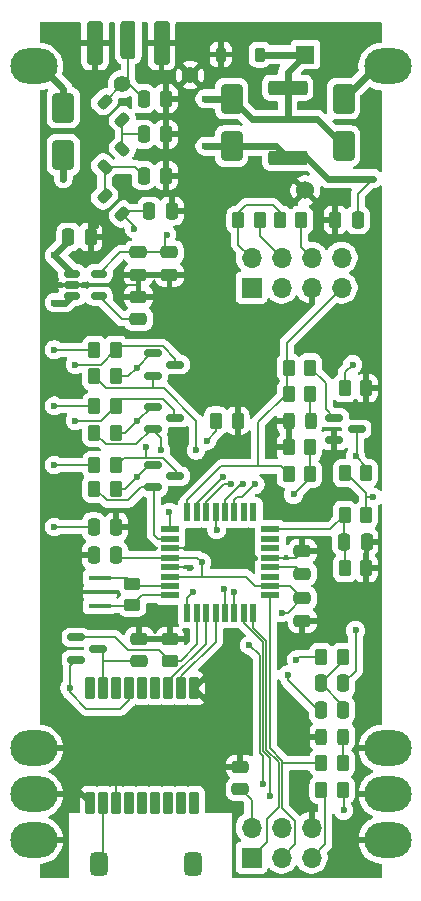
<source format=gbr>
%TF.GenerationSoftware,KiCad,Pcbnew,9.0.0*%
%TF.CreationDate,2025-04-07T21:59:35-05:00*%
%TF.ProjectId,ptSolar,7074536f-6c61-4722-9e6b-696361645f70,rev?*%
%TF.SameCoordinates,Original*%
%TF.FileFunction,Copper,L1,Top*%
%TF.FilePolarity,Positive*%
%FSLAX46Y46*%
G04 Gerber Fmt 4.6, Leading zero omitted, Abs format (unit mm)*
G04 Created by KiCad (PCBNEW 9.0.0) date 2025-04-07 21:59:35*
%MOMM*%
%LPD*%
G01*
G04 APERTURE LIST*
G04 Aperture macros list*
%AMRoundRect*
0 Rectangle with rounded corners*
0 $1 Rounding radius*
0 $2 $3 $4 $5 $6 $7 $8 $9 X,Y pos of 4 corners*
0 Add a 4 corners polygon primitive as box body*
4,1,4,$2,$3,$4,$5,$6,$7,$8,$9,$2,$3,0*
0 Add four circle primitives for the rounded corners*
1,1,$1+$1,$2,$3*
1,1,$1+$1,$4,$5*
1,1,$1+$1,$6,$7*
1,1,$1+$1,$8,$9*
0 Add four rect primitives between the rounded corners*
20,1,$1+$1,$2,$3,$4,$5,0*
20,1,$1+$1,$4,$5,$6,$7,0*
20,1,$1+$1,$6,$7,$8,$9,0*
20,1,$1+$1,$8,$9,$2,$3,0*%
G04 Aperture macros list end*
%TA.AperFunction,SMDPad,CuDef*%
%ADD10RoundRect,0.250000X-0.450000X0.262500X-0.450000X-0.262500X0.450000X-0.262500X0.450000X0.262500X0*%
%TD*%
%TA.AperFunction,SMDPad,CuDef*%
%ADD11RoundRect,0.150000X-0.587500X-0.150000X0.587500X-0.150000X0.587500X0.150000X-0.587500X0.150000X0*%
%TD*%
%TA.AperFunction,SMDPad,CuDef*%
%ADD12RoundRect,0.250000X0.262500X0.450000X-0.262500X0.450000X-0.262500X-0.450000X0.262500X-0.450000X0*%
%TD*%
%TA.AperFunction,ComponentPad*%
%ADD13O,4.000000X3.000000*%
%TD*%
%TA.AperFunction,SMDPad,CuDef*%
%ADD14RoundRect,0.375000X0.375000X0.625000X-0.375000X0.625000X-0.375000X-0.625000X0.375000X-0.625000X0*%
%TD*%
%TA.AperFunction,SMDPad,CuDef*%
%ADD15RoundRect,0.250000X-0.262500X-0.450000X0.262500X-0.450000X0.262500X0.450000X-0.262500X0.450000X0*%
%TD*%
%TA.AperFunction,SMDPad,CuDef*%
%ADD16RoundRect,0.250000X0.475000X-0.250000X0.475000X0.250000X-0.475000X0.250000X-0.475000X-0.250000X0*%
%TD*%
%TA.AperFunction,SMDPad,CuDef*%
%ADD17RoundRect,0.243750X-0.243750X-0.456250X0.243750X-0.456250X0.243750X0.456250X-0.243750X0.456250X0*%
%TD*%
%TA.AperFunction,SMDPad,CuDef*%
%ADD18RoundRect,0.250000X-1.425000X0.362500X-1.425000X-0.362500X1.425000X-0.362500X1.425000X0.362500X0*%
%TD*%
%TA.AperFunction,SMDPad,CuDef*%
%ADD19RoundRect,0.250000X0.250000X0.475000X-0.250000X0.475000X-0.250000X-0.475000X0.250000X-0.475000X0*%
%TD*%
%TA.AperFunction,ComponentPad*%
%ADD20C,1.400000*%
%TD*%
%TA.AperFunction,SMDPad,CuDef*%
%ADD21R,1.600000X0.550000*%
%TD*%
%TA.AperFunction,SMDPad,CuDef*%
%ADD22R,0.550000X1.600000*%
%TD*%
%TA.AperFunction,SMDPad,CuDef*%
%ADD23RoundRect,0.150000X-0.512500X-0.150000X0.512500X-0.150000X0.512500X0.150000X-0.512500X0.150000X0*%
%TD*%
%TA.AperFunction,SMDPad,CuDef*%
%ADD24RoundRect,0.250000X-0.250000X-0.475000X0.250000X-0.475000X0.250000X0.475000X-0.250000X0.475000X0*%
%TD*%
%TA.AperFunction,SMDPad,CuDef*%
%ADD25RoundRect,0.250000X-0.475000X0.250000X-0.475000X-0.250000X0.475000X-0.250000X0.475000X0.250000X0*%
%TD*%
%TA.AperFunction,SMDPad,CuDef*%
%ADD26RoundRect,0.225000X0.225000X0.375000X-0.225000X0.375000X-0.225000X-0.375000X0.225000X-0.375000X0*%
%TD*%
%TA.AperFunction,SMDPad,CuDef*%
%ADD27RoundRect,0.080000X0.320000X-0.820000X0.320000X0.820000X-0.320000X0.820000X-0.320000X-0.820000X0*%
%TD*%
%TA.AperFunction,SMDPad,CuDef*%
%ADD28RoundRect,0.218750X0.114905X-0.424264X0.424264X-0.114905X-0.114905X0.424264X-0.424264X0.114905X0*%
%TD*%
%TA.AperFunction,SMDPad,CuDef*%
%ADD29RoundRect,0.250000X0.650000X-1.000000X0.650000X1.000000X-0.650000X1.000000X-0.650000X-1.000000X0*%
%TD*%
%TA.AperFunction,SMDPad,CuDef*%
%ADD30RoundRect,0.218750X0.424264X0.114905X0.114905X0.424264X-0.424264X-0.114905X-0.114905X-0.424264X0*%
%TD*%
%TA.AperFunction,SMDPad,CuDef*%
%ADD31RoundRect,0.250000X0.385000X1.350000X-0.385000X1.350000X-0.385000X-1.350000X0.385000X-1.350000X0*%
%TD*%
%TA.AperFunction,SMDPad,CuDef*%
%ADD32RoundRect,0.250000X0.425000X1.600000X-0.425000X1.600000X-0.425000X-1.600000X0.425000X-1.600000X0*%
%TD*%
%TA.AperFunction,SMDPad,CuDef*%
%ADD33R,1.900000X0.400000*%
%TD*%
%TA.AperFunction,ComponentPad*%
%ADD34R,1.700000X1.700000*%
%TD*%
%TA.AperFunction,ComponentPad*%
%ADD35O,1.700000X1.700000*%
%TD*%
%TA.AperFunction,ComponentPad*%
%ADD36R,1.524000X1.524000*%
%TD*%
%TA.AperFunction,ComponentPad*%
%ADD37C,1.524000*%
%TD*%
%TA.AperFunction,ViaPad*%
%ADD38C,0.600000*%
%TD*%
%TA.AperFunction,Conductor*%
%ADD39C,0.200000*%
%TD*%
%TA.AperFunction,Conductor*%
%ADD40C,0.600000*%
%TD*%
G04 APERTURE END LIST*
D10*
%TO.P,R23,1*%
%TO.N,GND*%
X148800000Y-120487500D03*
%TO.P,R23,2*%
%TO.N,/GPS-EN*%
X148800000Y-122312500D03*
%TD*%
D11*
%TO.P,Q13,1,G*%
%TO.N,/GPS-EN*%
X140862500Y-120350000D03*
%TO.P,Q13,2,S*%
%TO.N,+3.3V*%
X140862500Y-122250000D03*
%TO.P,Q13,3,D*%
%TO.N,Net-(Q13-D)*%
X142737500Y-121300000D03*
%TD*%
D12*
%TO.P,R20,1*%
%TO.N,Net-(C15-Pad2)*%
X160662500Y-106500000D03*
%TO.P,R20,2*%
%TO.N,/DIG-PTT*%
X158837500Y-106500000D03*
%TD*%
D13*
%TO.P,PV1,1,V+*%
%TO.N,Net-(D1-A)*%
X137250000Y-72000000D03*
%TO.P,PV1,2,V-*%
%TO.N,GND*%
X137250000Y-129750000D03*
X137250000Y-133625000D03*
X137250000Y-137500000D03*
%TD*%
D14*
%TO.P,ANT1,1,RF*%
%TO.N,Net-(ANT1-RF)*%
X142750000Y-139500000D03*
%TO.P,ANT1,2*%
%TO.N,N/C*%
X150750000Y-139500000D03*
%TD*%
D15*
%TO.P,R17,1*%
%TO.N,/DIG-PTT*%
X158837500Y-97500000D03*
%TO.P,R17,2*%
%TO.N,Net-(Q4-B)*%
X160662500Y-97500000D03*
%TD*%
D12*
%TO.P,R7,1*%
%TO.N,+3.3V*%
X163432500Y-133250000D03*
%TO.P,R7,2*%
%TO.N,/RESET*%
X161607500Y-133250000D03*
%TD*%
D15*
%TO.P,R12,1*%
%TO.N,Net-(Q2-S)*%
X142385974Y-103001526D03*
%TO.P,R12,2*%
%TO.N,+3.3V*%
X144210974Y-103001526D03*
%TD*%
D16*
%TO.P,C7,1*%
%TO.N,Net-(U1-BP)*%
X146125000Y-93400000D03*
%TO.P,C7,2*%
%TO.N,GND*%
X146125000Y-91500000D03*
%TD*%
D17*
%TO.P,D5,1,K*%
%TO.N,GND*%
X158832500Y-102000000D03*
%TO.P,D5,2,A*%
%TO.N,Net-(D5-A)*%
X160707500Y-102000000D03*
%TD*%
D18*
%TO.P,R1,1*%
%TO.N,Net-(D1-K)*%
X158750000Y-73810000D03*
%TO.P,R1,2*%
%TO.N,+BATT*%
X158750000Y-79735000D03*
%TD*%
D15*
%TO.P,R10,1*%
%TO.N,Net-(Q1-S)*%
X142385974Y-107753052D03*
%TO.P,R10,2*%
%TO.N,+3.3V*%
X144210974Y-107753052D03*
%TD*%
D19*
%TO.P,C16,1*%
%TO.N,GND*%
X148950000Y-84250000D03*
%TO.P,C16,2*%
%TO.N,Net-(U3-ANTENNA)*%
X147050000Y-84250000D03*
%TD*%
%TO.P,C14,1*%
%TO.N,Net-(C14-Pad1)*%
X163450000Y-126500000D03*
%TO.P,C14,2*%
%TO.N,Net-(U3-MIC-IN)*%
X161550000Y-126500000D03*
%TD*%
D15*
%TO.P,R21,1*%
%TO.N,GND*%
X158837500Y-104250000D03*
%TO.P,R21,2*%
%TO.N,Net-(C15-Pad2)*%
X160662500Y-104250000D03*
%TD*%
D20*
%TO.P,ANT2b1,1,Pin_1*%
%TO.N,GND*%
X150500000Y-72750000D03*
%TD*%
D15*
%TO.P,R9,1*%
%TO.N,+3.3V*%
X158087500Y-85000000D03*
%TO.P,R9,2*%
%TO.N,/SDA*%
X159912500Y-85000000D03*
%TD*%
D11*
%TO.P,Q2,1,G*%
%TO.N,+3.3V*%
X147375000Y-100801526D03*
%TO.P,Q2,2,S*%
%TO.N,Net-(Q2-S)*%
X147375000Y-102701526D03*
%TO.P,Q2,3,D*%
%TO.N,Net-(Q2-D)*%
X149250000Y-101751526D03*
%TD*%
D21*
%TO.P,U2,1,PD3*%
%TO.N,Net-(U2-PD3)*%
X148800000Y-111200000D03*
%TO.P,U2,2,PD4*%
%TO.N,Net-(Q1-S)*%
X148800000Y-112000000D03*
%TO.P,U2,3,GND*%
%TO.N,GND*%
X148800000Y-112800000D03*
%TO.P,U2,4,VCC*%
%TO.N,+3.3V*%
X148800000Y-113600000D03*
%TO.P,U2,5,GND*%
%TO.N,GND*%
X148800000Y-114400000D03*
%TO.P,U2,6,VCC*%
%TO.N,+3.3V*%
X148800000Y-115200000D03*
%TO.P,U2,7,XTAL1/PB6*%
%TO.N,Net-(U2-XTAL1{slash}PB6)*%
X148800000Y-116000000D03*
%TO.P,U2,8,XTAL2/PB7*%
%TO.N,Net-(U2-XTAL2{slash}PB7)*%
X148800000Y-116800000D03*
D22*
%TO.P,U2,9,PD5*%
%TO.N,Net-(J2-Pin_8)*%
X150250000Y-118250000D03*
%TO.P,U2,10,PD6*%
%TO.N,/GPS-EN*%
X151050000Y-118250000D03*
%TO.P,U2,11,PD7*%
%TO.N,/GPS-TX*%
X151850000Y-118250000D03*
%TO.P,U2,12,PB0*%
%TO.N,/GPS-RX*%
X152650000Y-118250000D03*
%TO.P,U2,13,PB1*%
%TO.N,Net-(Q2-S)*%
X153450000Y-118250000D03*
%TO.P,U2,14,PB2*%
%TO.N,Net-(Q3-S)*%
X154250000Y-118250000D03*
%TO.P,U2,15,PB3*%
%TO.N,/MOSI*%
X155050000Y-118250000D03*
%TO.P,U2,16,PB4*%
%TO.N,/MISO*%
X155850000Y-118250000D03*
D21*
%TO.P,U2,17,PB5*%
%TO.N,/SCK*%
X157300000Y-116800000D03*
%TO.P,U2,18,AVCC*%
%TO.N,+3.3V*%
X157300000Y-116000000D03*
%TO.P,U2,19,ADC6*%
%TO.N,unconnected-(U2-ADC6-Pad19)*%
X157300000Y-115200000D03*
%TO.P,U2,20,AREF*%
%TO.N,Net-(U2-AREF)*%
X157300000Y-114400000D03*
%TO.P,U2,21,GND*%
%TO.N,GND*%
X157300000Y-113600000D03*
%TO.P,U2,22,ADC7*%
%TO.N,unconnected-(U2-ADC7-Pad22)*%
X157300000Y-112800000D03*
%TO.P,U2,23,PC0*%
%TO.N,unconnected-(U2-PC0-Pad23)*%
X157300000Y-112000000D03*
%TO.P,U2,24,PC1*%
%TO.N,/BATT-SENSE*%
X157300000Y-111200000D03*
D22*
%TO.P,U2,25,PC2*%
%TO.N,unconnected-(U2-PC2-Pad25)*%
X155850000Y-109750000D03*
%TO.P,U2,26,PC3*%
%TO.N,unconnected-(U2-PC3-Pad26)*%
X155050000Y-109750000D03*
%TO.P,U2,27,PC4*%
%TO.N,/SDA*%
X154250000Y-109750000D03*
%TO.P,U2,28,PC5*%
%TO.N,/SCL*%
X153450000Y-109750000D03*
%TO.P,U2,29,~{RESET}/PC6*%
%TO.N,/RESET*%
X152650000Y-109750000D03*
%TO.P,U2,30,PD0*%
%TO.N,Net-(J2-Pin_1)*%
X151850000Y-109750000D03*
%TO.P,U2,31,PD1*%
%TO.N,Net-(J2-Pin_3)*%
X151050000Y-109750000D03*
%TO.P,U2,32,PD2*%
%TO.N,/DIG-PTT*%
X150250000Y-109750000D03*
%TD*%
D12*
%TO.P,R11,1*%
%TO.N,Net-(Q1-D)*%
X144210974Y-105753052D03*
%TO.P,R11,2*%
%TO.N,+BATT*%
X142385974Y-105753052D03*
%TD*%
D23*
%TO.P,U1,1,IN*%
%TO.N,+BATT*%
X140487500Y-89550000D03*
%TO.P,U1,2,GND*%
%TO.N,GND*%
X140487500Y-90500000D03*
%TO.P,U1,3,EN*%
%TO.N,+BATT*%
X140487500Y-91450000D03*
%TO.P,U1,4,BP*%
%TO.N,Net-(U1-BP)*%
X142762500Y-91450000D03*
%TO.P,U1,5,OUT*%
%TO.N,+3.3V*%
X142762500Y-89550000D03*
%TD*%
D24*
%TO.P,C2,1*%
%TO.N,/BATT-SENSE*%
X163530000Y-112250000D03*
%TO.P,C2,2*%
%TO.N,GND*%
X165430000Y-112250000D03*
%TD*%
D25*
%TO.P,C11,1*%
%TO.N,+3.3V*%
X160000000Y-117050000D03*
%TO.P,C11,2*%
%TO.N,GND*%
X160000000Y-118950000D03*
%TD*%
D12*
%TO.P,R22,1*%
%TO.N,GND*%
X154512500Y-102000000D03*
%TO.P,R22,2*%
%TO.N,Net-(Q1-D)*%
X152687500Y-102000000D03*
%TD*%
D26*
%TO.P,D3,1,K*%
%TO.N,Net-(D1-K)*%
X156400000Y-71000000D03*
%TO.P,D3,2,A*%
%TO.N,GND*%
X153100000Y-71000000D03*
%TD*%
D16*
%TO.P,C5,1*%
%TO.N,+BATT*%
X154750000Y-133200000D03*
%TO.P,C5,2*%
%TO.N,GND*%
X154750000Y-131300000D03*
%TD*%
D19*
%TO.P,C10,1*%
%TO.N,+3.3V*%
X144250000Y-113400000D03*
%TO.P,C10,2*%
%TO.N,GND*%
X142350000Y-113400000D03*
%TD*%
D15*
%TO.P,R2,1*%
%TO.N,/BATT-SENSE*%
X163587500Y-109970000D03*
%TO.P,R2,2*%
%TO.N,+BATT*%
X165412500Y-109970000D03*
%TD*%
D25*
%TO.P,C8,1*%
%TO.N,+3.3V*%
X146125000Y-87750000D03*
%TO.P,C8,2*%
%TO.N,GND*%
X146125000Y-89650000D03*
%TD*%
D27*
%TO.P,U4,1,GND*%
%TO.N,GND*%
X150850000Y-124650000D03*
%TO.P,U4,2,TXD*%
%TO.N,/GPS-RX*%
X149750000Y-124650000D03*
%TO.P,U4,3,RXD*%
%TO.N,/GPS-TX*%
X148650000Y-124650000D03*
%TO.P,U4,4,1PPS*%
%TO.N,unconnected-(U4-1PPS-Pad4)*%
X147550000Y-124650000D03*
%TO.P,U4,5,ON/OFF*%
%TO.N,unconnected-(U4-ON{slash}OFF-Pad5)*%
X146450000Y-124650000D03*
%TO.P,U4,6,VBATT*%
%TO.N,+3.3V*%
X145350000Y-124650000D03*
%TO.P,U4,7,NC*%
%TO.N,unconnected-(U4-NC-Pad7)*%
X144250000Y-124650000D03*
%TO.P,U4,8,VCC*%
%TO.N,Net-(Q13-D)*%
X143150000Y-124650000D03*
%TO.P,U4,9,NRESET*%
%TO.N,unconnected-(U4-NRESET-Pad9)*%
X142050000Y-124650000D03*
%TO.P,U4,10,GND*%
%TO.N,GND*%
X142050000Y-134350000D03*
%TO.P,U4,11,RF_IN*%
%TO.N,Net-(ANT1-RF)*%
X143150000Y-134350000D03*
%TO.P,U4,12,GND*%
%TO.N,GND*%
X144250000Y-134350000D03*
%TO.P,U4,13,NC*%
%TO.N,unconnected-(U4-NC-Pad13)*%
X145350000Y-134350000D03*
%TO.P,U4,14,VCC_RF*%
%TO.N,unconnected-(U4-VCC_RF-Pad14)*%
X146450000Y-134350000D03*
%TO.P,U4,15,RESERVED*%
%TO.N,unconnected-(U4-RESERVED-Pad15)*%
X147550000Y-134350000D03*
%TO.P,U4,16,SDA*%
%TO.N,unconnected-(U4-SDA-Pad16)*%
X148650000Y-134350000D03*
%TO.P,U4,17,SCL*%
%TO.N,unconnected-(U4-SCL-Pad17)*%
X149750000Y-134350000D03*
%TO.P,U4,18,RESERVED*%
%TO.N,unconnected-(U4-RESERVED-Pad18)*%
X150850000Y-134350000D03*
%TD*%
D28*
%TO.P,L2,1,1*%
%TO.N,Net-(C17-Pad2)*%
X143248699Y-80501301D03*
%TO.P,L2,2,2*%
%TO.N,Net-(C18-Pad2)*%
X144751301Y-78998699D03*
%TD*%
D13*
%TO.P,JPV2,1,V+*%
%TO.N,Net-(D2-A)*%
X167250000Y-72000000D03*
%TO.P,JPV2,2,V-*%
%TO.N,GND*%
X167250000Y-129750000D03*
X167250000Y-133625000D03*
X167250000Y-137500000D03*
%TD*%
D20*
%TO.P,ANT2a1,1,Pin_1*%
%TO.N,Net-(ANT2-In)*%
X144750000Y-73500000D03*
%TD*%
D19*
%TO.P,C18,1*%
%TO.N,GND*%
X148450000Y-77750000D03*
%TO.P,C18,2*%
%TO.N,Net-(C18-Pad2)*%
X146550000Y-77750000D03*
%TD*%
D10*
%TO.P,R6,1*%
%TO.N,Net-(U2-XTAL1{slash}PB6)*%
X145600000Y-115787500D03*
%TO.P,R6,2*%
%TO.N,Net-(U2-XTAL2{slash}PB7)*%
X145600000Y-117612500D03*
%TD*%
D29*
%TO.P,D1,1,K*%
%TO.N,Net-(D1-K)*%
X139750000Y-79500000D03*
%TO.P,D1,2,A*%
%TO.N,Net-(D1-A)*%
X139750000Y-75500000D03*
%TD*%
D19*
%TO.P,C19,1*%
%TO.N,GND*%
X148450000Y-74750000D03*
%TO.P,C19,2*%
%TO.N,Net-(ANT2-In)*%
X146550000Y-74750000D03*
%TD*%
D15*
%TO.P,R4,1*%
%TO.N,/DIG-PTT*%
X158837500Y-99727500D03*
%TO.P,R4,2*%
%TO.N,Net-(D5-A)*%
X160662500Y-99727500D03*
%TD*%
D12*
%TO.P,R3,1*%
%TO.N,GND*%
X165412500Y-114500000D03*
%TO.P,R3,2*%
%TO.N,/BATT-SENSE*%
X163587500Y-114500000D03*
%TD*%
%TO.P,R19,1*%
%TO.N,GND*%
X165412500Y-99250000D03*
%TO.P,R19,2*%
%TO.N,Net-(U3-HIGH{slash}LOW)*%
X163587500Y-99250000D03*
%TD*%
D25*
%TO.P,C9,1*%
%TO.N,+3.3V*%
X148750000Y-87750000D03*
%TO.P,C9,2*%
%TO.N,GND*%
X148750000Y-89650000D03*
%TD*%
D16*
%TO.P,C13,1*%
%TO.N,Net-(U2-AREF)*%
X160000000Y-114950000D03*
%TO.P,C13,2*%
%TO.N,GND*%
X160000000Y-113050000D03*
%TD*%
D11*
%TO.P,Q4,1,B*%
%TO.N,Net-(Q4-B)*%
X162712500Y-101756250D03*
%TO.P,Q4,2,E*%
%TO.N,GND*%
X162712500Y-103656250D03*
%TO.P,Q4,3,C*%
%TO.N,Net-(Q4-C)*%
X164587500Y-102706250D03*
%TD*%
D24*
%TO.P,C6,1*%
%TO.N,+BATT*%
X140175000Y-86450000D03*
%TO.P,C6,2*%
%TO.N,GND*%
X142075000Y-86450000D03*
%TD*%
%TO.P,C15,1*%
%TO.N,Net-(C14-Pad1)*%
X161550000Y-124250000D03*
%TO.P,C15,2*%
%TO.N,Net-(C15-Pad2)*%
X163450000Y-124250000D03*
%TD*%
D12*
%TO.P,R13,1*%
%TO.N,Net-(Q2-D)*%
X144210974Y-100751526D03*
%TO.P,R13,2*%
%TO.N,+BATT*%
X142385974Y-100751526D03*
%TD*%
D30*
%TO.P,L1,1,1*%
%TO.N,Net-(U3-ANTENNA)*%
X144751301Y-84501301D03*
%TO.P,L1,2,2*%
%TO.N,Net-(C17-Pad2)*%
X143248699Y-82998699D03*
%TD*%
D31*
%TO.P,ANT2,1,In*%
%TO.N,Net-(ANT2-In)*%
X145250000Y-69750000D03*
D32*
%TO.P,ANT2,2,Ext*%
%TO.N,GND*%
X142425000Y-70000000D03*
X148075000Y-70000000D03*
%TD*%
D33*
%TO.P,Y1,1,1*%
%TO.N,Net-(U2-XTAL2{slash}PB7)*%
X142850000Y-117700000D03*
%TO.P,Y1,2,2*%
%TO.N,GND*%
X142850000Y-116500000D03*
%TO.P,Y1,3,3*%
%TO.N,Net-(U2-XTAL1{slash}PB6)*%
X142850000Y-115300000D03*
%TD*%
D30*
%TO.P,L3,1,1*%
%TO.N,Net-(C18-Pad2)*%
X144751301Y-76501301D03*
%TO.P,L3,2,2*%
%TO.N,Net-(ANT2-In)*%
X143248699Y-74998699D03*
%TD*%
D19*
%TO.P,C4,1*%
%TO.N,+BATT*%
X164700000Y-85000000D03*
%TO.P,C4,2*%
%TO.N,GND*%
X162800000Y-85000000D03*
%TD*%
D15*
%TO.P,R5,1*%
%TO.N,/SCK*%
X161607500Y-131000000D03*
%TO.P,R5,2*%
%TO.N,Net-(D6-A)*%
X163432500Y-131000000D03*
%TD*%
D34*
%TO.P,J1,1,Pin_1*%
%TO.N,/MISO*%
X155700000Y-139000000D03*
D35*
%TO.P,J1,2,Pin_2*%
%TO.N,+BATT*%
X155700000Y-136460000D03*
%TO.P,J1,3,Pin_3*%
%TO.N,/SCK*%
X158240000Y-139000000D03*
%TO.P,J1,4,Pin_4*%
%TO.N,/MOSI*%
X158240000Y-136460000D03*
%TO.P,J1,5,Pin_5*%
%TO.N,/RESET*%
X160780000Y-139000000D03*
%TO.P,J1,6,Pin_6*%
%TO.N,GND*%
X160780000Y-136460000D03*
%TD*%
D17*
%TO.P,D6,1,K*%
%TO.N,GND*%
X161602500Y-128750000D03*
%TO.P,D6,2,A*%
%TO.N,Net-(D6-A)*%
X163477500Y-128750000D03*
%TD*%
D15*
%TO.P,R16,1*%
%TO.N,Net-(U2-PD3)*%
X161587500Y-122000000D03*
%TO.P,R16,2*%
%TO.N,Net-(C14-Pad1)*%
X163412500Y-122000000D03*
%TD*%
D29*
%TO.P,D2,1,K*%
%TO.N,Net-(D1-K)*%
X163500000Y-78750000D03*
%TO.P,D2,2,A*%
%TO.N,Net-(D2-A)*%
X163500000Y-74750000D03*
%TD*%
D15*
%TO.P,R14,1*%
%TO.N,Net-(Q3-S)*%
X142385974Y-98250000D03*
%TO.P,R14,2*%
%TO.N,+3.3V*%
X144210974Y-98250000D03*
%TD*%
D11*
%TO.P,Q3,1,G*%
%TO.N,+3.3V*%
X147375000Y-96300000D03*
%TO.P,Q3,2,S*%
%TO.N,Net-(Q3-S)*%
X147375000Y-98200000D03*
%TO.P,Q3,3,D*%
%TO.N,Net-(Q3-D)*%
X149250000Y-97250000D03*
%TD*%
D15*
%TO.P,R8,1*%
%TO.N,+3.3V*%
X154587500Y-85000000D03*
%TO.P,R8,2*%
%TO.N,/SCL*%
X156412500Y-85000000D03*
%TD*%
D12*
%TO.P,R18,1*%
%TO.N,Net-(Q4-C)*%
X165412500Y-106456250D03*
%TO.P,R18,2*%
%TO.N,+BATT*%
X163587500Y-106456250D03*
%TD*%
D24*
%TO.P,C3,1*%
%TO.N,+BATT*%
X142328474Y-111000000D03*
%TO.P,C3,2*%
%TO.N,GND*%
X144228474Y-111000000D03*
%TD*%
D29*
%TO.P,D4,1,K*%
%TO.N,+BATT*%
X154000000Y-78750000D03*
%TO.P,D4,2,A*%
%TO.N,Net-(D1-K)*%
X154000000Y-74750000D03*
%TD*%
D11*
%TO.P,Q1,1,G*%
%TO.N,+3.3V*%
X147375000Y-105753052D03*
%TO.P,Q1,2,S*%
%TO.N,Net-(Q1-S)*%
X147375000Y-107653052D03*
%TO.P,Q1,3,D*%
%TO.N,Net-(Q1-D)*%
X149250000Y-106703052D03*
%TD*%
D19*
%TO.P,C17,1*%
%TO.N,GND*%
X148450000Y-81250000D03*
%TO.P,C17,2*%
%TO.N,Net-(C17-Pad2)*%
X146550000Y-81250000D03*
%TD*%
D12*
%TO.P,R15,1*%
%TO.N,Net-(Q3-D)*%
X144210974Y-96000000D03*
%TO.P,R15,2*%
%TO.N,+BATT*%
X142385974Y-96000000D03*
%TD*%
D34*
%TO.P,J2,1,Pin_1*%
%TO.N,Net-(J2-Pin_1)*%
X155700000Y-90740000D03*
D35*
%TO.P,J2,2,Pin_2*%
%TO.N,+3.3V*%
X155700000Y-88200000D03*
%TO.P,J2,3,Pin_3*%
%TO.N,Net-(J2-Pin_3)*%
X158240000Y-90740000D03*
%TO.P,J2,4,Pin_4*%
%TO.N,/SCL*%
X158240000Y-88200000D03*
%TO.P,J2,5,Pin_5*%
%TO.N,GND*%
X160780000Y-90740000D03*
%TO.P,J2,6,Pin_6*%
%TO.N,/SDA*%
X160780000Y-88200000D03*
%TO.P,J2,7,Pin_7*%
%TO.N,/DIG-PTT*%
X163320000Y-90740000D03*
%TO.P,J2,8,Pin_8*%
%TO.N,Net-(J2-Pin_8)*%
X163320000Y-88200000D03*
%TD*%
D16*
%TO.P,C12,1*%
%TO.N,Net-(Q13-D)*%
X146200000Y-122350000D03*
%TO.P,C12,2*%
%TO.N,GND*%
X146200000Y-120450000D03*
%TD*%
D36*
%TO.P,C1,1*%
%TO.N,Net-(D1-K)*%
X160250000Y-71000000D03*
D37*
%TO.P,C1,2*%
%TO.N,GND*%
X160250000Y-82500000D03*
%TD*%
D38*
%TO.N,+BATT*%
X139000000Y-105750000D03*
X139000000Y-96000000D03*
X151750000Y-78750000D03*
X166000000Y-81500000D03*
X139000000Y-100750000D03*
X166000000Y-108500000D03*
X139000000Y-111000000D03*
X139000000Y-92000000D03*
X139000000Y-88000000D03*
%TO.N,GND*%
X151000000Y-85000000D03*
X151000000Y-81500000D03*
X142500000Y-85500000D03*
X165250000Y-69000000D03*
X163000000Y-119300000D03*
X148800000Y-118800000D03*
X153000000Y-131250000D03*
X140750000Y-94000000D03*
X139750000Y-69000000D03*
X165750000Y-77000000D03*
X144250000Y-90500000D03*
X151250000Y-92500000D03*
X157250000Y-103250000D03*
X151750000Y-69000000D03*
X151250000Y-89750000D03*
X160000000Y-109500000D03*
X157750000Y-109500000D03*
X162750000Y-96360000D03*
X155250000Y-113250000D03*
X150500000Y-114500000D03*
X164500000Y-93250000D03*
X151000000Y-76750000D03*
X138700000Y-119400000D03*
X156000000Y-93250000D03*
X150500000Y-112750000D03*
X139000000Y-113750000D03*
X153000000Y-123250000D03*
%TO.N,/RESET*%
X156650000Y-132750000D03*
X152750000Y-111250000D03*
X155500000Y-121000000D03*
%TO.N,/MOSI*%
X157250000Y-133750000D03*
%TO.N,/SCL*%
X155000000Y-107400000D03*
%TO.N,/SDA*%
X156000000Y-107400000D03*
%TO.N,+3.3V*%
X163500000Y-135000000D03*
X151500000Y-114000000D03*
X158250000Y-118250000D03*
X148531250Y-86250000D03*
X146000000Y-106750000D03*
X146000000Y-97500000D03*
X146000000Y-102000000D03*
%TO.N,Net-(D1-K)*%
X139750000Y-81500000D03*
X151750000Y-74750000D03*
%TO.N,Net-(Q1-D)*%
X151900000Y-103700000D03*
X146750000Y-104250000D03*
%TO.N,Net-(Q3-D)*%
X140750000Y-97250000D03*
%TO.N,Net-(Q3-S)*%
X154250000Y-116500000D03*
X151000000Y-104500000D03*
%TO.N,Net-(U2-PD3)*%
X148750000Y-109750000D03*
X159500000Y-122250000D03*
%TO.N,Net-(U3-MIC-IN)*%
X158750000Y-123500000D03*
%TO.N,Net-(U3-ANTENNA)*%
X145750000Y-85750000D03*
%TO.N,Net-(J2-Pin_1)*%
X153925735Y-107400000D03*
%TO.N,Net-(J2-Pin_8)*%
X150750000Y-116500000D03*
%TO.N,Net-(J2-Pin_3)*%
X153250000Y-106750000D03*
%TO.N,Net-(Q2-D)*%
X140750000Y-102000000D03*
%TO.N,Net-(Q2-S)*%
X148000000Y-104500000D03*
X153350000Y-116250000D03*
%TO.N,Net-(Q4-C)*%
X164500000Y-105000000D03*
%TO.N,Net-(U3-HIGH{slash}LOW)*%
X164250000Y-97250000D03*
%TO.N,Net-(C15-Pad2)*%
X159250000Y-108250000D03*
X164500000Y-119750000D03*
%TO.N,+3.3V*%
X140300000Y-124600000D03*
%TD*%
D39*
%TO.N,Net-(U3-MIC-IN)*%
X161300000Y-126500000D02*
X161550000Y-126500000D01*
X158750000Y-123500000D02*
X158750000Y-123950000D01*
X158750000Y-123950000D02*
X161300000Y-126500000D01*
%TO.N,/GPS-RX*%
X149750000Y-123650000D02*
X149750000Y-124650000D01*
X152650000Y-120750000D02*
X149750000Y-123650000D01*
X152650000Y-118250000D02*
X152650000Y-120750000D01*
%TO.N,+3.3V*%
X145350000Y-125650000D02*
X145350000Y-124650000D01*
X140300000Y-125000000D02*
X141700000Y-126400000D01*
X144600000Y-126400000D02*
X145350000Y-125650000D01*
X140300000Y-124600000D02*
X140300000Y-125000000D01*
X141700000Y-126400000D02*
X144600000Y-126400000D01*
X140300000Y-122812500D02*
X140300000Y-124600000D01*
X140862500Y-122250000D02*
X140300000Y-122812500D01*
%TO.N,/GPS-EN*%
X151050000Y-120950000D02*
X149687500Y-122312500D01*
X149687500Y-122312500D02*
X148800000Y-122312500D01*
X151050000Y-118250000D02*
X151050000Y-120950000D01*
X147887500Y-121400000D02*
X148800000Y-122312500D01*
X145200000Y-121400000D02*
X147887500Y-121400000D01*
X144150000Y-120350000D02*
X145200000Y-121400000D01*
X140862500Y-120350000D02*
X144150000Y-120350000D01*
%TO.N,Net-(Q13-D)*%
X143200000Y-122350000D02*
X143150000Y-122400000D01*
X146200000Y-122350000D02*
X143200000Y-122350000D01*
X143150000Y-122400000D02*
X143150000Y-121712500D01*
%TO.N,/GPS-TX*%
X151850000Y-120868966D02*
X148650000Y-124068966D01*
X151850000Y-118250000D02*
X151850000Y-120868966D01*
X148650000Y-124068966D02*
X148650000Y-124650000D01*
%TO.N,Net-(Q13-D)*%
X143150000Y-121712500D02*
X142737500Y-121300000D01*
X143150000Y-124650000D02*
X143150000Y-122400000D01*
%TO.N,Net-(U2-XTAL2{slash}PB7)*%
X145512500Y-117700000D02*
X145600000Y-117612500D01*
X142850000Y-117700000D02*
X145512500Y-117700000D01*
X146412500Y-116800000D02*
X145600000Y-117612500D01*
X148800000Y-116800000D02*
X146412500Y-116800000D01*
%TO.N,Net-(U2-XTAL1{slash}PB6)*%
X148800000Y-116000000D02*
X145812500Y-116000000D01*
X145812500Y-116000000D02*
X145600000Y-115787500D01*
X145112500Y-115300000D02*
X145600000Y-115787500D01*
X142850000Y-115300000D02*
X145112500Y-115300000D01*
%TO.N,+3.3V*%
X144450000Y-113600000D02*
X144250000Y-113400000D01*
X148800000Y-113600000D02*
X144450000Y-113600000D01*
%TO.N,GND*%
X144250000Y-130750000D02*
X144250000Y-134350000D01*
%TO.N,Net-(ANT1-RF)*%
X143150000Y-139100000D02*
X142750000Y-139500000D01*
X143150000Y-134350000D02*
X143150000Y-139100000D01*
%TO.N,+BATT*%
X164700000Y-82800000D02*
X166000000Y-81500000D01*
X142385974Y-100751526D02*
X139001526Y-100751526D01*
X154750000Y-133200000D02*
X155700000Y-134150000D01*
X142550000Y-111000000D02*
X139000000Y-111000000D01*
D40*
X166000000Y-81500000D02*
X162190000Y-81500000D01*
X140175000Y-86825000D02*
X140175000Y-86450000D01*
X154000000Y-78750000D02*
X157765000Y-78750000D01*
X139937500Y-92000000D02*
X140487500Y-91450000D01*
X157765000Y-78750000D02*
X158750000Y-79735000D01*
D39*
X164700000Y-85000000D02*
X164700000Y-82800000D01*
X139003052Y-105753052D02*
X139000000Y-105750000D01*
D40*
X139000000Y-92000000D02*
X139937500Y-92000000D01*
X154000000Y-78750000D02*
X151750000Y-78750000D01*
D39*
X165412500Y-108500000D02*
X165412500Y-108162500D01*
D40*
X140487500Y-89487500D02*
X139000000Y-88000000D01*
D39*
X163706250Y-106456250D02*
X163587500Y-106456250D01*
X155700000Y-134150000D02*
X155700000Y-136460000D01*
X139001526Y-100751526D02*
X139000000Y-100750000D01*
X165412500Y-108162500D02*
X163706250Y-106456250D01*
D40*
X140487500Y-89550000D02*
X140487500Y-89487500D01*
X160425000Y-79735000D02*
X158750000Y-79735000D01*
D39*
X166000000Y-108500000D02*
X165412500Y-108500000D01*
X165412500Y-109970000D02*
X165412500Y-108500000D01*
D40*
X139000000Y-88000000D02*
X140175000Y-86825000D01*
D39*
X142337500Y-96000000D02*
X139000000Y-96000000D01*
X142462500Y-105753052D02*
X139003052Y-105753052D01*
D40*
X162190000Y-81500000D02*
X160425000Y-79735000D01*
D39*
%TO.N,GND*%
X165430000Y-112485000D02*
X165430000Y-112900000D01*
X150400000Y-114400000D02*
X150500000Y-114500000D01*
X159450000Y-113600000D02*
X160000000Y-113050000D01*
X146125000Y-89650000D02*
X148375000Y-89650000D01*
X165412500Y-112467500D02*
X165430000Y-112485000D01*
X146075000Y-90500000D02*
X146125000Y-90450000D01*
X150450000Y-112800000D02*
X150500000Y-112750000D01*
X165430000Y-112900000D02*
X165412500Y-112917500D01*
X148800000Y-114400000D02*
X150400000Y-114400000D01*
X140487500Y-90500000D02*
X144250000Y-90500000D01*
X146125000Y-90550000D02*
X146075000Y-90500000D01*
X146125000Y-91500000D02*
X146125000Y-90550000D01*
X146125000Y-90450000D02*
X146125000Y-89650000D01*
X144250000Y-90500000D02*
X146075000Y-90500000D01*
X148800000Y-112800000D02*
X150450000Y-112800000D01*
X157300000Y-113600000D02*
X159450000Y-113600000D01*
%TO.N,/RESET*%
X161587500Y-133250000D02*
X161930000Y-133592500D01*
X156650000Y-130400000D02*
X156380000Y-130130000D01*
X156650000Y-132750000D02*
X156650000Y-130400000D01*
X161930000Y-133592500D02*
X161930000Y-137850000D01*
X156380000Y-130130000D02*
X156380000Y-121880000D01*
X156380000Y-121880000D02*
X155500000Y-121000000D01*
X161930000Y-137850000D02*
X160780000Y-139000000D01*
X152650000Y-109750000D02*
X152650000Y-111150000D01*
X152650000Y-111150000D02*
X152750000Y-111250000D01*
%TO.N,/MOSI*%
X157250000Y-133750000D02*
X157250000Y-130570244D01*
X155050000Y-119125000D02*
X155050000Y-118250000D01*
X156670000Y-129990244D02*
X156670000Y-120745000D01*
X156670000Y-120745000D02*
X155050000Y-119125000D01*
X157250000Y-130570244D02*
X156670000Y-129990244D01*
%TO.N,/SCK*%
X161587500Y-131000000D02*
X158290000Y-131000000D01*
X158290000Y-130790000D02*
X157250000Y-129750000D01*
X158290000Y-134810031D02*
X158290000Y-131000000D01*
X159390000Y-137850000D02*
X159390000Y-135910031D01*
X157250000Y-129750000D02*
X157250000Y-116850000D01*
X157250000Y-116850000D02*
X157300000Y-116800000D01*
X159390000Y-135910031D02*
X158290000Y-134810031D01*
X158240000Y-139000000D02*
X159390000Y-137850000D01*
X158290000Y-131000000D02*
X158290000Y-130790000D01*
%TO.N,/MISO*%
X156960000Y-120624878D02*
X156960000Y-129870122D01*
X157000000Y-135750000D02*
X157000000Y-137700000D01*
X157000000Y-137700000D02*
X155700000Y-139000000D01*
X156960000Y-129870122D02*
X158000000Y-130910122D01*
X158000000Y-130910122D02*
X158000000Y-134750000D01*
X158000000Y-134750000D02*
X157000000Y-135750000D01*
X155850000Y-118250000D02*
X155850000Y-119514878D01*
X155850000Y-119514878D02*
X156960000Y-120624878D01*
%TO.N,/SCL*%
X156412500Y-85000000D02*
X156412500Y-86372500D01*
X156412500Y-86372500D02*
X158240000Y-88200000D01*
X154800000Y-107400000D02*
X155000000Y-107400000D01*
X153450000Y-108750000D02*
X154800000Y-107400000D01*
X153450000Y-109750000D02*
X153450000Y-108750000D01*
%TO.N,/SDA*%
X154250000Y-108750000D02*
X154500000Y-108500000D01*
X159912500Y-85000000D02*
X159912500Y-87332500D01*
X159912500Y-87332500D02*
X160780000Y-88200000D01*
X154900000Y-108500000D02*
X156000000Y-107400000D01*
X154500000Y-108500000D02*
X154900000Y-108500000D01*
X161087500Y-87892500D02*
X160780000Y-88200000D01*
X154250000Y-109750000D02*
X154250000Y-108750000D01*
%TO.N,+3.3V*%
X154587500Y-87087500D02*
X155700000Y-88200000D01*
X156025000Y-116000000D02*
X157300000Y-116000000D01*
X158087500Y-84337500D02*
X157500000Y-83750000D01*
X146000000Y-106750000D02*
X144996948Y-107753052D01*
X155250000Y-83750000D02*
X154587500Y-84412500D01*
X146037500Y-102000000D02*
X147235974Y-100801526D01*
X151100000Y-113600000D02*
X148800000Y-113600000D01*
X144996948Y-107753052D02*
X144287500Y-107753052D01*
X144210974Y-103001526D02*
X144998474Y-103001526D01*
X146996948Y-105753052D02*
X147342930Y-105753052D01*
X158800000Y-118250000D02*
X160000000Y-117050000D01*
X154587500Y-84412500D02*
X154587500Y-85000000D01*
X146000000Y-102000000D02*
X146037500Y-102000000D01*
X146125000Y-87750000D02*
X144562500Y-87750000D01*
X160000000Y-117050000D02*
X158950000Y-116000000D01*
X146000000Y-106750000D02*
X146996948Y-105753052D01*
X148375000Y-87750000D02*
X148375000Y-86406250D01*
X158087500Y-85000000D02*
X158087500Y-84337500D01*
X146125000Y-87750000D02*
X148375000Y-87750000D01*
X163500000Y-133337500D02*
X163412500Y-133250000D01*
X143325000Y-89550000D02*
X142762500Y-89550000D01*
X144562500Y-87750000D02*
X142762500Y-89550000D01*
X145250000Y-98250000D02*
X146000000Y-97500000D01*
X144998474Y-103001526D02*
X146000000Y-102000000D01*
X158250000Y-118250000D02*
X158800000Y-118250000D01*
X151500000Y-114000000D02*
X151500000Y-115200000D01*
X144162500Y-98250000D02*
X145250000Y-98250000D01*
X144210974Y-103001526D02*
X144210974Y-102764026D01*
X151500000Y-114000000D02*
X151100000Y-113600000D01*
X147200000Y-96300000D02*
X146000000Y-97500000D01*
X148375000Y-86406250D02*
X148531250Y-86250000D01*
X163500000Y-135000000D02*
X163500000Y-133337500D01*
X154587500Y-85000000D02*
X154587500Y-87087500D01*
X157500000Y-83750000D02*
X155250000Y-83750000D01*
X155225000Y-115200000D02*
X156025000Y-116000000D01*
X147342930Y-105753052D02*
X147390215Y-105800337D01*
X147375000Y-96300000D02*
X147200000Y-96300000D01*
X158950000Y-116000000D02*
X157300000Y-116000000D01*
X148800000Y-115200000D02*
X155225000Y-115200000D01*
%TO.N,/DIG-PTT*%
X158837500Y-106500000D02*
X158212500Y-105875000D01*
X158675000Y-95385000D02*
X158675000Y-97500000D01*
X153125000Y-105875000D02*
X150250000Y-108750000D01*
X163320000Y-90740000D02*
X158675000Y-95385000D01*
X156250000Y-102152500D02*
X156250000Y-105875000D01*
X158675000Y-99727500D02*
X156250000Y-102152500D01*
X157000000Y-105875000D02*
X153125000Y-105875000D01*
X158675000Y-99750000D02*
X158675000Y-97500000D01*
X150250000Y-108750000D02*
X150250000Y-109750000D01*
X158212500Y-105875000D02*
X157000000Y-105875000D01*
D40*
%TO.N,Net-(D1-A)*%
X139750000Y-73900000D02*
X137850000Y-72000000D01*
X139750000Y-75500000D02*
X139750000Y-73900000D01*
D39*
%TO.N,/BATT-SENSE*%
X163587500Y-114500000D02*
X163587500Y-112307500D01*
X163530000Y-112250000D02*
X163530000Y-110027500D01*
X162357500Y-111200000D02*
X163587500Y-109970000D01*
X157300000Y-111200000D02*
X162357500Y-111200000D01*
X163530000Y-110027500D02*
X163587500Y-109970000D01*
X163587500Y-112307500D02*
X163530000Y-112250000D01*
%TO.N,Net-(C17-Pad2)*%
X143248699Y-80501301D02*
X143248699Y-82998699D01*
X145801301Y-80501301D02*
X143248699Y-80501301D01*
X146550000Y-81250000D02*
X145801301Y-80501301D01*
D40*
%TO.N,Net-(D2-A)*%
X163500000Y-74750000D02*
X166250000Y-72000000D01*
X166250000Y-72000000D02*
X166650000Y-72000000D01*
D39*
%TO.N,Net-(ANT1-RF)*%
X143000000Y-139000000D02*
X142500000Y-139500000D01*
%TO.N,Net-(ANT2-In)*%
X145300000Y-73500000D02*
X144750000Y-73500000D01*
X146550000Y-74750000D02*
X145300000Y-73500000D01*
X143248699Y-74998699D02*
X144747398Y-73500000D01*
X145250000Y-73000000D02*
X144750000Y-73500000D01*
X145250000Y-69750000D02*
X145250000Y-73000000D01*
X144747398Y-73500000D02*
X144750000Y-73500000D01*
%TO.N,Net-(C18-Pad2)*%
X144751301Y-77750000D02*
X144751301Y-78998699D01*
X146550000Y-77750000D02*
X144751301Y-77750000D01*
X144751301Y-76501301D02*
X144751301Y-77750000D01*
D40*
%TO.N,Net-(D1-K)*%
X158750000Y-72500000D02*
X160250000Y-71000000D01*
X151750000Y-74750000D02*
X154000000Y-74750000D01*
X158750000Y-76500000D02*
X155750000Y-76500000D01*
X163500000Y-78750000D02*
X161250000Y-76500000D01*
X161250000Y-76500000D02*
X158750000Y-76500000D01*
X155750000Y-76500000D02*
X154000000Y-74750000D01*
X158750000Y-73810000D02*
X158750000Y-76500000D01*
X160250000Y-71000000D02*
X156400000Y-71000000D01*
X139750000Y-79500000D02*
X139750000Y-81500000D01*
X158750000Y-73810000D02*
X158750000Y-72500000D01*
D39*
%TO.N,Net-(D6-A)*%
X163412500Y-128775000D02*
X163437500Y-128750000D01*
X163412500Y-131000000D02*
X163412500Y-128775000D01*
%TO.N,Net-(D5-A)*%
X160662500Y-101955000D02*
X160707500Y-102000000D01*
X160662500Y-99727500D02*
X160662500Y-101955000D01*
%TO.N,Net-(Q1-S)*%
X143462500Y-108753052D02*
X142462500Y-107753052D01*
X147800000Y-112000000D02*
X147437500Y-111637500D01*
X145275000Y-108753052D02*
X143462500Y-108753052D01*
X148800000Y-112000000D02*
X147800000Y-112000000D01*
X146375000Y-107653052D02*
X145275000Y-108753052D01*
X147437500Y-111637500D02*
X147437500Y-107653052D01*
X147437500Y-107653052D02*
X146375000Y-107653052D01*
%TO.N,Net-(Q1-D)*%
X149312500Y-106250000D02*
X148215552Y-105153052D01*
X148215552Y-105153052D02*
X146750000Y-105153052D01*
X146750000Y-104250000D02*
X146750000Y-105153052D01*
X149312500Y-106703052D02*
X149312500Y-106250000D01*
X146750000Y-105153052D02*
X144887500Y-105153052D01*
X144887500Y-105153052D02*
X144287500Y-105753052D01*
X152687500Y-102912500D02*
X151900000Y-103700000D01*
X152687500Y-102000000D02*
X152687500Y-102912500D01*
%TO.N,Net-(Q3-D)*%
X144162500Y-96000000D02*
X144462500Y-95700000D01*
X148200000Y-95700000D02*
X149250000Y-96750000D01*
X140750000Y-97250000D02*
X142912500Y-97250000D01*
X149250000Y-96750000D02*
X149250000Y-97250000D01*
X144462500Y-95700000D02*
X148200000Y-95700000D01*
X142912500Y-97250000D02*
X144162500Y-96000000D01*
%TO.N,Net-(Q3-S)*%
X147500000Y-99250000D02*
X143337500Y-99250000D01*
X147375000Y-99125000D02*
X147500000Y-99250000D01*
X148250000Y-99250000D02*
X147500000Y-99250000D01*
X143337500Y-99250000D02*
X142337500Y-98250000D01*
X151000000Y-102000000D02*
X148250000Y-99250000D01*
X154250000Y-116500000D02*
X154250000Y-118250000D01*
X151000000Y-104500000D02*
X151000000Y-102000000D01*
X147375000Y-98200000D02*
X147375000Y-99125000D01*
%TO.N,Net-(C14-Pad1)*%
X163450000Y-126150000D02*
X163450000Y-126500000D01*
X161550000Y-124250000D02*
X163450000Y-126150000D01*
X163412500Y-122387500D02*
X163412500Y-122000000D01*
X161550000Y-124250000D02*
X163412500Y-122387500D01*
%TO.N,Net-(U1-BP)*%
X144712500Y-93400000D02*
X142762500Y-91450000D01*
X146125000Y-93400000D02*
X144712500Y-93400000D01*
%TO.N,Net-(U2-AREF)*%
X157300000Y-114400000D02*
X159450000Y-114400000D01*
X159450000Y-114400000D02*
X160000000Y-114950000D01*
%TO.N,Net-(U2-PD3)*%
X148800000Y-111200000D02*
X148800000Y-109800000D01*
X159750000Y-122000000D02*
X159500000Y-122250000D01*
X148800000Y-109800000D02*
X148750000Y-109750000D01*
X161587500Y-122000000D02*
X159750000Y-122000000D01*
%TO.N,Net-(U3-ANTENNA)*%
X145750000Y-85500000D02*
X144751301Y-84501301D01*
X147050000Y-84250000D02*
X145002602Y-84250000D01*
X145750000Y-85750000D02*
X145750000Y-85500000D01*
X145002602Y-84250000D02*
X144751301Y-84501301D01*
%TO.N,Net-(J2-Pin_1)*%
X151850000Y-108875000D02*
X151850000Y-109750000D01*
X153325000Y-107400000D02*
X151850000Y-108875000D01*
X153925735Y-107400000D02*
X153325000Y-107400000D01*
%TO.N,Net-(J2-Pin_8)*%
X150250000Y-117000000D02*
X150750000Y-116500000D01*
X150250000Y-118250000D02*
X150250000Y-117000000D01*
%TO.N,Net-(J2-Pin_3)*%
X151050000Y-108950000D02*
X151050000Y-109750000D01*
X153250000Y-106750000D02*
X151050000Y-108950000D01*
%TO.N,Net-(Q2-D)*%
X144210974Y-100751526D02*
X144760974Y-100201526D01*
X144760974Y-100201526D02*
X148201526Y-100201526D01*
X144210974Y-100751526D02*
X142962500Y-102000000D01*
X142962500Y-102000000D02*
X140750000Y-102000000D01*
X148201526Y-100201526D02*
X149110974Y-101110974D01*
X149110974Y-101110974D02*
X149110974Y-101751526D01*
%TO.N,Net-(Q2-S)*%
X148000000Y-103465552D02*
X148000000Y-104500000D01*
X153450000Y-116350000D02*
X153450000Y-118250000D01*
X147235974Y-102701526D02*
X148000000Y-103465552D01*
X145935974Y-104001526D02*
X147235974Y-102701526D01*
X153350000Y-116250000D02*
X153450000Y-116350000D01*
X143385974Y-104001526D02*
X145935974Y-104001526D01*
X142385974Y-103001526D02*
X143385974Y-104001526D01*
%TO.N,Net-(Q4-C)*%
X165412500Y-105912500D02*
X164500000Y-105000000D01*
X164587500Y-102706250D02*
X164587500Y-104912500D01*
X164587500Y-104912500D02*
X164500000Y-105000000D01*
X165412500Y-106456250D02*
X165412500Y-105912500D01*
%TO.N,Net-(Q4-B)*%
X160662500Y-97500000D02*
X162000000Y-98837500D01*
X162000000Y-101043750D02*
X162712500Y-101756250D01*
X162512500Y-101956250D02*
X162712500Y-101756250D01*
X162000000Y-98837500D02*
X162000000Y-101043750D01*
%TO.N,Net-(U3-HIGH{slash}LOW)*%
X163587500Y-97912500D02*
X164250000Y-97250000D01*
X163587500Y-99250000D02*
X163587500Y-97912500D01*
%TO.N,Net-(C15-Pad2)*%
X164500000Y-123200000D02*
X163450000Y-124250000D01*
X160662500Y-106500000D02*
X160662500Y-106837500D01*
X164500000Y-119750000D02*
X164500000Y-123200000D01*
X160662500Y-106837500D02*
X159250000Y-108250000D01*
X160662500Y-104250000D02*
X160662500Y-106500000D01*
%TD*%
%TA.AperFunction,Conductor*%
%TO.N,GND*%
G36*
X141193039Y-68270185D02*
G01*
X141238794Y-68322989D01*
X141250000Y-68374500D01*
X141250000Y-69750000D01*
X143599999Y-69750000D01*
X143599999Y-68374500D01*
X143619684Y-68307461D01*
X143672488Y-68261706D01*
X143723999Y-68250500D01*
X143990500Y-68250500D01*
X144057539Y-68270185D01*
X144103294Y-68322989D01*
X144114500Y-68374500D01*
X144114500Y-71150001D01*
X144114501Y-71150018D01*
X144125000Y-71252796D01*
X144125001Y-71252799D01*
X144159057Y-71355571D01*
X144180186Y-71419334D01*
X144272288Y-71568656D01*
X144396344Y-71692712D01*
X144545666Y-71784814D01*
X144564504Y-71791056D01*
X144621947Y-71830825D01*
X144648772Y-71895340D01*
X144649500Y-71908761D01*
X144649500Y-72194547D01*
X144629815Y-72261586D01*
X144577011Y-72307341D01*
X144544898Y-72317020D01*
X144468885Y-72329059D01*
X144289165Y-72387454D01*
X144120800Y-72473240D01*
X144077921Y-72504394D01*
X143967927Y-72584310D01*
X143967925Y-72584312D01*
X143967924Y-72584312D01*
X143834312Y-72717924D01*
X143834312Y-72717925D01*
X143834310Y-72717927D01*
X143801791Y-72762685D01*
X143723240Y-72870800D01*
X143637454Y-73039163D01*
X143579059Y-73218881D01*
X143549500Y-73405513D01*
X143549500Y-73594486D01*
X143568079Y-73711788D01*
X143559125Y-73781081D01*
X143514128Y-73834533D01*
X143447377Y-73855173D01*
X143445606Y-73855186D01*
X143279536Y-73855186D01*
X143121931Y-73892539D01*
X143115927Y-73893962D01*
X142965683Y-73969417D01*
X142965682Y-73969418D01*
X142965680Y-73969419D01*
X142965679Y-73969420D01*
X142888905Y-74031961D01*
X142888904Y-74031962D01*
X142888898Y-74031967D01*
X142281967Y-74638898D01*
X142281962Y-74638904D01*
X142281961Y-74638905D01*
X142239372Y-74691187D01*
X142219418Y-74715682D01*
X142219417Y-74715683D01*
X142143962Y-74865927D01*
X142143961Y-74865930D01*
X142143961Y-74865931D01*
X142105186Y-75029536D01*
X142105186Y-75197672D01*
X142143303Y-75358499D01*
X142143962Y-75361279D01*
X142219416Y-75511522D01*
X142219420Y-75511529D01*
X142281961Y-75588303D01*
X142659095Y-75965437D01*
X142735869Y-76027978D01*
X142886122Y-76103437D01*
X143049726Y-76142212D01*
X143049728Y-76142212D01*
X143217860Y-76142212D01*
X143217862Y-76142212D01*
X143381467Y-76103437D01*
X143531719Y-76027978D01*
X143608493Y-75965437D01*
X144215437Y-75358493D01*
X144277978Y-75281719D01*
X144353437Y-75131467D01*
X144392212Y-74967862D01*
X144392212Y-74803981D01*
X144411897Y-74736942D01*
X144464701Y-74691187D01*
X144533859Y-74681243D01*
X144535513Y-74681493D01*
X144596718Y-74691187D01*
X144655515Y-74700500D01*
X144655519Y-74700500D01*
X144844486Y-74700500D01*
X145031118Y-74670940D01*
X145210832Y-74612547D01*
X145364065Y-74534470D01*
X145388357Y-74529908D01*
X145411513Y-74521272D01*
X145422092Y-74523573D01*
X145432733Y-74521575D01*
X145455635Y-74530870D01*
X145479786Y-74536124D01*
X145493055Y-74546057D01*
X145497474Y-74547851D01*
X145508040Y-74557275D01*
X145513181Y-74562416D01*
X145546666Y-74623739D01*
X145549500Y-74650097D01*
X145549500Y-75275001D01*
X145549501Y-75275019D01*
X145560000Y-75377796D01*
X145560001Y-75377800D01*
X145581702Y-75443288D01*
X145584104Y-75513117D01*
X145548372Y-75573159D01*
X145485851Y-75604351D01*
X145416392Y-75596790D01*
X145376315Y-75569973D01*
X145340911Y-75534569D01*
X145340905Y-75534563D01*
X145264131Y-75472022D01*
X145264126Y-75472019D01*
X145264124Y-75472018D01*
X145113881Y-75396564D01*
X145113879Y-75396563D01*
X145113878Y-75396563D01*
X144950274Y-75357788D01*
X144782138Y-75357788D01*
X144618533Y-75396563D01*
X144618529Y-75396564D01*
X144468285Y-75472019D01*
X144468284Y-75472020D01*
X144468282Y-75472021D01*
X144468281Y-75472022D01*
X144468280Y-75472023D01*
X144391506Y-75534564D01*
X144391500Y-75534569D01*
X143784569Y-76141500D01*
X143784564Y-76141506D01*
X143722020Y-76218284D01*
X143722019Y-76218285D01*
X143646564Y-76368529D01*
X143646563Y-76368532D01*
X143646563Y-76368533D01*
X143607788Y-76532138D01*
X143607788Y-76700274D01*
X143646563Y-76863878D01*
X143646564Y-76863881D01*
X143721518Y-77013128D01*
X143722022Y-77014131D01*
X143784563Y-77090905D01*
X143784569Y-77090911D01*
X144114482Y-77420824D01*
X144147967Y-77482147D01*
X144150801Y-77508505D01*
X144150801Y-77991495D01*
X144131116Y-78058534D01*
X144114482Y-78079176D01*
X143784569Y-78409088D01*
X143784564Y-78409094D01*
X143784563Y-78409095D01*
X143725518Y-78481578D01*
X143722023Y-78485868D01*
X143722018Y-78485875D01*
X143646564Y-78636118D01*
X143646563Y-78636121D01*
X143646563Y-78636122D01*
X143607788Y-78799726D01*
X143607788Y-78967862D01*
X143642237Y-79113213D01*
X143646564Y-79131470D01*
X143711261Y-79260292D01*
X143722022Y-79281719D01*
X143784563Y-79358493D01*
X143784569Y-79358499D01*
X144115190Y-79689120D01*
X144125802Y-79708556D01*
X144140303Y-79725290D01*
X144142219Y-79738621D01*
X144148675Y-79750443D01*
X144147095Y-79772529D01*
X144150247Y-79794448D01*
X144144651Y-79806699D01*
X144143691Y-79820135D01*
X144130420Y-79837861D01*
X144121222Y-79858004D01*
X144109890Y-79865286D01*
X144101819Y-79876068D01*
X144081073Y-79883805D01*
X144062444Y-79895778D01*
X144040525Y-79898929D01*
X144036355Y-79900485D01*
X144027509Y-79900801D01*
X144026093Y-79900801D01*
X143959054Y-79881116D01*
X143938412Y-79864482D01*
X143608499Y-79534569D01*
X143608493Y-79534563D01*
X143531719Y-79472022D01*
X143531714Y-79472019D01*
X143381470Y-79396564D01*
X143381468Y-79396563D01*
X143381467Y-79396563D01*
X143217862Y-79357788D01*
X143049726Y-79357788D01*
X142886122Y-79396563D01*
X142886118Y-79396564D01*
X142735875Y-79472018D01*
X142735868Y-79472023D01*
X142659094Y-79534564D01*
X142659088Y-79534569D01*
X142281967Y-79911690D01*
X142281962Y-79911696D01*
X142219421Y-79988470D01*
X142219416Y-79988477D01*
X142143962Y-80138720D01*
X142143961Y-80138723D01*
X142143961Y-80138724D01*
X142105186Y-80302328D01*
X142105186Y-80470464D01*
X142143961Y-80634069D01*
X142143962Y-80634072D01*
X142218411Y-80782312D01*
X142219420Y-80784321D01*
X142281961Y-80861095D01*
X142281967Y-80861101D01*
X142611880Y-81191014D01*
X142645365Y-81252337D01*
X142648199Y-81278695D01*
X142648199Y-82221305D01*
X142628514Y-82288344D01*
X142611880Y-82308986D01*
X142281967Y-82638898D01*
X142281962Y-82638904D01*
X142219418Y-82715682D01*
X142219417Y-82715683D01*
X142143962Y-82865927D01*
X142143961Y-82865930D01*
X142143961Y-82865931D01*
X142105186Y-83029536D01*
X142105186Y-83197672D01*
X142143303Y-83358499D01*
X142143962Y-83361279D01*
X142219416Y-83511522D01*
X142219420Y-83511529D01*
X142281961Y-83588303D01*
X142659095Y-83965437D01*
X142735869Y-84027978D01*
X142886122Y-84103437D01*
X143049726Y-84142212D01*
X143049728Y-84142212D01*
X143217860Y-84142212D01*
X143217862Y-84142212D01*
X143381467Y-84103437D01*
X143531719Y-84027978D01*
X143608493Y-83965437D01*
X144215437Y-83358493D01*
X144277978Y-83281719D01*
X144353437Y-83131467D01*
X144392212Y-82967862D01*
X144392212Y-82799726D01*
X144353437Y-82636122D01*
X144277978Y-82485869D01*
X144215437Y-82409095D01*
X143885518Y-82079176D01*
X143852033Y-82017853D01*
X143849199Y-81991495D01*
X143849199Y-81508505D01*
X143868884Y-81441466D01*
X143885518Y-81420824D01*
X144168222Y-81138120D01*
X144229545Y-81104635D01*
X144255903Y-81101801D01*
X145425500Y-81101801D01*
X145492539Y-81121486D01*
X145538294Y-81174290D01*
X145549500Y-81225801D01*
X145549500Y-81775001D01*
X145549501Y-81775019D01*
X145560000Y-81877796D01*
X145560001Y-81877799D01*
X145605652Y-82015562D01*
X145615186Y-82044334D01*
X145707288Y-82193656D01*
X145831344Y-82317712D01*
X145980666Y-82409814D01*
X146147203Y-82464999D01*
X146249991Y-82475500D01*
X146850008Y-82475499D01*
X146850016Y-82475498D01*
X146850019Y-82475498D01*
X146906302Y-82469748D01*
X146952797Y-82464999D01*
X147119334Y-82409814D01*
X147268656Y-82317712D01*
X147392712Y-82193656D01*
X147394752Y-82190347D01*
X147396745Y-82188555D01*
X147397193Y-82187989D01*
X147397289Y-82188065D01*
X147446694Y-82143623D01*
X147515656Y-82132395D01*
X147579740Y-82160234D01*
X147605829Y-82190339D01*
X147607681Y-82193341D01*
X147607683Y-82193344D01*
X147731654Y-82317315D01*
X147880875Y-82409356D01*
X147880880Y-82409358D01*
X148047302Y-82464505D01*
X148047309Y-82464506D01*
X148150019Y-82474999D01*
X148700000Y-82474999D01*
X148749972Y-82474999D01*
X148749986Y-82474998D01*
X148852697Y-82464505D01*
X149019119Y-82409358D01*
X149019124Y-82409356D01*
X149168345Y-82317315D01*
X149177536Y-82308125D01*
X149292315Y-82193345D01*
X149384356Y-82044124D01*
X149384358Y-82044119D01*
X149439505Y-81877697D01*
X149439506Y-81877690D01*
X149449999Y-81774986D01*
X149450000Y-81774973D01*
X149450000Y-81500000D01*
X148700000Y-81500000D01*
X148700000Y-82474999D01*
X148150019Y-82474999D01*
X148199999Y-82474998D01*
X148200000Y-82474998D01*
X148200000Y-81000000D01*
X148700000Y-81000000D01*
X149449999Y-81000000D01*
X149449999Y-80725028D01*
X149449998Y-80725013D01*
X149439505Y-80622302D01*
X149384358Y-80455880D01*
X149384356Y-80455875D01*
X149292315Y-80306654D01*
X149168345Y-80182684D01*
X149019124Y-80090643D01*
X149019119Y-80090641D01*
X148852697Y-80035494D01*
X148852690Y-80035493D01*
X148749986Y-80025000D01*
X148700000Y-80025000D01*
X148700000Y-81000000D01*
X148200000Y-81000000D01*
X148200000Y-80025000D01*
X148199999Y-80024999D01*
X148150029Y-80025000D01*
X148150011Y-80025001D01*
X148047302Y-80035494D01*
X147880880Y-80090641D01*
X147880875Y-80090643D01*
X147731654Y-80182684D01*
X147607683Y-80306655D01*
X147607679Y-80306660D01*
X147605826Y-80309665D01*
X147604018Y-80311290D01*
X147603202Y-80312323D01*
X147603025Y-80312183D01*
X147553874Y-80356385D01*
X147484911Y-80367601D01*
X147420831Y-80339752D01*
X147394753Y-80309653D01*
X147394737Y-80309628D01*
X147392712Y-80306344D01*
X147268656Y-80182288D01*
X147119334Y-80090186D01*
X146952797Y-80035001D01*
X146952795Y-80035000D01*
X146850010Y-80024500D01*
X146249999Y-80024500D01*
X146249988Y-80024501D01*
X146227391Y-80026809D01*
X146206641Y-80022950D01*
X146185562Y-80023955D01*
X146162593Y-80014760D01*
X146158699Y-80014036D01*
X146152796Y-80010838D01*
X146103095Y-79982144D01*
X146079458Y-79968497D01*
X146033086Y-79941724D01*
X145880358Y-79900800D01*
X145722244Y-79900800D01*
X145714648Y-79900800D01*
X145714632Y-79900801D01*
X145704903Y-79900801D01*
X145637864Y-79881116D01*
X145592109Y-79828312D01*
X145582165Y-79759154D01*
X145611190Y-79695598D01*
X145617222Y-79689120D01*
X145631842Y-79674500D01*
X145718039Y-79588303D01*
X145780580Y-79511529D01*
X145856039Y-79361276D01*
X145894814Y-79197672D01*
X145894814Y-79053085D01*
X145914499Y-78986046D01*
X145967303Y-78940291D01*
X146036461Y-78930347D01*
X146057810Y-78935377D01*
X146147203Y-78964999D01*
X146249991Y-78975500D01*
X146850008Y-78975499D01*
X146850016Y-78975498D01*
X146850019Y-78975498D01*
X146906302Y-78969748D01*
X146952797Y-78964999D01*
X147119334Y-78909814D01*
X147268656Y-78817712D01*
X147392712Y-78693656D01*
X147394752Y-78690347D01*
X147396745Y-78688555D01*
X147397193Y-78687989D01*
X147397289Y-78688065D01*
X147446694Y-78643623D01*
X147515656Y-78632395D01*
X147579740Y-78660234D01*
X147605829Y-78690339D01*
X147607681Y-78693341D01*
X147607683Y-78693344D01*
X147731654Y-78817315D01*
X147880875Y-78909356D01*
X147880880Y-78909358D01*
X148047302Y-78964505D01*
X148047309Y-78964506D01*
X148150019Y-78974999D01*
X148700000Y-78974999D01*
X148749972Y-78974999D01*
X148749986Y-78974998D01*
X148852697Y-78964505D01*
X149019119Y-78909358D01*
X149019124Y-78909356D01*
X149168345Y-78817315D01*
X149292315Y-78693345D01*
X149384356Y-78544124D01*
X149384358Y-78544119D01*
X149439505Y-78377697D01*
X149439506Y-78377690D01*
X149449999Y-78274986D01*
X149450000Y-78274973D01*
X149450000Y-78000000D01*
X148700000Y-78000000D01*
X148700000Y-78974999D01*
X148150019Y-78974999D01*
X148199999Y-78974998D01*
X148200000Y-78974998D01*
X148200000Y-77500000D01*
X148700000Y-77500000D01*
X149449999Y-77500000D01*
X149449999Y-77225028D01*
X149449998Y-77225013D01*
X149439505Y-77122302D01*
X149384358Y-76955880D01*
X149384356Y-76955875D01*
X149292315Y-76806654D01*
X149168345Y-76682684D01*
X149019124Y-76590643D01*
X149019119Y-76590641D01*
X148852697Y-76535494D01*
X148852690Y-76535493D01*
X148749986Y-76525000D01*
X148700000Y-76525000D01*
X148700000Y-77500000D01*
X148200000Y-77500000D01*
X148200000Y-76525000D01*
X148199999Y-76524999D01*
X148150029Y-76525000D01*
X148150011Y-76525001D01*
X148047302Y-76535494D01*
X147880880Y-76590641D01*
X147880875Y-76590643D01*
X147731654Y-76682684D01*
X147607683Y-76806655D01*
X147607679Y-76806660D01*
X147605826Y-76809665D01*
X147604018Y-76811290D01*
X147603202Y-76812323D01*
X147603025Y-76812183D01*
X147553874Y-76856385D01*
X147484911Y-76867601D01*
X147420831Y-76839752D01*
X147394753Y-76809653D01*
X147394737Y-76809628D01*
X147392712Y-76806344D01*
X147268656Y-76682288D01*
X147119334Y-76590186D01*
X146952797Y-76535001D01*
X146952795Y-76535000D01*
X146850010Y-76524500D01*
X146249998Y-76524500D01*
X146249980Y-76524501D01*
X146147203Y-76535000D01*
X146147200Y-76535001D01*
X146057818Y-76564620D01*
X145987990Y-76567022D01*
X145927948Y-76531290D01*
X145896755Y-76468770D01*
X145894814Y-76446914D01*
X145894814Y-76302329D01*
X145894814Y-76302328D01*
X145856039Y-76138724D01*
X145856037Y-76138720D01*
X145827598Y-76082092D01*
X145815101Y-76013349D01*
X145841754Y-75948763D01*
X145899093Y-75908838D01*
X145968915Y-75906252D01*
X145977412Y-75908735D01*
X145980663Y-75909812D01*
X145980666Y-75909814D01*
X146147203Y-75964999D01*
X146249991Y-75975500D01*
X146850008Y-75975499D01*
X146850016Y-75975498D01*
X146850019Y-75975498D01*
X146906302Y-75969748D01*
X146952797Y-75964999D01*
X147119334Y-75909814D01*
X147268656Y-75817712D01*
X147392712Y-75693656D01*
X147394752Y-75690347D01*
X147396745Y-75688555D01*
X147397193Y-75687989D01*
X147397289Y-75688065D01*
X147446694Y-75643623D01*
X147515656Y-75632395D01*
X147579740Y-75660234D01*
X147605829Y-75690339D01*
X147607681Y-75693341D01*
X147607683Y-75693344D01*
X147731654Y-75817315D01*
X147880875Y-75909356D01*
X147880880Y-75909358D01*
X148047302Y-75964505D01*
X148047309Y-75964506D01*
X148150019Y-75974999D01*
X148700000Y-75974999D01*
X148749972Y-75974999D01*
X148749986Y-75974998D01*
X148852697Y-75964505D01*
X149019119Y-75909358D01*
X149019124Y-75909356D01*
X149168345Y-75817315D01*
X149292315Y-75693345D01*
X149384356Y-75544124D01*
X149384358Y-75544119D01*
X149439505Y-75377697D01*
X149439506Y-75377690D01*
X149449999Y-75274986D01*
X149450000Y-75274973D01*
X149450000Y-75000000D01*
X148700000Y-75000000D01*
X148700000Y-75974999D01*
X148150019Y-75974999D01*
X148199999Y-75974998D01*
X148200000Y-75974998D01*
X148200000Y-74500000D01*
X148700000Y-74500000D01*
X149449999Y-74500000D01*
X149449999Y-74225028D01*
X149449998Y-74225013D01*
X149439505Y-74122302D01*
X149384358Y-73955880D01*
X149384356Y-73955875D01*
X149292315Y-73806654D01*
X149168345Y-73682684D01*
X149019124Y-73590643D01*
X149019119Y-73590641D01*
X148852697Y-73535494D01*
X148852690Y-73535493D01*
X148749986Y-73525000D01*
X148700000Y-73525000D01*
X148700000Y-74500000D01*
X148200000Y-74500000D01*
X148200000Y-73525000D01*
X148199999Y-73524999D01*
X148150029Y-73525000D01*
X148150011Y-73525001D01*
X148047302Y-73535494D01*
X147880880Y-73590641D01*
X147880875Y-73590643D01*
X147731654Y-73682684D01*
X147607683Y-73806655D01*
X147607679Y-73806660D01*
X147605826Y-73809665D01*
X147604018Y-73811290D01*
X147603202Y-73812323D01*
X147603025Y-73812183D01*
X147553874Y-73856385D01*
X147484911Y-73867601D01*
X147420831Y-73839752D01*
X147394753Y-73809653D01*
X147394737Y-73809628D01*
X147392712Y-73806344D01*
X147268656Y-73682288D01*
X147130712Y-73597204D01*
X147119336Y-73590187D01*
X147119331Y-73590185D01*
X147117862Y-73589698D01*
X146952797Y-73535001D01*
X146952795Y-73535000D01*
X146850010Y-73524500D01*
X146249999Y-73524500D01*
X146249983Y-73524501D01*
X146239413Y-73525581D01*
X146170721Y-73512807D01*
X146139138Y-73489903D01*
X145959370Y-73310135D01*
X145952005Y-73297887D01*
X145943535Y-73290722D01*
X145935972Y-73271226D01*
X145928495Y-73258792D01*
X145925941Y-73250459D01*
X145920940Y-73218882D01*
X145862547Y-73039168D01*
X145859111Y-73032426D01*
X145855945Y-73022094D01*
X145855775Y-73007735D01*
X145850501Y-72985756D01*
X145850501Y-72913347D01*
X145850500Y-72913329D01*
X145850500Y-72655552D01*
X149300000Y-72655552D01*
X149300000Y-72844447D01*
X149329548Y-73031002D01*
X149387914Y-73210637D01*
X149473666Y-73378933D01*
X149492116Y-73404328D01*
X150100000Y-72796445D01*
X150100000Y-72802661D01*
X150127259Y-72904394D01*
X150179920Y-72995606D01*
X150254394Y-73070080D01*
X150345606Y-73122741D01*
X150447339Y-73150000D01*
X150453554Y-73150000D01*
X149845669Y-73757882D01*
X149845670Y-73757883D01*
X149871059Y-73776329D01*
X150039362Y-73862085D01*
X150218997Y-73920451D01*
X150405553Y-73950000D01*
X150594447Y-73950000D01*
X150781002Y-73920451D01*
X150960637Y-73862085D01*
X151128937Y-73776331D01*
X151154328Y-73757883D01*
X151154328Y-73757882D01*
X150546447Y-73150000D01*
X150552661Y-73150000D01*
X150654394Y-73122741D01*
X150745606Y-73070080D01*
X150820080Y-72995606D01*
X150872741Y-72904394D01*
X150900000Y-72802661D01*
X150900000Y-72796446D01*
X151507882Y-73404328D01*
X151507883Y-73404328D01*
X151526331Y-73378937D01*
X151612085Y-73210637D01*
X151670451Y-73031002D01*
X151700000Y-72844447D01*
X151700000Y-72655552D01*
X151670451Y-72468997D01*
X151612085Y-72289362D01*
X151526329Y-72121059D01*
X151507883Y-72095670D01*
X151507882Y-72095669D01*
X150900000Y-72703552D01*
X150900000Y-72697339D01*
X150872741Y-72595606D01*
X150820080Y-72504394D01*
X150745606Y-72429920D01*
X150654394Y-72377259D01*
X150552661Y-72350000D01*
X150546447Y-72350000D01*
X151154328Y-71742116D01*
X151128933Y-71723666D01*
X150960637Y-71637914D01*
X150781002Y-71579548D01*
X150594447Y-71550000D01*
X150405553Y-71550000D01*
X150218997Y-71579548D01*
X150039362Y-71637914D01*
X149871060Y-71723669D01*
X149845670Y-71742116D01*
X149845669Y-71742116D01*
X150453554Y-72350000D01*
X150447339Y-72350000D01*
X150345606Y-72377259D01*
X150254394Y-72429920D01*
X150179920Y-72504394D01*
X150127259Y-72595606D01*
X150100000Y-72697339D01*
X150100000Y-72703553D01*
X149492116Y-72095669D01*
X149492116Y-72095670D01*
X149473669Y-72121060D01*
X149387914Y-72289362D01*
X149329548Y-72468997D01*
X149300000Y-72655552D01*
X145850500Y-72655552D01*
X145850500Y-71908761D01*
X145870185Y-71841722D01*
X145922989Y-71795967D01*
X145935478Y-71791062D01*
X145954334Y-71784814D01*
X146103656Y-71692712D01*
X146146382Y-71649986D01*
X146900001Y-71649986D01*
X146910494Y-71752697D01*
X146965641Y-71919119D01*
X146965643Y-71919124D01*
X147057684Y-72068345D01*
X147181654Y-72192315D01*
X147330875Y-72284356D01*
X147330880Y-72284358D01*
X147497302Y-72339505D01*
X147497309Y-72339506D01*
X147600019Y-72349999D01*
X147824999Y-72349999D01*
X148325000Y-72349999D01*
X148549972Y-72349999D01*
X148549986Y-72349998D01*
X148652697Y-72339505D01*
X148819119Y-72284358D01*
X148819124Y-72284356D01*
X148968345Y-72192315D01*
X149092315Y-72068345D01*
X149184356Y-71919124D01*
X149184358Y-71919119D01*
X149239505Y-71752697D01*
X149239506Y-71752690D01*
X149249999Y-71649986D01*
X149250000Y-71649973D01*
X149250000Y-71423322D01*
X152150001Y-71423322D01*
X152160144Y-71522607D01*
X152213452Y-71683481D01*
X152213457Y-71683492D01*
X152302424Y-71827728D01*
X152302427Y-71827732D01*
X152422267Y-71947572D01*
X152422271Y-71947575D01*
X152566507Y-72036542D01*
X152566518Y-72036547D01*
X152727393Y-72089855D01*
X152826683Y-72099999D01*
X153350000Y-72099999D01*
X153373308Y-72099999D01*
X153373322Y-72099998D01*
X153472607Y-72089855D01*
X153633481Y-72036547D01*
X153633492Y-72036542D01*
X153777728Y-71947575D01*
X153777732Y-71947572D01*
X153897572Y-71827732D01*
X153897575Y-71827728D01*
X153986542Y-71683492D01*
X153986547Y-71683481D01*
X154039855Y-71522606D01*
X154049999Y-71423322D01*
X154050000Y-71423309D01*
X154050000Y-71250000D01*
X153350000Y-71250000D01*
X153350000Y-72099999D01*
X152826683Y-72099999D01*
X152850000Y-72099998D01*
X152850000Y-71250000D01*
X152150001Y-71250000D01*
X152150001Y-71423322D01*
X149250000Y-71423322D01*
X149250000Y-70576677D01*
X152150000Y-70576677D01*
X152150000Y-70750000D01*
X152850000Y-70750000D01*
X153350000Y-70750000D01*
X154049999Y-70750000D01*
X154049999Y-70576692D01*
X154049998Y-70576677D01*
X154039855Y-70477392D01*
X153986547Y-70316518D01*
X153986542Y-70316507D01*
X153897575Y-70172271D01*
X153897572Y-70172267D01*
X153777732Y-70052427D01*
X153777728Y-70052424D01*
X153633492Y-69963457D01*
X153633481Y-69963452D01*
X153472606Y-69910144D01*
X153373322Y-69900000D01*
X153350000Y-69900000D01*
X153350000Y-70750000D01*
X152850000Y-70750000D01*
X152850000Y-69899999D01*
X152826693Y-69900000D01*
X152826674Y-69900001D01*
X152727392Y-69910144D01*
X152566518Y-69963452D01*
X152566507Y-69963457D01*
X152422271Y-70052424D01*
X152422267Y-70052427D01*
X152302427Y-70172267D01*
X152302424Y-70172271D01*
X152213457Y-70316507D01*
X152213452Y-70316518D01*
X152160144Y-70477393D01*
X152150000Y-70576677D01*
X149250000Y-70576677D01*
X149250000Y-70250000D01*
X148325000Y-70250000D01*
X148325000Y-72349999D01*
X147824999Y-72349999D01*
X147825000Y-72349998D01*
X147825000Y-70250000D01*
X146900001Y-70250000D01*
X146900001Y-71649986D01*
X146146382Y-71649986D01*
X146227712Y-71568656D01*
X146319814Y-71419334D01*
X146374999Y-71252797D01*
X146385500Y-71150009D01*
X146385499Y-69750000D01*
X146385499Y-68374500D01*
X146405184Y-68307461D01*
X146457987Y-68261706D01*
X146509499Y-68250500D01*
X146776000Y-68250500D01*
X146843039Y-68270185D01*
X146888794Y-68322989D01*
X146900000Y-68374500D01*
X146900000Y-69750000D01*
X149249999Y-69750000D01*
X149249999Y-68374500D01*
X149269684Y-68307461D01*
X149322488Y-68261706D01*
X149373999Y-68250500D01*
X166625500Y-68250500D01*
X166692539Y-68270185D01*
X166738294Y-68322989D01*
X166749500Y-68374500D01*
X166749500Y-69875500D01*
X166729815Y-69942539D01*
X166677011Y-69988294D01*
X166625500Y-69999500D01*
X166618872Y-69999500D01*
X166387772Y-70029926D01*
X166358884Y-70033730D01*
X166290580Y-70052032D01*
X166105581Y-70101602D01*
X166105571Y-70101605D01*
X165863309Y-70201953D01*
X165863299Y-70201958D01*
X165636196Y-70333075D01*
X165428148Y-70492718D01*
X165242718Y-70678148D01*
X165083075Y-70886196D01*
X164951958Y-71113299D01*
X164951953Y-71113309D01*
X164851605Y-71355571D01*
X164851602Y-71355581D01*
X164783730Y-71608885D01*
X164749500Y-71868872D01*
X164749500Y-72131113D01*
X164749501Y-72131130D01*
X164769125Y-72280188D01*
X164758359Y-72349223D01*
X164733867Y-72384054D01*
X164154740Y-72963181D01*
X164093417Y-72996666D01*
X164067059Y-72999500D01*
X162799998Y-72999500D01*
X162799981Y-72999501D01*
X162697203Y-73010000D01*
X162697200Y-73010001D01*
X162530668Y-73065185D01*
X162530663Y-73065187D01*
X162381342Y-73157289D01*
X162257289Y-73281342D01*
X162165187Y-73430663D01*
X162165186Y-73430666D01*
X162110001Y-73597203D01*
X162110001Y-73597204D01*
X162110000Y-73597204D01*
X162099500Y-73699983D01*
X162099500Y-75800001D01*
X162099501Y-75800018D01*
X162110000Y-75902795D01*
X162110698Y-75906053D01*
X162110543Y-75908110D01*
X162110689Y-75909532D01*
X162110435Y-75909557D01*
X162105478Y-75975728D01*
X162063418Y-76031519D01*
X161997871Y-76055715D01*
X161929649Y-76040633D01*
X161901762Y-76019683D01*
X161760292Y-75878213D01*
X161760288Y-75878210D01*
X161629185Y-75790609D01*
X161629172Y-75790602D01*
X161483501Y-75730264D01*
X161483489Y-75730261D01*
X161328845Y-75699500D01*
X161328842Y-75699500D01*
X159674500Y-75699500D01*
X159607461Y-75679815D01*
X159561706Y-75627011D01*
X159550500Y-75575500D01*
X159550500Y-75046999D01*
X159570185Y-74979960D01*
X159622989Y-74934205D01*
X159674500Y-74922999D01*
X160225002Y-74922999D01*
X160225008Y-74922999D01*
X160327797Y-74912499D01*
X160494334Y-74857314D01*
X160643656Y-74765212D01*
X160767712Y-74641156D01*
X160859814Y-74491834D01*
X160914999Y-74325297D01*
X160925500Y-74222509D01*
X160925499Y-73397492D01*
X160914999Y-73294703D01*
X160859814Y-73128166D01*
X160767712Y-72978844D01*
X160643656Y-72854788D01*
X160494334Y-72762686D01*
X160327797Y-72707501D01*
X160327795Y-72707500D01*
X160225016Y-72697000D01*
X160225009Y-72697000D01*
X159984439Y-72697000D01*
X159917400Y-72677315D01*
X159871645Y-72624511D01*
X159861701Y-72555353D01*
X159890726Y-72491797D01*
X159896758Y-72485319D01*
X160083259Y-72298818D01*
X160144582Y-72265333D01*
X160170940Y-72262499D01*
X161059871Y-72262499D01*
X161059872Y-72262499D01*
X161119483Y-72256091D01*
X161254331Y-72205796D01*
X161369546Y-72119546D01*
X161455796Y-72004331D01*
X161506091Y-71869483D01*
X161512500Y-71809873D01*
X161512499Y-70190128D01*
X161506091Y-70130517D01*
X161501733Y-70118833D01*
X161455797Y-69995671D01*
X161455793Y-69995664D01*
X161369547Y-69880455D01*
X161369544Y-69880452D01*
X161254335Y-69794206D01*
X161254328Y-69794202D01*
X161119482Y-69743908D01*
X161119483Y-69743908D01*
X161059883Y-69737501D01*
X161059881Y-69737500D01*
X161059873Y-69737500D01*
X161059864Y-69737500D01*
X159440129Y-69737500D01*
X159440123Y-69737501D01*
X159380516Y-69743908D01*
X159245671Y-69794202D01*
X159245664Y-69794206D01*
X159130455Y-69880452D01*
X159130452Y-69880455D01*
X159044206Y-69995664D01*
X159044202Y-69995671D01*
X158998267Y-70118833D01*
X158956396Y-70174766D01*
X158890932Y-70199184D01*
X158882085Y-70199500D01*
X157276874Y-70199500D01*
X157209835Y-70179815D01*
X157189193Y-70163181D01*
X157078044Y-70052032D01*
X157078040Y-70052029D01*
X156933705Y-69963001D01*
X156933699Y-69962998D01*
X156933697Y-69962997D01*
X156933694Y-69962996D01*
X156772709Y-69909651D01*
X156673346Y-69899500D01*
X156126662Y-69899500D01*
X156126644Y-69899501D01*
X156027292Y-69909650D01*
X156027289Y-69909651D01*
X155866305Y-69962996D01*
X155866294Y-69963001D01*
X155721959Y-70052029D01*
X155721955Y-70052032D01*
X155602032Y-70171955D01*
X155602029Y-70171959D01*
X155513001Y-70316294D01*
X155512996Y-70316305D01*
X155459651Y-70477290D01*
X155449500Y-70576647D01*
X155449500Y-71423337D01*
X155449501Y-71423355D01*
X155459650Y-71522707D01*
X155459651Y-71522710D01*
X155512996Y-71683694D01*
X155513001Y-71683705D01*
X155602029Y-71828040D01*
X155602032Y-71828044D01*
X155721955Y-71947967D01*
X155721959Y-71947970D01*
X155866294Y-72036998D01*
X155866297Y-72036999D01*
X155866303Y-72037003D01*
X156027292Y-72090349D01*
X156126655Y-72100500D01*
X156673344Y-72100499D01*
X156673352Y-72100498D01*
X156673355Y-72100498D01*
X156727760Y-72094940D01*
X156772708Y-72090349D01*
X156933697Y-72037003D01*
X157078044Y-71947968D01*
X157189193Y-71836819D01*
X157250516Y-71803334D01*
X157276874Y-71800500D01*
X158022650Y-71800500D01*
X158089689Y-71820185D01*
X158135444Y-71872989D01*
X158145388Y-71942147D01*
X158125752Y-71993391D01*
X158040609Y-72120814D01*
X158040602Y-72120827D01*
X157980264Y-72266498D01*
X157980261Y-72266510D01*
X157949500Y-72421153D01*
X157949500Y-72573000D01*
X157929815Y-72640039D01*
X157877011Y-72685794D01*
X157825500Y-72697000D01*
X157274998Y-72697000D01*
X157274980Y-72697001D01*
X157172203Y-72707500D01*
X157172200Y-72707501D01*
X157005668Y-72762685D01*
X157005663Y-72762687D01*
X156856342Y-72854789D01*
X156732289Y-72978842D01*
X156640187Y-73128163D01*
X156640185Y-73128168D01*
X156612858Y-73210637D01*
X156585001Y-73294703D01*
X156585001Y-73294704D01*
X156585000Y-73294704D01*
X156574500Y-73397483D01*
X156574500Y-74222501D01*
X156574501Y-74222519D01*
X156585000Y-74325296D01*
X156585001Y-74325299D01*
X156640185Y-74491831D01*
X156640187Y-74491836D01*
X156667504Y-74536124D01*
X156732288Y-74641156D01*
X156856344Y-74765212D01*
X157005666Y-74857314D01*
X157172203Y-74912499D01*
X157274991Y-74923000D01*
X157825500Y-74922999D01*
X157892539Y-74942683D01*
X157938294Y-74995487D01*
X157949500Y-75046999D01*
X157949500Y-75575500D01*
X157929815Y-75642539D01*
X157877011Y-75688294D01*
X157825500Y-75699500D01*
X156132940Y-75699500D01*
X156065901Y-75679815D01*
X156045259Y-75663181D01*
X155436818Y-75054740D01*
X155403333Y-74993417D01*
X155400499Y-74967059D01*
X155400499Y-73699998D01*
X155400498Y-73699981D01*
X155389999Y-73597203D01*
X155389998Y-73597200D01*
X155387673Y-73590185D01*
X155334814Y-73430666D01*
X155242712Y-73281344D01*
X155118656Y-73157288D01*
X155025888Y-73100069D01*
X154969336Y-73065187D01*
X154969331Y-73065185D01*
X154967862Y-73064698D01*
X154802797Y-73010001D01*
X154802795Y-73010000D01*
X154700010Y-72999500D01*
X153299998Y-72999500D01*
X153299981Y-72999501D01*
X153197203Y-73010000D01*
X153197200Y-73010001D01*
X153030668Y-73065185D01*
X153030663Y-73065187D01*
X152881342Y-73157289D01*
X152757289Y-73281342D01*
X152665187Y-73430663D01*
X152665186Y-73430666D01*
X152610001Y-73597203D01*
X152610001Y-73597204D01*
X152610000Y-73597204D01*
X152599500Y-73699983D01*
X152599500Y-73825500D01*
X152579815Y-73892539D01*
X152527011Y-73938294D01*
X152475500Y-73949500D01*
X151671155Y-73949500D01*
X151516510Y-73980261D01*
X151516498Y-73980264D01*
X151370827Y-74040602D01*
X151370814Y-74040609D01*
X151239711Y-74128210D01*
X151239707Y-74128213D01*
X151128213Y-74239707D01*
X151128210Y-74239711D01*
X151040609Y-74370814D01*
X151040602Y-74370827D01*
X150980264Y-74516498D01*
X150980261Y-74516510D01*
X150949500Y-74671153D01*
X150949500Y-74828846D01*
X150980261Y-74983489D01*
X150980264Y-74983501D01*
X151040602Y-75129172D01*
X151040609Y-75129185D01*
X151128210Y-75260288D01*
X151128213Y-75260292D01*
X151239707Y-75371786D01*
X151239711Y-75371789D01*
X151370814Y-75459390D01*
X151370827Y-75459397D01*
X151516498Y-75519735D01*
X151516503Y-75519737D01*
X151639079Y-75544119D01*
X151671153Y-75550499D01*
X151671156Y-75550500D01*
X151671158Y-75550500D01*
X151828842Y-75550500D01*
X152475501Y-75550500D01*
X152542540Y-75570185D01*
X152588295Y-75622989D01*
X152599501Y-75674500D01*
X152599501Y-75800018D01*
X152610000Y-75902796D01*
X152610001Y-75902799D01*
X152665185Y-76069331D01*
X152665187Y-76069336D01*
X152686221Y-76103437D01*
X152757288Y-76218656D01*
X152881344Y-76342712D01*
X153030666Y-76434814D01*
X153197203Y-76489999D01*
X153299991Y-76500500D01*
X154567058Y-76500499D01*
X154634097Y-76520184D01*
X154654739Y-76536818D01*
X154919684Y-76801763D01*
X154953169Y-76863086D01*
X154948185Y-76932778D01*
X154906313Y-76988711D01*
X154840849Y-77013128D01*
X154806042Y-77010696D01*
X154802795Y-77010000D01*
X154700010Y-76999500D01*
X153299998Y-76999500D01*
X153299981Y-76999501D01*
X153197203Y-77010000D01*
X153197200Y-77010001D01*
X153030668Y-77065185D01*
X153030663Y-77065187D01*
X152881342Y-77157289D01*
X152757289Y-77281342D01*
X152665187Y-77430663D01*
X152665186Y-77430666D01*
X152610001Y-77597203D01*
X152610001Y-77597204D01*
X152610000Y-77597204D01*
X152599500Y-77699983D01*
X152599500Y-77825500D01*
X152579815Y-77892539D01*
X152527011Y-77938294D01*
X152475500Y-77949500D01*
X151671155Y-77949500D01*
X151516510Y-77980261D01*
X151516498Y-77980264D01*
X151370827Y-78040602D01*
X151370814Y-78040609D01*
X151239711Y-78128210D01*
X151239707Y-78128213D01*
X151128213Y-78239707D01*
X151128210Y-78239711D01*
X151040609Y-78370814D01*
X151040602Y-78370827D01*
X150980264Y-78516498D01*
X150980261Y-78516510D01*
X150949500Y-78671153D01*
X150949500Y-78828846D01*
X150980261Y-78983489D01*
X150980264Y-78983501D01*
X151040602Y-79129172D01*
X151040609Y-79129185D01*
X151128210Y-79260288D01*
X151128213Y-79260292D01*
X151239707Y-79371786D01*
X151239711Y-79371789D01*
X151370814Y-79459390D01*
X151370827Y-79459397D01*
X151496670Y-79511522D01*
X151516503Y-79519737D01*
X151671153Y-79550499D01*
X151671156Y-79550500D01*
X151671158Y-79550500D01*
X151828842Y-79550500D01*
X152475501Y-79550500D01*
X152542540Y-79570185D01*
X152588295Y-79622989D01*
X152599501Y-79674500D01*
X152599501Y-79800018D01*
X152610000Y-79902796D01*
X152610001Y-79902799D01*
X152665185Y-80069331D01*
X152665187Y-80069336D01*
X152678048Y-80090187D01*
X152757288Y-80218656D01*
X152881344Y-80342712D01*
X153030666Y-80434814D01*
X153197203Y-80489999D01*
X153299991Y-80500500D01*
X154700008Y-80500499D01*
X154802797Y-80489999D01*
X154969334Y-80434814D01*
X155118656Y-80342712D01*
X155242712Y-80218656D01*
X155334814Y-80069334D01*
X155389999Y-79902797D01*
X155400500Y-79800009D01*
X155400500Y-79674500D01*
X155420185Y-79607461D01*
X155472989Y-79561706D01*
X155524500Y-79550500D01*
X156450500Y-79550500D01*
X156517539Y-79570185D01*
X156563294Y-79622989D01*
X156574500Y-79674500D01*
X156574500Y-80147501D01*
X156574501Y-80147519D01*
X156585000Y-80250296D01*
X156585001Y-80250299D01*
X156640185Y-80416831D01*
X156640187Y-80416836D01*
X156664270Y-80455880D01*
X156732288Y-80566156D01*
X156856344Y-80690212D01*
X157005666Y-80782314D01*
X157172203Y-80837499D01*
X157274991Y-80848000D01*
X160225008Y-80847999D01*
X160327797Y-80837499D01*
X160327798Y-80837498D01*
X160330535Y-80837219D01*
X160399228Y-80849989D01*
X160430818Y-80872896D01*
X160610113Y-81052191D01*
X160643598Y-81113514D01*
X160638614Y-81183206D01*
X160596742Y-81239139D01*
X160531278Y-81263556D01*
X160503035Y-81262345D01*
X160349322Y-81238000D01*
X160150679Y-81238000D01*
X159954479Y-81269075D01*
X159954476Y-81269075D01*
X159765562Y-81330457D01*
X159588564Y-81420643D01*
X159551283Y-81447729D01*
X159551282Y-81447730D01*
X160222554Y-82119000D01*
X160199840Y-82119000D01*
X160102939Y-82144964D01*
X160016060Y-82195124D01*
X159945124Y-82266060D01*
X159894964Y-82352939D01*
X159869000Y-82449840D01*
X159869000Y-82472552D01*
X159197730Y-81801282D01*
X159197729Y-81801283D01*
X159170643Y-81838564D01*
X159080457Y-82015562D01*
X159019075Y-82204476D01*
X159019075Y-82204479D01*
X158988000Y-82400678D01*
X158988000Y-82599321D01*
X159019075Y-82795520D01*
X159019075Y-82795523D01*
X159080457Y-82984437D01*
X159170641Y-83161432D01*
X159197730Y-83198715D01*
X159197731Y-83198716D01*
X159869000Y-82527447D01*
X159869000Y-82550160D01*
X159894964Y-82647061D01*
X159945124Y-82733940D01*
X160016060Y-82804876D01*
X160102939Y-82855036D01*
X160199840Y-82881000D01*
X160222553Y-82881000D01*
X159551283Y-83552268D01*
X159551283Y-83552269D01*
X159592510Y-83582223D01*
X159591232Y-83583981D01*
X159632033Y-83629097D01*
X159643442Y-83698029D01*
X159615772Y-83762186D01*
X159557808Y-83801199D01*
X159532960Y-83806348D01*
X159497202Y-83810001D01*
X159497200Y-83810001D01*
X159330668Y-83865185D01*
X159330663Y-83865187D01*
X159181342Y-83957289D01*
X159087681Y-84050951D01*
X159026358Y-84084436D01*
X158956666Y-84079452D01*
X158912319Y-84050951D01*
X158818657Y-83957289D01*
X158818656Y-83957288D01*
X158669334Y-83865186D01*
X158502797Y-83810001D01*
X158502794Y-83810000D01*
X158442474Y-83803838D01*
X158377782Y-83777441D01*
X158367396Y-83768161D01*
X157987590Y-83388355D01*
X157987588Y-83388352D01*
X157868717Y-83269481D01*
X157868716Y-83269480D01*
X157781904Y-83219360D01*
X157781904Y-83219359D01*
X157781900Y-83219358D01*
X157731785Y-83190423D01*
X157579057Y-83149499D01*
X157420943Y-83149499D01*
X157413347Y-83149499D01*
X157413331Y-83149500D01*
X155170940Y-83149500D01*
X155130019Y-83160464D01*
X155130019Y-83160465D01*
X155092751Y-83170451D01*
X155018214Y-83190423D01*
X155018209Y-83190426D01*
X154881290Y-83269475D01*
X154881282Y-83269481D01*
X154769478Y-83381286D01*
X154387582Y-83763181D01*
X154326259Y-83796666D01*
X154299905Y-83799500D01*
X154275001Y-83799500D01*
X154274980Y-83799501D01*
X154172203Y-83810000D01*
X154172200Y-83810001D01*
X154005668Y-83865185D01*
X154005663Y-83865187D01*
X153856342Y-83957289D01*
X153732289Y-84081342D01*
X153640187Y-84230663D01*
X153640186Y-84230666D01*
X153585001Y-84397203D01*
X153585001Y-84397204D01*
X153585000Y-84397204D01*
X153574500Y-84499983D01*
X153574500Y-85500001D01*
X153574501Y-85500019D01*
X153585000Y-85602796D01*
X153585001Y-85602799D01*
X153640185Y-85769331D01*
X153640187Y-85769336D01*
X153655604Y-85794331D01*
X153732288Y-85918656D01*
X153856344Y-86042712D01*
X153928096Y-86086968D01*
X153974821Y-86138915D01*
X153987000Y-86192507D01*
X153987000Y-87000830D01*
X153986999Y-87000848D01*
X153986999Y-87166554D01*
X153986998Y-87166554D01*
X153990780Y-87180668D01*
X154027923Y-87319285D01*
X154027924Y-87319286D01*
X154028458Y-87320211D01*
X154028461Y-87320217D01*
X154106977Y-87456212D01*
X154106981Y-87456217D01*
X154225849Y-87575085D01*
X154225855Y-87575090D01*
X154366241Y-87715476D01*
X154399726Y-87776799D01*
X154396492Y-87841473D01*
X154382753Y-87883757D01*
X154360168Y-88026357D01*
X154349500Y-88093713D01*
X154349500Y-88306287D01*
X154351567Y-88319336D01*
X154381810Y-88510288D01*
X154382754Y-88516243D01*
X154446743Y-88713181D01*
X154448444Y-88718414D01*
X154544951Y-88907820D01*
X154669890Y-89079786D01*
X154783430Y-89193326D01*
X154816915Y-89254649D01*
X154811931Y-89324341D01*
X154770059Y-89380274D01*
X154739083Y-89397189D01*
X154607669Y-89446203D01*
X154607664Y-89446206D01*
X154492455Y-89532452D01*
X154492452Y-89532455D01*
X154406206Y-89647664D01*
X154406202Y-89647671D01*
X154355908Y-89782517D01*
X154349501Y-89842116D01*
X154349500Y-89842135D01*
X154349500Y-91637870D01*
X154349501Y-91637876D01*
X154355908Y-91697483D01*
X154406202Y-91832328D01*
X154406206Y-91832335D01*
X154492452Y-91947544D01*
X154492455Y-91947547D01*
X154607664Y-92033793D01*
X154607671Y-92033797D01*
X154742517Y-92084091D01*
X154742516Y-92084091D01*
X154749444Y-92084835D01*
X154802127Y-92090500D01*
X156597872Y-92090499D01*
X156657483Y-92084091D01*
X156792331Y-92033796D01*
X156907546Y-91947546D01*
X156993796Y-91832331D01*
X157042810Y-91700916D01*
X157084681Y-91644984D01*
X157150145Y-91620566D01*
X157218418Y-91635417D01*
X157246673Y-91656569D01*
X157360213Y-91770109D01*
X157532179Y-91895048D01*
X157532181Y-91895049D01*
X157532184Y-91895051D01*
X157721588Y-91991557D01*
X157923757Y-92057246D01*
X158133713Y-92090500D01*
X158133714Y-92090500D01*
X158346286Y-92090500D01*
X158346287Y-92090500D01*
X158556243Y-92057246D01*
X158758412Y-91991557D01*
X158947816Y-91895051D01*
X159034138Y-91832335D01*
X159119786Y-91770109D01*
X159119788Y-91770106D01*
X159119792Y-91770104D01*
X159270104Y-91619792D01*
X159270106Y-91619788D01*
X159270109Y-91619786D01*
X159337515Y-91527007D01*
X159395051Y-91447816D01*
X159399793Y-91438508D01*
X159447763Y-91387711D01*
X159515583Y-91370911D01*
X159581719Y-91393445D01*
X159620763Y-91438500D01*
X159625377Y-91447555D01*
X159750272Y-91619459D01*
X159750276Y-91619464D01*
X159900535Y-91769723D01*
X159900540Y-91769727D01*
X160072442Y-91894620D01*
X160261782Y-91991095D01*
X160463871Y-92056757D01*
X160530000Y-92067231D01*
X160530000Y-91173012D01*
X160587007Y-91205925D01*
X160714174Y-91240000D01*
X160845826Y-91240000D01*
X160972993Y-91205925D01*
X161030000Y-91173012D01*
X161030000Y-92124396D01*
X161027663Y-92124396D01*
X161027924Y-92160781D01*
X160996380Y-92214382D01*
X158306286Y-94904478D01*
X158194481Y-95016282D01*
X158194480Y-95016284D01*
X158156918Y-95081344D01*
X158146436Y-95099500D01*
X158122809Y-95140423D01*
X158115423Y-95153215D01*
X158074499Y-95305943D01*
X158074499Y-95305945D01*
X158074499Y-95474046D01*
X158074500Y-95474059D01*
X158074500Y-96437770D01*
X158054815Y-96504809D01*
X158038181Y-96525451D01*
X157982289Y-96581342D01*
X157890187Y-96730663D01*
X157890185Y-96730668D01*
X157877372Y-96769336D01*
X157835001Y-96897203D01*
X157835001Y-96897204D01*
X157835000Y-96897204D01*
X157824500Y-96999983D01*
X157824500Y-98000001D01*
X157824501Y-98000019D01*
X157835000Y-98102796D01*
X157835001Y-98102799D01*
X157869626Y-98207288D01*
X157890186Y-98269334D01*
X157980465Y-98415701D01*
X157982289Y-98418657D01*
X158038181Y-98474549D01*
X158052884Y-98501476D01*
X158069477Y-98527295D01*
X158070368Y-98533495D01*
X158071666Y-98535872D01*
X158074500Y-98562230D01*
X158074500Y-98665270D01*
X158054815Y-98732309D01*
X158038181Y-98752951D01*
X157982289Y-98808842D01*
X157890187Y-98958163D01*
X157890185Y-98958168D01*
X157869918Y-99019331D01*
X157835001Y-99124703D01*
X157835001Y-99124704D01*
X157835000Y-99124704D01*
X157824500Y-99227483D01*
X157824500Y-99677402D01*
X157804815Y-99744441D01*
X157788181Y-99765083D01*
X155769481Y-101783782D01*
X155769475Y-101783790D01*
X155756385Y-101806463D01*
X155705818Y-101854678D01*
X155637211Y-101867900D01*
X155572346Y-101841932D01*
X155531818Y-101785017D01*
X155524999Y-101744462D01*
X155524999Y-101500028D01*
X155524998Y-101500012D01*
X155514505Y-101397302D01*
X155459358Y-101230880D01*
X155459356Y-101230875D01*
X155367315Y-101081654D01*
X155243345Y-100957684D01*
X155094124Y-100865643D01*
X155094119Y-100865641D01*
X154927697Y-100810494D01*
X154927690Y-100810493D01*
X154824986Y-100800000D01*
X154762500Y-100800000D01*
X154762500Y-103199999D01*
X154824972Y-103199999D01*
X154824986Y-103199998D01*
X154927697Y-103189505D01*
X155094119Y-103134358D01*
X155094124Y-103134356D01*
X155243345Y-103042315D01*
X155367317Y-102918343D01*
X155419961Y-102832994D01*
X155471909Y-102786269D01*
X155540871Y-102775046D01*
X155604954Y-102802890D01*
X155643810Y-102860958D01*
X155649500Y-102898090D01*
X155649500Y-105150500D01*
X155629815Y-105217539D01*
X155577011Y-105263294D01*
X155525500Y-105274500D01*
X153211669Y-105274500D01*
X153211653Y-105274499D01*
X153204057Y-105274499D01*
X153045943Y-105274499D01*
X152966010Y-105295917D01*
X152893216Y-105315422D01*
X152858732Y-105335332D01*
X152858731Y-105335331D01*
X152756287Y-105394477D01*
X152756282Y-105394481D01*
X149769481Y-108381282D01*
X149769475Y-108381290D01*
X149726667Y-108455436D01*
X149726548Y-108455645D01*
X149726396Y-108455909D01*
X149690423Y-108518215D01*
X149689864Y-108520299D01*
X149684953Y-108528956D01*
X149668993Y-108544403D01*
X149651416Y-108567029D01*
X149617457Y-108592450D01*
X149617451Y-108592457D01*
X149531206Y-108707664D01*
X149531202Y-108707671D01*
X149480908Y-108842517D01*
X149476967Y-108879179D01*
X149474501Y-108902123D01*
X149474500Y-108902135D01*
X149474500Y-109043059D01*
X149454815Y-109110098D01*
X149402011Y-109155853D01*
X149332853Y-109165797D01*
X149269297Y-109136772D01*
X149262819Y-109130740D01*
X149260292Y-109128213D01*
X149260288Y-109128210D01*
X149129185Y-109040609D01*
X149129172Y-109040602D01*
X148983501Y-108980264D01*
X148983489Y-108980261D01*
X148828845Y-108949500D01*
X148828842Y-108949500D01*
X148671158Y-108949500D01*
X148671155Y-108949500D01*
X148516510Y-108980261D01*
X148516498Y-108980264D01*
X148370827Y-109040602D01*
X148370814Y-109040609D01*
X148234646Y-109131595D01*
X148233808Y-109130341D01*
X148176342Y-109154742D01*
X148107476Y-109142943D01*
X148055921Y-109095786D01*
X148038000Y-109031574D01*
X148038000Y-108551615D01*
X148057685Y-108484576D01*
X148110489Y-108438821D01*
X148127390Y-108432543D01*
X148222898Y-108404796D01*
X148364365Y-108321133D01*
X148480581Y-108204917D01*
X148564244Y-108063450D01*
X148608742Y-107910288D01*
X148610097Y-107905625D01*
X148610098Y-107905619D01*
X148612255Y-107878210D01*
X148613000Y-107868746D01*
X148613000Y-107627552D01*
X148632685Y-107560513D01*
X148685489Y-107514758D01*
X148737000Y-107503552D01*
X149903186Y-107503552D01*
X149903194Y-107503552D01*
X149940069Y-107500650D01*
X149940071Y-107500649D01*
X149940073Y-107500649D01*
X150015125Y-107478844D01*
X150097898Y-107454796D01*
X150239365Y-107371133D01*
X150355581Y-107254917D01*
X150439244Y-107113450D01*
X150485098Y-106955621D01*
X150488000Y-106918746D01*
X150488000Y-106487358D01*
X150485098Y-106450483D01*
X150456942Y-106353572D01*
X150439245Y-106292658D01*
X150439244Y-106292655D01*
X150439244Y-106292654D01*
X150355581Y-106151187D01*
X150355579Y-106151185D01*
X150355576Y-106151181D01*
X150239370Y-106034975D01*
X150239362Y-106034969D01*
X150106239Y-105956241D01*
X150097898Y-105951308D01*
X150097897Y-105951307D01*
X150097896Y-105951307D01*
X150097893Y-105951306D01*
X149940073Y-105905454D01*
X149940067Y-105905453D01*
X149903201Y-105902552D01*
X149903194Y-105902552D01*
X149865650Y-105902552D01*
X149798611Y-105882867D01*
X149777969Y-105866233D01*
X148791857Y-104880121D01*
X148758372Y-104818798D01*
X148763356Y-104749106D01*
X148764961Y-104745025D01*
X148769737Y-104733497D01*
X148800500Y-104578842D01*
X148800500Y-104421158D01*
X148800500Y-104421155D01*
X148800499Y-104421153D01*
X148794349Y-104390235D01*
X148769737Y-104266503D01*
X148751183Y-104221709D01*
X148709397Y-104120827D01*
X148709390Y-104120814D01*
X148621398Y-103989125D01*
X148600520Y-103922447D01*
X148600500Y-103920234D01*
X148600500Y-103554611D01*
X148600501Y-103554598D01*
X148600501Y-103386497D01*
X148600501Y-103386495D01*
X148559577Y-103233767D01*
X148559576Y-103233766D01*
X148559576Y-103233764D01*
X148556466Y-103226256D01*
X148559191Y-103225126D01*
X148546041Y-103171001D01*
X148561525Y-103119247D01*
X148561146Y-103119083D01*
X148562533Y-103115876D01*
X148563175Y-103113730D01*
X148564244Y-103111924D01*
X148570477Y-103090472D01*
X148610097Y-102954099D01*
X148610098Y-102954093D01*
X148610732Y-102946037D01*
X148613000Y-102917220D01*
X148613000Y-102676026D01*
X148632685Y-102608987D01*
X148685489Y-102563232D01*
X148737000Y-102552026D01*
X149903186Y-102552026D01*
X149903194Y-102552026D01*
X149940069Y-102549124D01*
X149940071Y-102549123D01*
X149940073Y-102549123D01*
X150031622Y-102522525D01*
X150097898Y-102503270D01*
X150212380Y-102435565D01*
X150280103Y-102418383D01*
X150346365Y-102440543D01*
X150390129Y-102495009D01*
X150399500Y-102542298D01*
X150399500Y-103920234D01*
X150379815Y-103987273D01*
X150378602Y-103989125D01*
X150290609Y-104120814D01*
X150290602Y-104120827D01*
X150230264Y-104266498D01*
X150230261Y-104266510D01*
X150199500Y-104421153D01*
X150199500Y-104578846D01*
X150230261Y-104733489D01*
X150230264Y-104733501D01*
X150290602Y-104879172D01*
X150290609Y-104879185D01*
X150378210Y-105010288D01*
X150378213Y-105010292D01*
X150489707Y-105121786D01*
X150489711Y-105121789D01*
X150620814Y-105209390D01*
X150620827Y-105209397D01*
X150758087Y-105266251D01*
X150766503Y-105269737D01*
X150916131Y-105299500D01*
X150921153Y-105300499D01*
X150921156Y-105300500D01*
X150921158Y-105300500D01*
X151078844Y-105300500D01*
X151078845Y-105300499D01*
X151233497Y-105269737D01*
X151379179Y-105209394D01*
X151510289Y-105121789D01*
X151621789Y-105010289D01*
X151709394Y-104879179D01*
X151769737Y-104733497D01*
X151774505Y-104709524D01*
X151796231Y-104600308D01*
X151828616Y-104538397D01*
X151889332Y-104503823D01*
X151917848Y-104500500D01*
X151978844Y-104500500D01*
X151978845Y-104500499D01*
X152133497Y-104469737D01*
X152279179Y-104409394D01*
X152410289Y-104321789D01*
X152521789Y-104210289D01*
X152609394Y-104079179D01*
X152669737Y-103933497D01*
X152689113Y-103836085D01*
X152700638Y-103778150D01*
X152733023Y-103716239D01*
X152734523Y-103714710D01*
X153046006Y-103403227D01*
X153046011Y-103403224D01*
X153056214Y-103393020D01*
X153056216Y-103393020D01*
X153168020Y-103281216D01*
X153220850Y-103189711D01*
X153227613Y-103177996D01*
X153227673Y-103177939D01*
X153269897Y-103134466D01*
X153418656Y-103042712D01*
X153512675Y-102948692D01*
X153573994Y-102915210D01*
X153643686Y-102920194D01*
X153688034Y-102948695D01*
X153781654Y-103042315D01*
X153930875Y-103134356D01*
X153930880Y-103134358D01*
X154097302Y-103189505D01*
X154097309Y-103189506D01*
X154200019Y-103199999D01*
X154262499Y-103199998D01*
X154262500Y-103199998D01*
X154262500Y-100800000D01*
X154262499Y-100799999D01*
X154200028Y-100800000D01*
X154200011Y-100800001D01*
X154097302Y-100810494D01*
X153930880Y-100865641D01*
X153930875Y-100865643D01*
X153781657Y-100957682D01*
X153688034Y-101051305D01*
X153626710Y-101084789D01*
X153557019Y-101079805D01*
X153512672Y-101051304D01*
X153418657Y-100957289D01*
X153418656Y-100957288D01*
X153269334Y-100865186D01*
X153102797Y-100810001D01*
X153102795Y-100810000D01*
X153000010Y-100799500D01*
X152374998Y-100799500D01*
X152374980Y-100799501D01*
X152272203Y-100810000D01*
X152272200Y-100810001D01*
X152105668Y-100865185D01*
X152105663Y-100865187D01*
X151956342Y-100957289D01*
X151832289Y-101081342D01*
X151740187Y-101230663D01*
X151740185Y-101230668D01*
X151733268Y-101251542D01*
X151685001Y-101397203D01*
X151685001Y-101397204D01*
X151685000Y-101397204D01*
X151674500Y-101499983D01*
X151674500Y-101525901D01*
X151668261Y-101547146D01*
X151666682Y-101569233D01*
X151658609Y-101580016D01*
X151654815Y-101592940D01*
X151638080Y-101607440D01*
X151624811Y-101625167D01*
X151612190Y-101629874D01*
X151602011Y-101638695D01*
X151580094Y-101641846D01*
X151559347Y-101649585D01*
X151546185Y-101646722D01*
X151532853Y-101648639D01*
X151512711Y-101639440D01*
X151491074Y-101634734D01*
X151473347Y-101621463D01*
X151469297Y-101619614D01*
X151462820Y-101613583D01*
X151389784Y-101540548D01*
X151368716Y-101519480D01*
X151368713Y-101519478D01*
X148737590Y-98888355D01*
X148737588Y-98888352D01*
X148618717Y-98769481D01*
X148618712Y-98769477D01*
X148615729Y-98767755D01*
X148613714Y-98765642D01*
X148612265Y-98764530D01*
X148612438Y-98764303D01*
X148567514Y-98717187D01*
X148554293Y-98648580D01*
X148562181Y-98617923D01*
X148562068Y-98617890D01*
X148563140Y-98614199D01*
X148563936Y-98611107D01*
X148564237Y-98610408D01*
X148564244Y-98610398D01*
X148593161Y-98510868D01*
X148610097Y-98452573D01*
X148610098Y-98452567D01*
X148613000Y-98415694D01*
X148613000Y-98174500D01*
X148632685Y-98107461D01*
X148685489Y-98061706D01*
X148737000Y-98050500D01*
X149903186Y-98050500D01*
X149903194Y-98050500D01*
X149940069Y-98047598D01*
X149940071Y-98047597D01*
X149940073Y-98047597D01*
X149981691Y-98035505D01*
X150097898Y-98001744D01*
X150239365Y-97918081D01*
X150355581Y-97801865D01*
X150439244Y-97660398D01*
X150485098Y-97502569D01*
X150488000Y-97465694D01*
X150488000Y-97034306D01*
X150485098Y-96997431D01*
X150482855Y-96989711D01*
X150439245Y-96839606D01*
X150439244Y-96839603D01*
X150439244Y-96839602D01*
X150355581Y-96698135D01*
X150355579Y-96698133D01*
X150355576Y-96698129D01*
X150239370Y-96581923D01*
X150239362Y-96581917D01*
X150150631Y-96529442D01*
X150097898Y-96498256D01*
X150097897Y-96498255D01*
X150097896Y-96498255D01*
X150097893Y-96498254D01*
X149940073Y-96452402D01*
X149940067Y-96452401D01*
X149903201Y-96449500D01*
X149903194Y-96449500D01*
X149841496Y-96449500D01*
X149774457Y-96429815D01*
X149751232Y-96410520D01*
X149741329Y-96400006D01*
X149730520Y-96381284D01*
X149618716Y-96269480D01*
X149618713Y-96269478D01*
X148687590Y-95338355D01*
X148687588Y-95338352D01*
X148568717Y-95219481D01*
X148568716Y-95219480D01*
X148481904Y-95169360D01*
X148481904Y-95169359D01*
X148481900Y-95169358D01*
X148431785Y-95140423D01*
X148279057Y-95099499D01*
X148120943Y-95099499D01*
X148113347Y-95099499D01*
X148113331Y-95099500D01*
X145135705Y-95099500D01*
X145068666Y-95079815D01*
X145048024Y-95063182D01*
X145001124Y-95016282D01*
X144942130Y-94957288D01*
X144792808Y-94865186D01*
X144626271Y-94810001D01*
X144626269Y-94810000D01*
X144523484Y-94799500D01*
X143898472Y-94799500D01*
X143898454Y-94799501D01*
X143795677Y-94810000D01*
X143795674Y-94810001D01*
X143629142Y-94865185D01*
X143629137Y-94865187D01*
X143479816Y-94957289D01*
X143386155Y-95050951D01*
X143324832Y-95084436D01*
X143255140Y-95079452D01*
X143210793Y-95050951D01*
X143117131Y-94957289D01*
X143117130Y-94957288D01*
X142967808Y-94865186D01*
X142801271Y-94810001D01*
X142801269Y-94810000D01*
X142698484Y-94799500D01*
X142073472Y-94799500D01*
X142073454Y-94799501D01*
X141970677Y-94810000D01*
X141970674Y-94810001D01*
X141804142Y-94865185D01*
X141804137Y-94865187D01*
X141654816Y-94957289D01*
X141530763Y-95081342D01*
X141438661Y-95230663D01*
X141438659Y-95230668D01*
X141410879Y-95314504D01*
X141371106Y-95371949D01*
X141306590Y-95398772D01*
X141293173Y-95399500D01*
X139579766Y-95399500D01*
X139512727Y-95379815D01*
X139510875Y-95378602D01*
X139379185Y-95290609D01*
X139379172Y-95290602D01*
X139233501Y-95230264D01*
X139233489Y-95230261D01*
X139078845Y-95199500D01*
X139078842Y-95199500D01*
X138921158Y-95199500D01*
X138921155Y-95199500D01*
X138766510Y-95230261D01*
X138766498Y-95230264D01*
X138620827Y-95290602D01*
X138620814Y-95290609D01*
X138489711Y-95378210D01*
X138489707Y-95378213D01*
X138378213Y-95489707D01*
X138378210Y-95489711D01*
X138290609Y-95620814D01*
X138290602Y-95620827D01*
X138230264Y-95766498D01*
X138230261Y-95766510D01*
X138199500Y-95921153D01*
X138199500Y-96078846D01*
X138230261Y-96233489D01*
X138230264Y-96233501D01*
X138290602Y-96379172D01*
X138290609Y-96379185D01*
X138378210Y-96510288D01*
X138378213Y-96510292D01*
X138489707Y-96621786D01*
X138489711Y-96621789D01*
X138620814Y-96709390D01*
X138620827Y-96709397D01*
X138694013Y-96739711D01*
X138766503Y-96769737D01*
X138885419Y-96793391D01*
X138921153Y-96800499D01*
X138921156Y-96800500D01*
X138921158Y-96800500D01*
X139078844Y-96800500D01*
X139078845Y-96800499D01*
X139233497Y-96769737D01*
X139379179Y-96709394D01*
X139379185Y-96709390D01*
X139510875Y-96621398D01*
X139577553Y-96600520D01*
X139579766Y-96600500D01*
X139989241Y-96600500D01*
X140056280Y-96620185D01*
X140102035Y-96672989D01*
X140111979Y-96742147D01*
X140092343Y-96793391D01*
X140040609Y-96870815D01*
X140040602Y-96870827D01*
X139980264Y-97016498D01*
X139980261Y-97016510D01*
X139949500Y-97171153D01*
X139949500Y-97328846D01*
X139980261Y-97483489D01*
X139980264Y-97483501D01*
X140040602Y-97629172D01*
X140040609Y-97629185D01*
X140128210Y-97760288D01*
X140128213Y-97760292D01*
X140239707Y-97871786D01*
X140239711Y-97871789D01*
X140370814Y-97959390D01*
X140370827Y-97959397D01*
X140473066Y-98001745D01*
X140516503Y-98019737D01*
X140656564Y-98047597D01*
X140671153Y-98050499D01*
X140671156Y-98050500D01*
X140671158Y-98050500D01*
X140828844Y-98050500D01*
X140828845Y-98050499D01*
X140983497Y-98019737D01*
X141129179Y-97959394D01*
X141180083Y-97925380D01*
X141246760Y-97904503D01*
X141314140Y-97922987D01*
X141360831Y-97974965D01*
X141372974Y-98028483D01*
X141372974Y-98750001D01*
X141372975Y-98750019D01*
X141383474Y-98852796D01*
X141383475Y-98852799D01*
X141432253Y-99000000D01*
X141438660Y-99019334D01*
X141530762Y-99168656D01*
X141654818Y-99292712D01*
X141804140Y-99384814D01*
X141804144Y-99384815D01*
X141810683Y-99387864D01*
X141809481Y-99390439D01*
X141856241Y-99422776D01*
X141883100Y-99487277D01*
X141870822Y-99556059D01*
X141823307Y-99607285D01*
X141810451Y-99613165D01*
X141810683Y-99613662D01*
X141804137Y-99616713D01*
X141654816Y-99708815D01*
X141530763Y-99832868D01*
X141438661Y-99982189D01*
X141438659Y-99982194D01*
X141426422Y-100019124D01*
X141419303Y-100040609D01*
X141410879Y-100066030D01*
X141371106Y-100123475D01*
X141306590Y-100150298D01*
X141293173Y-100151026D01*
X139582049Y-100151026D01*
X139515010Y-100131341D01*
X139513158Y-100130128D01*
X139379185Y-100040609D01*
X139379172Y-100040602D01*
X139233501Y-99980264D01*
X139233489Y-99980261D01*
X139078845Y-99949500D01*
X139078842Y-99949500D01*
X138921158Y-99949500D01*
X138921155Y-99949500D01*
X138766510Y-99980261D01*
X138766498Y-99980264D01*
X138620827Y-100040602D01*
X138620814Y-100040609D01*
X138489711Y-100128210D01*
X138489707Y-100128213D01*
X138378213Y-100239707D01*
X138378210Y-100239711D01*
X138290609Y-100370814D01*
X138290602Y-100370827D01*
X138230264Y-100516498D01*
X138230261Y-100516510D01*
X138199500Y-100671153D01*
X138199500Y-100828846D01*
X138230261Y-100983489D01*
X138230264Y-100983501D01*
X138290602Y-101129172D01*
X138290609Y-101129185D01*
X138378210Y-101260288D01*
X138378213Y-101260292D01*
X138489707Y-101371786D01*
X138489711Y-101371789D01*
X138620814Y-101459390D01*
X138620827Y-101459397D01*
X138766498Y-101519735D01*
X138766503Y-101519737D01*
X138921153Y-101550499D01*
X138921156Y-101550500D01*
X138921158Y-101550500D01*
X139078844Y-101550500D01*
X139078845Y-101550499D01*
X139233497Y-101519737D01*
X139379179Y-101459394D01*
X139405009Y-101442135D01*
X139508591Y-101372924D01*
X139575269Y-101352046D01*
X139577482Y-101352026D01*
X139988221Y-101352026D01*
X140055260Y-101371711D01*
X140101015Y-101424515D01*
X140110959Y-101493673D01*
X140091323Y-101544917D01*
X140040609Y-101620814D01*
X140040602Y-101620827D01*
X139980264Y-101766498D01*
X139980261Y-101766510D01*
X139949500Y-101921153D01*
X139949500Y-102078846D01*
X139980261Y-102233489D01*
X139980264Y-102233501D01*
X140040602Y-102379172D01*
X140040609Y-102379185D01*
X140128210Y-102510288D01*
X140128213Y-102510292D01*
X140239707Y-102621786D01*
X140239711Y-102621789D01*
X140370814Y-102709390D01*
X140370827Y-102709397D01*
X140515530Y-102769334D01*
X140516503Y-102769737D01*
X140657494Y-102797782D01*
X140671153Y-102800499D01*
X140671156Y-102800500D01*
X140671158Y-102800500D01*
X140828844Y-102800500D01*
X140828845Y-102800499D01*
X140983497Y-102769737D01*
X141129179Y-102709394D01*
X141180083Y-102675380D01*
X141246760Y-102654503D01*
X141314140Y-102672987D01*
X141360831Y-102724965D01*
X141372974Y-102778483D01*
X141372974Y-103501527D01*
X141372975Y-103501545D01*
X141383474Y-103604322D01*
X141383475Y-103604325D01*
X141420037Y-103714660D01*
X141438660Y-103770860D01*
X141530762Y-103920182D01*
X141654818Y-104044238D01*
X141804140Y-104136340D01*
X141970677Y-104191525D01*
X142073465Y-104202026D01*
X142685875Y-104202025D01*
X142715321Y-104210671D01*
X142745302Y-104217193D01*
X142750315Y-104220945D01*
X142752914Y-104221709D01*
X142773556Y-104238344D01*
X142885595Y-104350383D01*
X142919080Y-104411706D01*
X142914096Y-104481398D01*
X142872224Y-104537331D01*
X142806760Y-104561748D01*
X142785312Y-104561422D01*
X142698485Y-104552552D01*
X142073472Y-104552552D01*
X142073454Y-104552553D01*
X141970677Y-104563052D01*
X141970674Y-104563053D01*
X141804142Y-104618237D01*
X141804137Y-104618239D01*
X141654816Y-104710341D01*
X141530763Y-104834394D01*
X141438661Y-104983715D01*
X141438659Y-104983720D01*
X141426859Y-105019331D01*
X141419811Y-105040602D01*
X141410879Y-105067556D01*
X141371106Y-105125001D01*
X141306590Y-105151824D01*
X141293173Y-105152552D01*
X139584317Y-105152552D01*
X139517278Y-105132867D01*
X139515411Y-105131509D01*
X139515354Y-105131595D01*
X139379185Y-105040609D01*
X139379172Y-105040602D01*
X139233501Y-104980264D01*
X139233489Y-104980261D01*
X139078845Y-104949500D01*
X139078842Y-104949500D01*
X138921158Y-104949500D01*
X138921155Y-104949500D01*
X138766510Y-104980261D01*
X138766498Y-104980264D01*
X138620827Y-105040602D01*
X138620814Y-105040609D01*
X138489711Y-105128210D01*
X138489707Y-105128213D01*
X138378213Y-105239707D01*
X138378210Y-105239711D01*
X138290609Y-105370814D01*
X138290602Y-105370827D01*
X138230264Y-105516498D01*
X138230261Y-105516510D01*
X138199500Y-105671153D01*
X138199500Y-105828846D01*
X138230261Y-105983489D01*
X138230264Y-105983501D01*
X138290602Y-106129172D01*
X138290609Y-106129185D01*
X138378210Y-106260288D01*
X138378213Y-106260292D01*
X138489707Y-106371786D01*
X138489711Y-106371789D01*
X138620814Y-106459390D01*
X138620827Y-106459397D01*
X138758695Y-106516503D01*
X138766503Y-106519737D01*
X138921153Y-106550499D01*
X138921156Y-106550500D01*
X138921158Y-106550500D01*
X139078844Y-106550500D01*
X139078845Y-106550499D01*
X139233497Y-106519737D01*
X139379179Y-106459394D01*
X139506307Y-106374450D01*
X139572984Y-106353572D01*
X139575198Y-106353552D01*
X141293173Y-106353552D01*
X141360212Y-106373237D01*
X141405967Y-106426041D01*
X141410877Y-106438544D01*
X141438660Y-106522386D01*
X141515737Y-106647349D01*
X141530763Y-106671709D01*
X141534269Y-106676143D01*
X141560408Y-106740939D01*
X141547366Y-106809581D01*
X141534269Y-106829961D01*
X141530763Y-106834394D01*
X141438661Y-106983715D01*
X141438659Y-106983720D01*
X141426365Y-107020821D01*
X141383475Y-107150255D01*
X141383475Y-107150256D01*
X141383474Y-107150256D01*
X141372974Y-107253035D01*
X141372974Y-108253053D01*
X141372975Y-108253071D01*
X141383474Y-108355848D01*
X141383475Y-108355851D01*
X141438659Y-108522383D01*
X141438661Y-108522388D01*
X141461878Y-108560029D01*
X141530762Y-108671708D01*
X141654818Y-108795764D01*
X141804140Y-108887866D01*
X141970677Y-108943051D01*
X142073465Y-108953552D01*
X142698482Y-108953551D01*
X142744461Y-108948854D01*
X142813153Y-108961623D01*
X142844743Y-108984531D01*
X143093784Y-109233572D01*
X143093786Y-109233573D01*
X143093790Y-109233576D01*
X143182597Y-109284848D01*
X143230716Y-109312629D01*
X143383443Y-109353553D01*
X143383445Y-109353553D01*
X143549154Y-109353553D01*
X143549170Y-109353552D01*
X145188331Y-109353552D01*
X145188347Y-109353553D01*
X145195943Y-109353553D01*
X145354054Y-109353553D01*
X145354057Y-109353553D01*
X145506785Y-109312629D01*
X145556904Y-109283691D01*
X145643716Y-109233572D01*
X145755520Y-109121768D01*
X145755520Y-109121766D01*
X145765728Y-109111559D01*
X145765730Y-109111556D01*
X146432931Y-108444354D01*
X146441780Y-108439522D01*
X146447956Y-108431552D01*
X146471929Y-108423060D01*
X146494252Y-108410871D01*
X146506064Y-108410968D01*
X146513816Y-108408223D01*
X146540275Y-108411252D01*
X146548973Y-108411324D01*
X146552101Y-108412059D01*
X146684931Y-108450650D01*
X146721806Y-108453552D01*
X146728693Y-108453552D01*
X146741363Y-108456529D01*
X146763854Y-108469298D01*
X146788015Y-108478507D01*
X146793736Y-108486264D01*
X146802123Y-108491026D01*
X146814141Y-108513930D01*
X146829487Y-108534737D01*
X146831736Y-108547463D01*
X146834587Y-108552896D01*
X146833957Y-108560029D01*
X146837000Y-108577242D01*
X146837000Y-111550830D01*
X146836999Y-111550848D01*
X146836999Y-111716554D01*
X146836998Y-111716554D01*
X146877923Y-111869285D01*
X146906858Y-111919400D01*
X146906859Y-111919404D01*
X146906860Y-111919404D01*
X146929945Y-111959390D01*
X146956979Y-112006214D01*
X146956981Y-112006217D01*
X147075849Y-112125085D01*
X147075855Y-112125090D01*
X147319478Y-112368713D01*
X147319480Y-112368716D01*
X147431284Y-112480520D01*
X147450474Y-112491599D01*
X147460961Y-112501464D01*
X147471641Y-112519678D01*
X147486213Y-112534959D01*
X147486614Y-112536614D01*
X147500000Y-112550000D01*
X147518590Y-112550000D01*
X147585629Y-112569685D01*
X147617856Y-112599689D01*
X147642448Y-112632539D01*
X147642451Y-112632542D01*
X147642454Y-112632546D01*
X147642457Y-112632548D01*
X147733540Y-112700734D01*
X147749255Y-112721728D01*
X147767870Y-112740223D01*
X147769866Y-112749261D01*
X147775411Y-112756668D01*
X147777282Y-112782830D01*
X147782941Y-112808448D01*
X147779734Y-112817129D01*
X147780395Y-112826359D01*
X147767824Y-112849379D01*
X147758735Y-112873991D01*
X147749115Y-112883640D01*
X147746909Y-112887682D01*
X147733858Y-112899028D01*
X147733673Y-112899166D01*
X147642454Y-112967454D01*
X147641667Y-112968504D01*
X147633675Y-112974528D01*
X147608762Y-112983911D01*
X147585404Y-112996666D01*
X147570701Y-112998246D01*
X147568290Y-112999155D01*
X147566272Y-112998722D01*
X147559046Y-112999500D01*
X145374499Y-112999500D01*
X145307460Y-112979815D01*
X145261705Y-112927011D01*
X145251068Y-112878120D01*
X145250659Y-112878141D01*
X145250532Y-112875653D01*
X145250499Y-112875500D01*
X145250499Y-112874998D01*
X145250498Y-112874981D01*
X145239999Y-112772203D01*
X145239998Y-112772200D01*
X145223273Y-112721728D01*
X145184814Y-112605666D01*
X145092712Y-112456344D01*
X144968656Y-112332288D01*
X144914047Y-112298605D01*
X144867324Y-112246658D01*
X144856101Y-112177695D01*
X144883945Y-112113613D01*
X144914051Y-112087527D01*
X144946816Y-112067318D01*
X145070789Y-111943345D01*
X145162830Y-111794124D01*
X145162832Y-111794119D01*
X145217979Y-111627697D01*
X145217980Y-111627690D01*
X145228473Y-111524986D01*
X145228474Y-111524973D01*
X145228474Y-111250000D01*
X144352474Y-111250000D01*
X144285435Y-111230315D01*
X144239680Y-111177511D01*
X144228474Y-111126000D01*
X144228474Y-111000000D01*
X144102474Y-111000000D01*
X144035435Y-110980315D01*
X143989680Y-110927511D01*
X143978474Y-110876000D01*
X143978474Y-110750000D01*
X144478474Y-110750000D01*
X145228473Y-110750000D01*
X145228473Y-110475028D01*
X145228472Y-110475013D01*
X145217979Y-110372302D01*
X145162832Y-110205880D01*
X145162830Y-110205875D01*
X145070789Y-110056654D01*
X144946819Y-109932684D01*
X144797598Y-109840643D01*
X144797593Y-109840641D01*
X144631171Y-109785494D01*
X144631164Y-109785493D01*
X144528460Y-109775000D01*
X144478474Y-109775000D01*
X144478474Y-110750000D01*
X143978474Y-110750000D01*
X143978474Y-109775000D01*
X143978473Y-109774999D01*
X143928503Y-109775000D01*
X143928485Y-109775001D01*
X143825776Y-109785494D01*
X143659354Y-109840641D01*
X143659349Y-109840643D01*
X143510128Y-109932684D01*
X143386157Y-110056655D01*
X143386153Y-110056660D01*
X143384300Y-110059665D01*
X143382492Y-110061290D01*
X143381676Y-110062323D01*
X143381499Y-110062183D01*
X143332348Y-110106385D01*
X143263385Y-110117601D01*
X143199305Y-110089752D01*
X143173227Y-110059653D01*
X143173211Y-110059628D01*
X143171186Y-110056344D01*
X143047130Y-109932288D01*
X142897808Y-109840186D01*
X142731271Y-109785001D01*
X142731269Y-109785000D01*
X142628484Y-109774500D01*
X142028472Y-109774500D01*
X142028454Y-109774501D01*
X141925677Y-109785000D01*
X141925674Y-109785001D01*
X141759142Y-109840185D01*
X141759137Y-109840187D01*
X141609816Y-109932289D01*
X141485763Y-110056342D01*
X141393661Y-110205663D01*
X141393659Y-110205668D01*
X141357595Y-110314504D01*
X141317822Y-110371949D01*
X141253307Y-110398772D01*
X141239889Y-110399500D01*
X139579766Y-110399500D01*
X139512727Y-110379815D01*
X139510875Y-110378602D01*
X139379185Y-110290609D01*
X139379172Y-110290602D01*
X139233501Y-110230264D01*
X139233489Y-110230261D01*
X139078845Y-110199500D01*
X139078842Y-110199500D01*
X138921158Y-110199500D01*
X138921155Y-110199500D01*
X138766510Y-110230261D01*
X138766498Y-110230264D01*
X138620827Y-110290602D01*
X138620814Y-110290609D01*
X138489711Y-110378210D01*
X138489707Y-110378213D01*
X138378213Y-110489707D01*
X138378210Y-110489711D01*
X138290609Y-110620814D01*
X138290602Y-110620827D01*
X138230264Y-110766498D01*
X138230261Y-110766510D01*
X138199500Y-110921153D01*
X138199500Y-111078846D01*
X138230261Y-111233489D01*
X138230264Y-111233501D01*
X138290602Y-111379172D01*
X138290609Y-111379185D01*
X138378210Y-111510288D01*
X138378213Y-111510292D01*
X138489707Y-111621786D01*
X138489711Y-111621789D01*
X138620814Y-111709390D01*
X138620827Y-111709397D01*
X138766498Y-111769735D01*
X138766503Y-111769737D01*
X138889079Y-111794119D01*
X138921153Y-111800499D01*
X138921156Y-111800500D01*
X138921158Y-111800500D01*
X139078844Y-111800500D01*
X139078845Y-111800499D01*
X139233497Y-111769737D01*
X139379179Y-111709394D01*
X139427467Y-111677129D01*
X139510875Y-111621398D01*
X139577553Y-111600520D01*
X139579766Y-111600500D01*
X141239889Y-111600500D01*
X141306928Y-111620185D01*
X141352683Y-111672989D01*
X141357592Y-111685489D01*
X141370694Y-111725028D01*
X141393659Y-111794331D01*
X141393661Y-111794336D01*
X141428543Y-111850888D01*
X141485762Y-111943656D01*
X141609818Y-112067712D01*
X141642893Y-112088113D01*
X141664424Y-112101393D01*
X141711149Y-112153341D01*
X141722372Y-112222303D01*
X141694529Y-112286385D01*
X141664426Y-112312470D01*
X141631656Y-112332682D01*
X141507684Y-112456654D01*
X141415643Y-112605875D01*
X141415641Y-112605880D01*
X141360494Y-112772302D01*
X141360493Y-112772309D01*
X141350000Y-112875013D01*
X141350000Y-113150000D01*
X142226000Y-113150000D01*
X142293039Y-113169685D01*
X142338794Y-113222489D01*
X142350000Y-113274000D01*
X142350000Y-113526000D01*
X142330315Y-113593039D01*
X142277511Y-113638794D01*
X142226000Y-113650000D01*
X141350001Y-113650000D01*
X141350001Y-113924986D01*
X141360494Y-114027697D01*
X141415641Y-114194119D01*
X141415643Y-114194124D01*
X141507684Y-114343345D01*
X141631655Y-114467316D01*
X141637323Y-114471798D01*
X141636047Y-114473411D01*
X141675932Y-114517755D01*
X141687153Y-114586718D01*
X141659309Y-114650800D01*
X141638422Y-114670611D01*
X141542452Y-114742455D01*
X141456206Y-114857664D01*
X141456202Y-114857671D01*
X141405910Y-114992513D01*
X141405909Y-114992517D01*
X141399500Y-115052127D01*
X141399500Y-115052134D01*
X141399500Y-115052135D01*
X141399500Y-115547870D01*
X141399501Y-115547876D01*
X141405908Y-115607483D01*
X141456202Y-115742328D01*
X141456204Y-115742331D01*
X141514001Y-115819538D01*
X141518917Y-115826104D01*
X141543335Y-115891569D01*
X141528484Y-115959842D01*
X141518918Y-115974727D01*
X141456647Y-116057910D01*
X141456645Y-116057913D01*
X141406403Y-116192620D01*
X141406401Y-116192627D01*
X141400000Y-116252155D01*
X141400000Y-116300000D01*
X144351362Y-116300000D01*
X144351362Y-116302897D01*
X144396363Y-116306103D01*
X144452309Y-116347957D01*
X144462634Y-116365196D01*
X144465185Y-116369332D01*
X144465186Y-116369334D01*
X144535604Y-116483501D01*
X144557289Y-116518657D01*
X144650951Y-116612319D01*
X144684436Y-116673642D01*
X144679452Y-116743334D01*
X144650951Y-116787681D01*
X144557288Y-116881343D01*
X144557285Y-116881347D01*
X144483633Y-117000756D01*
X144431685Y-117047481D01*
X144362723Y-117058702D01*
X144298641Y-117030859D01*
X144259785Y-116972790D01*
X144258492Y-116902932D01*
X144261913Y-116892325D01*
X144293597Y-116807376D01*
X144293598Y-116807372D01*
X144299999Y-116747844D01*
X144300000Y-116747827D01*
X144300000Y-116700000D01*
X141400000Y-116700000D01*
X141400000Y-116747844D01*
X141406401Y-116807372D01*
X141406403Y-116807379D01*
X141456645Y-116942086D01*
X141456646Y-116942088D01*
X141518918Y-117025272D01*
X141543335Y-117090736D01*
X141528484Y-117159009D01*
X141518918Y-117173894D01*
X141456204Y-117257669D01*
X141456202Y-117257671D01*
X141405910Y-117392513D01*
X141405909Y-117392517D01*
X141399500Y-117452127D01*
X141399500Y-117452134D01*
X141399500Y-117452135D01*
X141399500Y-117947870D01*
X141399501Y-117947876D01*
X141405908Y-118007483D01*
X141456202Y-118142328D01*
X141456206Y-118142335D01*
X141542452Y-118257544D01*
X141542455Y-118257547D01*
X141657664Y-118343793D01*
X141657671Y-118343797D01*
X141792517Y-118394091D01*
X141792516Y-118394091D01*
X141799444Y-118394835D01*
X141852127Y-118400500D01*
X143847872Y-118400499D01*
X143907483Y-118394091D01*
X144042331Y-118343796D01*
X144067128Y-118325233D01*
X144132592Y-118300816D01*
X144141439Y-118300500D01*
X144463132Y-118300500D01*
X144530171Y-118320185D01*
X144551346Y-118339383D01*
X144552181Y-118338549D01*
X144557288Y-118343656D01*
X144681344Y-118467712D01*
X144830666Y-118559814D01*
X144997203Y-118614999D01*
X145099991Y-118625500D01*
X146100008Y-118625499D01*
X146100016Y-118625498D01*
X146100019Y-118625498D01*
X146156302Y-118619748D01*
X146202797Y-118614999D01*
X146369334Y-118559814D01*
X146518656Y-118467712D01*
X146642712Y-118343656D01*
X146734814Y-118194334D01*
X146789999Y-118027797D01*
X146800500Y-117925009D01*
X146800499Y-117524499D01*
X146820183Y-117457461D01*
X146872987Y-117411706D01*
X146924499Y-117400500D01*
X147559046Y-117400500D01*
X147626085Y-117420185D01*
X147635157Y-117427495D01*
X147635355Y-117427232D01*
X147757664Y-117518793D01*
X147757671Y-117518797D01*
X147892517Y-117569091D01*
X147892516Y-117569091D01*
X147899444Y-117569835D01*
X147952127Y-117575500D01*
X149350500Y-117575499D01*
X149417539Y-117595184D01*
X149463294Y-117647987D01*
X149474500Y-117699499D01*
X149474500Y-119097870D01*
X149474501Y-119097876D01*
X149480908Y-119157483D01*
X149531202Y-119292328D01*
X149535454Y-119300114D01*
X149533704Y-119301069D01*
X149554107Y-119355779D01*
X149539253Y-119424052D01*
X149489845Y-119473455D01*
X149421572Y-119488304D01*
X149404464Y-119485872D01*
X149402699Y-119485494D01*
X149299986Y-119475000D01*
X149050000Y-119475000D01*
X149050000Y-120237500D01*
X149999999Y-120237500D01*
X149999999Y-120175028D01*
X149999998Y-120175013D01*
X149989505Y-120072302D01*
X149934358Y-119905880D01*
X149934356Y-119905875D01*
X149842315Y-119756654D01*
X149838168Y-119751409D01*
X149812028Y-119686613D01*
X149825069Y-119617971D01*
X149873151Y-119567277D01*
X149935431Y-119550499D01*
X150325500Y-119550499D01*
X150392539Y-119570184D01*
X150438294Y-119622988D01*
X150449500Y-119674499D01*
X150449500Y-120649902D01*
X150429815Y-120716941D01*
X150413181Y-120737583D01*
X150206548Y-120944216D01*
X150145225Y-120977701D01*
X150075533Y-120972717D01*
X150019600Y-120930845D01*
X149995183Y-120865381D01*
X149995509Y-120843930D01*
X149999999Y-120799981D01*
X150000000Y-120799973D01*
X150000000Y-120737500D01*
X147584262Y-120737500D01*
X147557605Y-120752055D01*
X147487913Y-120747069D01*
X147443569Y-120718569D01*
X147425000Y-120700000D01*
X146324000Y-120700000D01*
X146256961Y-120680315D01*
X146211206Y-120627511D01*
X146200000Y-120576000D01*
X146200000Y-120450000D01*
X146074000Y-120450000D01*
X146006961Y-120430315D01*
X145961206Y-120377511D01*
X145950000Y-120326000D01*
X145950000Y-120200000D01*
X146450000Y-120200000D01*
X147440735Y-120200000D01*
X147467387Y-120185446D01*
X147537079Y-120190428D01*
X147581430Y-120218930D01*
X147600000Y-120237500D01*
X148550000Y-120237500D01*
X148550000Y-119475000D01*
X148300029Y-119475000D01*
X148300012Y-119475001D01*
X148197302Y-119485494D01*
X148030880Y-119540641D01*
X148030875Y-119540643D01*
X147881654Y-119632684D01*
X147757684Y-119756654D01*
X147665643Y-119905875D01*
X147665641Y-119905880D01*
X147634348Y-120000317D01*
X147594575Y-120057762D01*
X147530059Y-120084585D01*
X147461283Y-120072270D01*
X147410084Y-120024727D01*
X147398936Y-120000317D01*
X147359358Y-119880880D01*
X147359356Y-119880875D01*
X147267315Y-119731654D01*
X147143345Y-119607684D01*
X146994124Y-119515643D01*
X146994119Y-119515641D01*
X146827697Y-119460494D01*
X146827690Y-119460493D01*
X146724986Y-119450000D01*
X146450000Y-119450000D01*
X146450000Y-120200000D01*
X145950000Y-120200000D01*
X145950000Y-119450000D01*
X145675029Y-119450000D01*
X145675012Y-119450001D01*
X145572302Y-119460494D01*
X145405880Y-119515641D01*
X145405875Y-119515643D01*
X145256654Y-119607684D01*
X145132684Y-119731654D01*
X145040643Y-119880875D01*
X145040641Y-119880880D01*
X144985494Y-120047302D01*
X144985492Y-120047313D01*
X144985229Y-120049890D01*
X144984622Y-120051375D01*
X144984076Y-120053929D01*
X144983620Y-120053831D01*
X144979193Y-120064677D01*
X144978054Y-120080609D01*
X144966261Y-120096361D01*
X144958826Y-120114579D01*
X144945753Y-120123756D01*
X144936182Y-120136542D01*
X144917747Y-120143417D01*
X144901641Y-120154725D01*
X144885681Y-120155377D01*
X144870718Y-120160959D01*
X144851492Y-120156776D01*
X144831830Y-120157581D01*
X144817247Y-120149327D01*
X144802445Y-120146107D01*
X144774191Y-120124956D01*
X144637590Y-119988355D01*
X144637588Y-119988352D01*
X144518717Y-119869481D01*
X144518716Y-119869480D01*
X144431904Y-119819360D01*
X144431904Y-119819359D01*
X144431900Y-119819358D01*
X144381785Y-119790423D01*
X144229057Y-119749499D01*
X144070943Y-119749499D01*
X144063347Y-119749499D01*
X144063331Y-119749500D01*
X141970808Y-119749500D01*
X141903769Y-119729815D01*
X141883126Y-119713180D01*
X141851870Y-119681923D01*
X141851862Y-119681917D01*
X141743734Y-119617971D01*
X141710398Y-119598256D01*
X141710397Y-119598255D01*
X141710396Y-119598255D01*
X141710393Y-119598254D01*
X141552573Y-119552402D01*
X141552567Y-119552401D01*
X141515701Y-119549500D01*
X141515694Y-119549500D01*
X140209306Y-119549500D01*
X140209298Y-119549500D01*
X140172432Y-119552401D01*
X140172426Y-119552402D01*
X140014606Y-119598254D01*
X140014603Y-119598255D01*
X139873137Y-119681917D01*
X139873129Y-119681923D01*
X139756923Y-119798129D01*
X139756917Y-119798137D01*
X139673255Y-119939603D01*
X139673254Y-119939606D01*
X139627402Y-120097426D01*
X139627401Y-120097432D01*
X139624500Y-120134298D01*
X139624500Y-120565701D01*
X139627401Y-120602567D01*
X139627402Y-120602573D01*
X139673254Y-120760393D01*
X139673255Y-120760396D01*
X139673256Y-120760398D01*
X139702590Y-120810000D01*
X139756917Y-120901862D01*
X139756923Y-120901870D01*
X139873129Y-121018076D01*
X139873133Y-121018079D01*
X139873135Y-121018081D01*
X140014602Y-121101744D01*
X140056224Y-121113836D01*
X140172426Y-121147597D01*
X140172429Y-121147597D01*
X140172431Y-121147598D01*
X140209306Y-121150500D01*
X141375500Y-121150500D01*
X141384185Y-121153050D01*
X141393147Y-121151762D01*
X141417187Y-121162740D01*
X141442539Y-121170185D01*
X141448466Y-121177025D01*
X141456703Y-121180787D01*
X141470992Y-121203021D01*
X141488294Y-121222989D01*
X141490581Y-121233503D01*
X141494477Y-121239565D01*
X141499500Y-121274500D01*
X141499500Y-121325500D01*
X141479815Y-121392539D01*
X141427011Y-121438294D01*
X141375500Y-121449500D01*
X140209298Y-121449500D01*
X140172432Y-121452401D01*
X140172426Y-121452402D01*
X140014606Y-121498254D01*
X140014603Y-121498255D01*
X139873137Y-121581917D01*
X139873129Y-121581923D01*
X139756923Y-121698129D01*
X139756917Y-121698137D01*
X139673255Y-121839603D01*
X139673254Y-121839606D01*
X139627402Y-121997426D01*
X139627401Y-121997432D01*
X139624500Y-122034298D01*
X139624500Y-122465701D01*
X139627401Y-122502567D01*
X139627402Y-122502573D01*
X139673254Y-122660392D01*
X139673254Y-122660394D01*
X139673256Y-122660398D01*
X139682231Y-122675575D01*
X139686581Y-122691475D01*
X139694476Y-122703759D01*
X139699498Y-122738692D01*
X139699499Y-122738694D01*
X139699499Y-122891557D01*
X139699499Y-122891559D01*
X139699500Y-122901553D01*
X139699500Y-124020234D01*
X139679815Y-124087273D01*
X139678602Y-124089125D01*
X139590609Y-124220814D01*
X139590602Y-124220827D01*
X139530264Y-124366498D01*
X139530261Y-124366510D01*
X139499500Y-124521153D01*
X139499500Y-124678846D01*
X139530261Y-124833489D01*
X139530264Y-124833501D01*
X139590602Y-124979172D01*
X139590609Y-124979185D01*
X139678210Y-125110288D01*
X139678213Y-125110292D01*
X139695228Y-125127307D01*
X139699905Y-125134317D01*
X139704197Y-125137305D01*
X139711480Y-125151664D01*
X139722168Y-125167681D01*
X139725241Y-125175127D01*
X139740423Y-125231785D01*
X139765085Y-125274500D01*
X139798089Y-125331666D01*
X139819479Y-125368714D01*
X139819481Y-125368717D01*
X139938349Y-125487585D01*
X139938355Y-125487590D01*
X141215139Y-126764374D01*
X141215149Y-126764385D01*
X141219479Y-126768715D01*
X141219480Y-126768716D01*
X141331284Y-126880520D01*
X141418095Y-126930639D01*
X141418097Y-126930641D01*
X141456151Y-126952611D01*
X141468215Y-126959577D01*
X141620943Y-127000501D01*
X141620946Y-127000501D01*
X141786653Y-127000501D01*
X141786669Y-127000500D01*
X144513331Y-127000500D01*
X144513347Y-127000501D01*
X144520943Y-127000501D01*
X144679054Y-127000501D01*
X144679057Y-127000501D01*
X144831785Y-126959577D01*
X144881904Y-126930639D01*
X144968716Y-126880520D01*
X145080520Y-126768716D01*
X145080520Y-126768714D01*
X145090728Y-126758507D01*
X145090730Y-126758504D01*
X145718713Y-126130521D01*
X145718716Y-126130520D01*
X145790677Y-126058557D01*
X145790682Y-126058555D01*
X145830898Y-126031681D01*
X145852549Y-126022713D01*
X145922016Y-126015245D01*
X145947452Y-126022714D01*
X145978459Y-126035558D01*
X146091953Y-126050500D01*
X146808046Y-126050499D01*
X146921541Y-126035558D01*
X146952546Y-126022714D01*
X147022015Y-126015245D01*
X147047452Y-126022714D01*
X147078459Y-126035558D01*
X147191953Y-126050500D01*
X147908046Y-126050499D01*
X148021541Y-126035558D01*
X148052546Y-126022714D01*
X148122015Y-126015245D01*
X148147452Y-126022714D01*
X148178459Y-126035558D01*
X148291953Y-126050500D01*
X149008046Y-126050499D01*
X149121541Y-126035558D01*
X149152546Y-126022714D01*
X149222015Y-126015245D01*
X149247452Y-126022714D01*
X149278459Y-126035558D01*
X149391953Y-126050500D01*
X150108046Y-126050499D01*
X150221541Y-126035558D01*
X150253201Y-126022443D01*
X150322669Y-126014975D01*
X150348106Y-126022444D01*
X150378589Y-126035070D01*
X150491976Y-126049999D01*
X150491991Y-126050000D01*
X151208009Y-126050000D01*
X151208023Y-126049999D01*
X151321408Y-126035070D01*
X151321413Y-126035069D01*
X151462501Y-125976630D01*
X151462503Y-125976628D01*
X151583659Y-125883662D01*
X151647244Y-125800795D01*
X150760905Y-124914456D01*
X150727420Y-124853133D01*
X150732404Y-124783441D01*
X150760905Y-124739093D01*
X150849999Y-124649999D01*
X151203552Y-124649999D01*
X151203552Y-124650000D01*
X151749999Y-125196448D01*
X151750000Y-125196447D01*
X151750000Y-124103552D01*
X151749999Y-124103551D01*
X151203552Y-124649999D01*
X150849999Y-124649999D01*
X150760904Y-124560904D01*
X150727419Y-124499581D01*
X150732403Y-124429889D01*
X150760904Y-124385542D01*
X151647244Y-123499202D01*
X151583661Y-123416339D01*
X151462503Y-123323371D01*
X151462501Y-123323369D01*
X151321413Y-123264930D01*
X151321409Y-123264929D01*
X151272816Y-123258531D01*
X151208920Y-123230263D01*
X151170449Y-123171938D01*
X151169619Y-123102074D01*
X151201320Y-123047913D01*
X153008506Y-121240728D01*
X153008511Y-121240724D01*
X153018714Y-121230520D01*
X153018716Y-121230520D01*
X153130520Y-121118716D01*
X153209577Y-120981784D01*
X153243103Y-120856663D01*
X153250500Y-120829058D01*
X153250500Y-120670943D01*
X153250500Y-119674499D01*
X153270185Y-119607460D01*
X153322989Y-119561705D01*
X153374500Y-119550499D01*
X153772871Y-119550499D01*
X153772872Y-119550499D01*
X153832483Y-119544091D01*
X153832486Y-119544089D01*
X153836744Y-119543632D01*
X153863254Y-119543632D01*
X153867514Y-119544089D01*
X153867517Y-119544091D01*
X153927127Y-119550500D01*
X154572872Y-119550499D01*
X154574901Y-119550499D01*
X154604345Y-119559144D01*
X154634326Y-119565666D01*
X154639340Y-119569419D01*
X154641940Y-119570183D01*
X154662575Y-119586811D01*
X154681284Y-119605520D01*
X154681286Y-119605521D01*
X154688355Y-119612590D01*
X155163226Y-120087461D01*
X155196711Y-120148784D01*
X155191727Y-120218476D01*
X155149855Y-120274409D01*
X155123011Y-120289698D01*
X155120827Y-120290602D01*
X155120814Y-120290609D01*
X154989711Y-120378210D01*
X154989707Y-120378213D01*
X154878213Y-120489707D01*
X154878210Y-120489711D01*
X154790609Y-120620814D01*
X154790602Y-120620827D01*
X154730264Y-120766498D01*
X154730261Y-120766510D01*
X154699500Y-120921153D01*
X154699500Y-121078846D01*
X154730261Y-121233489D01*
X154730264Y-121233501D01*
X154790602Y-121379172D01*
X154790609Y-121379185D01*
X154878210Y-121510288D01*
X154878213Y-121510292D01*
X154989707Y-121621786D01*
X154989711Y-121621789D01*
X155120814Y-121709390D01*
X155120827Y-121709397D01*
X155194013Y-121739711D01*
X155266503Y-121769737D01*
X155331147Y-121782595D01*
X155421849Y-121800638D01*
X155483760Y-121833023D01*
X155485339Y-121834574D01*
X155743181Y-122092416D01*
X155776666Y-122153739D01*
X155779500Y-122180097D01*
X155779500Y-130043330D01*
X155779499Y-130043348D01*
X155779499Y-130050943D01*
X155779499Y-130209057D01*
X155785289Y-130230666D01*
X155795583Y-130269083D01*
X155793920Y-130338933D01*
X155754757Y-130396795D01*
X155690529Y-130424299D01*
X155621626Y-130412712D01*
X155610711Y-130406715D01*
X155544124Y-130365643D01*
X155544119Y-130365641D01*
X155377697Y-130310494D01*
X155377690Y-130310493D01*
X155274986Y-130300000D01*
X155000000Y-130300000D01*
X155000000Y-131176000D01*
X154980315Y-131243039D01*
X154927511Y-131288794D01*
X154876000Y-131300000D01*
X154750000Y-131300000D01*
X154750000Y-131426000D01*
X154730315Y-131493039D01*
X154677511Y-131538794D01*
X154626000Y-131550000D01*
X153525001Y-131550000D01*
X153525001Y-131599986D01*
X153535494Y-131702697D01*
X153590641Y-131869119D01*
X153590643Y-131869124D01*
X153682684Y-132018345D01*
X153806655Y-132142316D01*
X153806659Y-132142319D01*
X153809656Y-132144168D01*
X153811279Y-132145972D01*
X153812323Y-132146798D01*
X153812181Y-132146976D01*
X153856381Y-132196116D01*
X153867602Y-132265079D01*
X153839759Y-132329161D01*
X153809661Y-132355241D01*
X153806349Y-132357283D01*
X153806343Y-132357288D01*
X153682289Y-132481342D01*
X153590187Y-132630663D01*
X153590186Y-132630666D01*
X153535001Y-132797203D01*
X153535001Y-132797204D01*
X153535000Y-132797204D01*
X153524500Y-132899983D01*
X153524500Y-133500001D01*
X153524501Y-133500019D01*
X153535000Y-133602796D01*
X153535001Y-133602799D01*
X153574957Y-133723377D01*
X153590186Y-133769334D01*
X153682288Y-133918656D01*
X153806344Y-134042712D01*
X153955666Y-134134814D01*
X154122203Y-134189999D01*
X154224991Y-134200500D01*
X154849902Y-134200499D01*
X154879348Y-134209145D01*
X154909329Y-134215667D01*
X154914342Y-134219419D01*
X154916941Y-134220183D01*
X154937583Y-134236818D01*
X155063181Y-134362416D01*
X155096666Y-134423739D01*
X155099500Y-134450097D01*
X155099500Y-135174281D01*
X155079815Y-135241320D01*
X155031795Y-135284765D01*
X154992185Y-135304947D01*
X154992184Y-135304948D01*
X154820213Y-135429890D01*
X154669890Y-135580213D01*
X154544951Y-135752179D01*
X154448444Y-135941585D01*
X154382753Y-136143760D01*
X154349500Y-136353713D01*
X154349500Y-136566286D01*
X154382753Y-136776239D01*
X154448444Y-136978414D01*
X154544951Y-137167820D01*
X154669890Y-137339786D01*
X154783430Y-137453326D01*
X154816915Y-137514649D01*
X154811931Y-137584341D01*
X154770059Y-137640274D01*
X154739083Y-137657189D01*
X154607669Y-137706203D01*
X154607664Y-137706206D01*
X154492455Y-137792452D01*
X154492452Y-137792455D01*
X154406206Y-137907664D01*
X154406202Y-137907671D01*
X154355908Y-138042517D01*
X154349501Y-138102116D01*
X154349500Y-138102135D01*
X154349500Y-139897870D01*
X154349501Y-139897876D01*
X154355908Y-139957483D01*
X154406202Y-140092328D01*
X154406206Y-140092335D01*
X154492452Y-140207544D01*
X154492455Y-140207547D01*
X154607664Y-140293793D01*
X154607671Y-140293797D01*
X154742517Y-140344091D01*
X154742516Y-140344091D01*
X154749444Y-140344835D01*
X154802127Y-140350500D01*
X156597872Y-140350499D01*
X156657483Y-140344091D01*
X156792331Y-140293796D01*
X156907546Y-140207546D01*
X156993796Y-140092331D01*
X157042810Y-139960916D01*
X157084681Y-139904984D01*
X157150145Y-139880566D01*
X157218418Y-139895417D01*
X157246673Y-139916569D01*
X157360213Y-140030109D01*
X157532179Y-140155048D01*
X157532181Y-140155049D01*
X157532184Y-140155051D01*
X157721588Y-140251557D01*
X157923757Y-140317246D01*
X158133713Y-140350500D01*
X158133714Y-140350500D01*
X158346286Y-140350500D01*
X158346287Y-140350500D01*
X158556243Y-140317246D01*
X158758412Y-140251557D01*
X158947816Y-140155051D01*
X159034138Y-140092335D01*
X159119786Y-140030109D01*
X159119788Y-140030106D01*
X159119792Y-140030104D01*
X159270104Y-139879792D01*
X159270106Y-139879788D01*
X159270109Y-139879786D01*
X159395048Y-139707820D01*
X159395047Y-139707820D01*
X159395051Y-139707816D01*
X159399514Y-139699054D01*
X159447488Y-139648259D01*
X159515308Y-139631463D01*
X159581444Y-139653999D01*
X159620486Y-139699056D01*
X159624951Y-139707820D01*
X159749890Y-139879786D01*
X159900213Y-140030109D01*
X160072179Y-140155048D01*
X160072181Y-140155049D01*
X160072184Y-140155051D01*
X160261588Y-140251557D01*
X160463757Y-140317246D01*
X160673713Y-140350500D01*
X160673714Y-140350500D01*
X160886286Y-140350500D01*
X160886287Y-140350500D01*
X161096243Y-140317246D01*
X161298412Y-140251557D01*
X161487816Y-140155051D01*
X161574138Y-140092335D01*
X161659786Y-140030109D01*
X161659788Y-140030106D01*
X161659792Y-140030104D01*
X161810104Y-139879792D01*
X161810106Y-139879788D01*
X161810109Y-139879786D01*
X161935048Y-139707820D01*
X161935047Y-139707820D01*
X161935051Y-139707816D01*
X162031557Y-139518412D01*
X162097246Y-139316243D01*
X162130500Y-139106287D01*
X162130500Y-138893713D01*
X162097246Y-138683757D01*
X162083506Y-138641473D01*
X162081512Y-138571635D01*
X162113753Y-138515480D01*
X162410520Y-138218716D01*
X162489577Y-138081784D01*
X162530501Y-137929057D01*
X162530501Y-137770942D01*
X162530501Y-137763347D01*
X162530500Y-137763329D01*
X162530500Y-135374617D01*
X162550185Y-135307578D01*
X162602989Y-135261823D01*
X162672147Y-135251879D01*
X162735703Y-135280904D01*
X162769061Y-135327165D01*
X162790602Y-135379172D01*
X162790609Y-135379185D01*
X162878210Y-135510288D01*
X162878213Y-135510292D01*
X162989707Y-135621786D01*
X162989711Y-135621789D01*
X163120814Y-135709390D01*
X163120827Y-135709397D01*
X163224126Y-135752184D01*
X163266503Y-135769737D01*
X163421153Y-135800499D01*
X163421156Y-135800500D01*
X163421158Y-135800500D01*
X163578844Y-135800500D01*
X163578845Y-135800499D01*
X163733497Y-135769737D01*
X163879179Y-135709394D01*
X164010289Y-135621789D01*
X164121789Y-135510289D01*
X164209394Y-135379179D01*
X164269737Y-135233497D01*
X164300500Y-135078842D01*
X164300500Y-134921158D01*
X164300500Y-134921155D01*
X164300499Y-134921153D01*
X164269737Y-134766503D01*
X164260522Y-134744255D01*
X164209397Y-134620827D01*
X164209390Y-134620814D01*
X164121398Y-134489125D01*
X164115747Y-134471078D01*
X164105523Y-134455169D01*
X164101071Y-134424207D01*
X164100520Y-134422447D01*
X164100500Y-134420234D01*
X164100500Y-134400873D01*
X164120185Y-134333834D01*
X164159410Y-134295330D01*
X164163656Y-134292712D01*
X164287712Y-134168656D01*
X164379814Y-134019334D01*
X164434999Y-133852797D01*
X164445500Y-133750009D01*
X164445499Y-132749992D01*
X164437486Y-132671554D01*
X164434999Y-132647203D01*
X164434998Y-132647200D01*
X164429518Y-132630663D01*
X164379814Y-132480666D01*
X164287712Y-132331344D01*
X164169049Y-132212681D01*
X164135564Y-132151358D01*
X164140548Y-132081666D01*
X164169049Y-132037319D01*
X164188023Y-132018345D01*
X164287712Y-131918656D01*
X164379814Y-131769334D01*
X164434999Y-131602797D01*
X164445500Y-131500009D01*
X164445499Y-130499992D01*
X164434999Y-130397203D01*
X164379814Y-130230666D01*
X164287712Y-130081344D01*
X164180877Y-129974509D01*
X164147392Y-129913186D01*
X164152376Y-129843494D01*
X164183577Y-129801814D01*
X164180896Y-129799133D01*
X164201234Y-129778795D01*
X164309026Y-129671003D01*
X164400362Y-129522925D01*
X164455087Y-129357775D01*
X164465500Y-129255848D01*
X164465500Y-128244152D01*
X164455087Y-128142225D01*
X164400362Y-127977075D01*
X164400358Y-127977069D01*
X164400357Y-127977066D01*
X164309028Y-127829000D01*
X164309025Y-127828996D01*
X164195879Y-127715850D01*
X164162394Y-127654527D01*
X164167378Y-127584835D01*
X164195875Y-127540492D01*
X164292712Y-127443656D01*
X164384814Y-127294334D01*
X164439999Y-127127797D01*
X164450500Y-127025009D01*
X164450499Y-125974992D01*
X164439999Y-125872203D01*
X164384814Y-125705666D01*
X164292712Y-125556344D01*
X164199049Y-125462681D01*
X164165564Y-125401358D01*
X164170548Y-125331666D01*
X164199049Y-125287319D01*
X164211868Y-125274500D01*
X164292712Y-125193656D01*
X164384814Y-125044334D01*
X164439999Y-124877797D01*
X164450500Y-124775009D01*
X164450499Y-124150095D01*
X164470183Y-124083057D01*
X164486813Y-124062420D01*
X164858506Y-123690728D01*
X164858511Y-123690724D01*
X164868714Y-123680520D01*
X164868716Y-123680520D01*
X164980520Y-123568716D01*
X165057180Y-123435937D01*
X165057183Y-123435932D01*
X165059575Y-123431788D01*
X165059577Y-123431785D01*
X165100500Y-123279058D01*
X165100500Y-123120943D01*
X165100500Y-120329765D01*
X165120185Y-120262726D01*
X165121398Y-120260874D01*
X165209390Y-120129185D01*
X165209390Y-120129184D01*
X165209394Y-120129179D01*
X165215442Y-120114579D01*
X165262770Y-120000317D01*
X165269737Y-119983497D01*
X165300500Y-119828842D01*
X165300500Y-119671158D01*
X165300500Y-119671155D01*
X165300499Y-119671153D01*
X165288850Y-119612590D01*
X165269737Y-119516503D01*
X165256893Y-119485494D01*
X165209397Y-119370827D01*
X165209390Y-119370814D01*
X165121789Y-119239711D01*
X165121786Y-119239707D01*
X165010292Y-119128213D01*
X165010288Y-119128210D01*
X164879185Y-119040609D01*
X164879172Y-119040602D01*
X164733501Y-118980264D01*
X164733489Y-118980261D01*
X164578845Y-118949500D01*
X164578842Y-118949500D01*
X164421158Y-118949500D01*
X164421155Y-118949500D01*
X164266510Y-118980261D01*
X164266498Y-118980264D01*
X164120827Y-119040602D01*
X164120814Y-119040609D01*
X163989711Y-119128210D01*
X163989707Y-119128213D01*
X163878213Y-119239707D01*
X163878210Y-119239711D01*
X163790609Y-119370814D01*
X163790602Y-119370827D01*
X163730264Y-119516498D01*
X163730261Y-119516510D01*
X163699500Y-119671153D01*
X163699500Y-119828846D01*
X163730261Y-119983489D01*
X163730264Y-119983501D01*
X163790602Y-120129172D01*
X163790609Y-120129185D01*
X163878602Y-120260874D01*
X163899480Y-120327551D01*
X163899500Y-120329765D01*
X163899500Y-120680012D01*
X163879815Y-120747051D01*
X163827011Y-120792806D01*
X163762899Y-120803370D01*
X163725012Y-120799500D01*
X163099998Y-120799500D01*
X163099980Y-120799501D01*
X162997203Y-120810000D01*
X162997200Y-120810001D01*
X162830668Y-120865185D01*
X162830663Y-120865187D01*
X162681342Y-120957289D01*
X162587681Y-121050951D01*
X162526358Y-121084436D01*
X162456666Y-121079452D01*
X162412319Y-121050951D01*
X162318657Y-120957289D01*
X162318656Y-120957288D01*
X162225888Y-120900069D01*
X162169336Y-120865187D01*
X162169331Y-120865185D01*
X162143601Y-120856659D01*
X162002797Y-120810001D01*
X162002795Y-120810000D01*
X161900010Y-120799500D01*
X161274998Y-120799500D01*
X161274980Y-120799501D01*
X161172203Y-120810000D01*
X161172200Y-120810001D01*
X161005668Y-120865185D01*
X161005663Y-120865187D01*
X160856342Y-120957289D01*
X160732289Y-121081342D01*
X160640187Y-121230663D01*
X160640185Y-121230668D01*
X160612405Y-121314504D01*
X160572632Y-121371949D01*
X160508116Y-121398772D01*
X160494699Y-121399500D01*
X159670940Y-121399500D01*
X159630019Y-121410464D01*
X159630019Y-121410465D01*
X159518216Y-121440423D01*
X159518214Y-121440424D01*
X159510366Y-121442527D01*
X159510180Y-121441834D01*
X159471637Y-121449500D01*
X159421155Y-121449500D01*
X159266510Y-121480261D01*
X159266498Y-121480264D01*
X159120827Y-121540602D01*
X159120814Y-121540609D01*
X158989711Y-121628210D01*
X158989707Y-121628213D01*
X158878213Y-121739707D01*
X158878210Y-121739711D01*
X158790609Y-121870814D01*
X158790602Y-121870827D01*
X158730264Y-122016498D01*
X158730261Y-122016510D01*
X158699500Y-122171153D01*
X158699500Y-122328846D01*
X158730261Y-122483489D01*
X158730264Y-122483501D01*
X158750603Y-122532603D01*
X158758072Y-122602072D01*
X158726797Y-122664551D01*
X158666708Y-122700203D01*
X158660234Y-122701672D01*
X158516508Y-122730261D01*
X158516498Y-122730264D01*
X158370827Y-122790602D01*
X158370814Y-122790609D01*
X158239711Y-122878210D01*
X158239707Y-122878213D01*
X158128213Y-122989707D01*
X158128210Y-122989711D01*
X158077602Y-123065451D01*
X158023989Y-123110256D01*
X157954664Y-123118963D01*
X157891637Y-123088808D01*
X157854918Y-123029365D01*
X157850500Y-122996560D01*
X157850500Y-119136555D01*
X157870185Y-119069516D01*
X157922989Y-119023761D01*
X157992147Y-119013817D01*
X158010411Y-119018840D01*
X158010676Y-119017969D01*
X158016492Y-119019732D01*
X158016503Y-119019737D01*
X158171153Y-119050499D01*
X158171156Y-119050500D01*
X158171158Y-119050500D01*
X158328844Y-119050500D01*
X158328845Y-119050499D01*
X158483497Y-119019737D01*
X158603550Y-118970009D01*
X158673016Y-118962541D01*
X158735496Y-118993816D01*
X158771148Y-119053905D01*
X158775000Y-119084570D01*
X158775000Y-119249970D01*
X158775001Y-119249987D01*
X158785494Y-119352697D01*
X158840641Y-119519119D01*
X158840643Y-119519124D01*
X158932684Y-119668345D01*
X159056654Y-119792315D01*
X159205875Y-119884356D01*
X159205880Y-119884358D01*
X159372302Y-119939505D01*
X159372309Y-119939506D01*
X159475019Y-119949999D01*
X159749999Y-119949999D01*
X160250000Y-119949999D01*
X160524972Y-119949999D01*
X160524986Y-119949998D01*
X160627697Y-119939505D01*
X160794119Y-119884358D01*
X160794124Y-119884356D01*
X160943345Y-119792315D01*
X161067315Y-119668345D01*
X161159356Y-119519124D01*
X161159358Y-119519119D01*
X161214505Y-119352697D01*
X161214506Y-119352690D01*
X161224999Y-119249986D01*
X161225000Y-119249973D01*
X161225000Y-119200000D01*
X160250000Y-119200000D01*
X160250000Y-119949999D01*
X159749999Y-119949999D01*
X159750000Y-119949998D01*
X159750000Y-119074000D01*
X159769685Y-119006961D01*
X159822489Y-118961206D01*
X159874000Y-118950000D01*
X160000000Y-118950000D01*
X160000000Y-118824000D01*
X160019685Y-118756961D01*
X160072489Y-118711206D01*
X160124000Y-118700000D01*
X161224999Y-118700000D01*
X161224999Y-118650028D01*
X161224998Y-118650013D01*
X161214505Y-118547302D01*
X161159358Y-118380880D01*
X161159356Y-118380875D01*
X161067315Y-118231654D01*
X160943344Y-118107683D01*
X160943341Y-118107681D01*
X160940339Y-118105829D01*
X160938713Y-118104021D01*
X160937677Y-118103202D01*
X160937817Y-118103024D01*
X160893617Y-118053880D01*
X160882397Y-117984917D01*
X160910243Y-117920836D01*
X160940344Y-117894754D01*
X160943656Y-117892712D01*
X161067712Y-117768656D01*
X161159814Y-117619334D01*
X161214999Y-117452797D01*
X161225500Y-117350009D01*
X161225499Y-116749992D01*
X161223814Y-116733501D01*
X161214999Y-116647203D01*
X161214998Y-116647200D01*
X161208168Y-116626589D01*
X161159814Y-116480666D01*
X161067712Y-116331344D01*
X160943656Y-116207288D01*
X160794334Y-116115186D01*
X160794330Y-116115184D01*
X160788325Y-116112385D01*
X160735884Y-116066215D01*
X160716728Y-115999023D01*
X160736940Y-115932141D01*
X160788325Y-115887615D01*
X160794322Y-115884817D01*
X160794334Y-115884814D01*
X160943656Y-115792712D01*
X161067712Y-115668656D01*
X161159814Y-115519334D01*
X161214999Y-115352797D01*
X161225500Y-115250009D01*
X161225499Y-114649992D01*
X161223151Y-114627010D01*
X161214999Y-114547203D01*
X161214998Y-114547200D01*
X161202767Y-114510289D01*
X161159814Y-114380666D01*
X161067712Y-114231344D01*
X160943656Y-114107288D01*
X160940342Y-114105243D01*
X160938546Y-114103248D01*
X160937989Y-114102807D01*
X160938064Y-114102711D01*
X160893618Y-114053297D01*
X160882397Y-113984334D01*
X160910240Y-113920252D01*
X160940348Y-113894165D01*
X160943342Y-113892318D01*
X161067315Y-113768345D01*
X161159356Y-113619124D01*
X161159358Y-113619119D01*
X161214505Y-113452697D01*
X161214506Y-113452690D01*
X161224999Y-113349986D01*
X161225000Y-113349973D01*
X161225000Y-113300000D01*
X160124000Y-113300000D01*
X160056961Y-113280315D01*
X160011206Y-113227511D01*
X160000000Y-113176000D01*
X160000000Y-113050000D01*
X159874000Y-113050000D01*
X159806961Y-113030315D01*
X159761206Y-112977511D01*
X159750000Y-112926000D01*
X159750000Y-112800000D01*
X160250000Y-112800000D01*
X161224999Y-112800000D01*
X161224999Y-112750028D01*
X161224998Y-112750013D01*
X161214505Y-112647302D01*
X161159358Y-112480880D01*
X161159356Y-112480875D01*
X161067315Y-112331654D01*
X160943345Y-112207684D01*
X160794124Y-112115643D01*
X160794119Y-112115641D01*
X160627697Y-112060494D01*
X160627690Y-112060493D01*
X160524986Y-112050000D01*
X160250000Y-112050000D01*
X160250000Y-112800000D01*
X159750000Y-112800000D01*
X159750000Y-112050000D01*
X159475029Y-112050000D01*
X159475012Y-112050001D01*
X159372302Y-112060494D01*
X159205880Y-112115641D01*
X159205875Y-112115643D01*
X159056654Y-112207684D01*
X158932684Y-112331654D01*
X158840643Y-112480875D01*
X158840640Y-112480883D01*
X158839498Y-112484330D01*
X158838075Y-112486385D01*
X158837592Y-112487421D01*
X158837414Y-112487338D01*
X158834298Y-112491838D01*
X158832677Y-112500826D01*
X158814723Y-112520108D01*
X158799723Y-112541773D01*
X158791289Y-112545278D01*
X158785067Y-112551962D01*
X158759538Y-112558477D01*
X158735205Y-112568593D01*
X158726215Y-112566982D01*
X158717367Y-112569241D01*
X158692365Y-112560919D01*
X158666430Y-112556274D01*
X158659739Y-112550060D01*
X158651073Y-112547176D01*
X158634539Y-112526657D01*
X158615233Y-112508729D01*
X158611801Y-112498441D01*
X158607233Y-112492772D01*
X158598504Y-112458577D01*
X158594091Y-112417517D01*
X158594089Y-112417514D01*
X158593632Y-112413254D01*
X158593632Y-112386745D01*
X158594089Y-112382486D01*
X158594091Y-112382483D01*
X158600500Y-112322873D01*
X158600499Y-111924499D01*
X158620183Y-111857461D01*
X158672987Y-111811706D01*
X158724499Y-111800500D01*
X162270832Y-111800500D01*
X162278439Y-111800500D01*
X162278443Y-111800501D01*
X162405501Y-111800501D01*
X162472540Y-111820186D01*
X162518295Y-111872990D01*
X162518296Y-111873003D01*
X162529500Y-111924501D01*
X162529500Y-112775001D01*
X162529501Y-112775019D01*
X162540000Y-112877796D01*
X162540001Y-112877799D01*
X162593890Y-113040423D01*
X162595186Y-113044334D01*
X162687096Y-113193345D01*
X162687289Y-113193657D01*
X162815951Y-113322319D01*
X162849436Y-113383642D01*
X162844452Y-113453334D01*
X162815951Y-113497681D01*
X162732289Y-113581342D01*
X162640187Y-113730663D01*
X162640185Y-113730668D01*
X162619134Y-113794196D01*
X162585001Y-113897203D01*
X162585001Y-113897204D01*
X162585000Y-113897204D01*
X162574500Y-113999983D01*
X162574500Y-115000001D01*
X162574501Y-115000019D01*
X162585000Y-115102796D01*
X162585001Y-115102799D01*
X162592446Y-115125265D01*
X162640186Y-115269334D01*
X162732288Y-115418656D01*
X162856344Y-115542712D01*
X163005666Y-115634814D01*
X163172203Y-115689999D01*
X163274991Y-115700500D01*
X163900008Y-115700499D01*
X163900016Y-115700498D01*
X163900019Y-115700498D01*
X163956302Y-115694748D01*
X164002797Y-115689999D01*
X164169334Y-115634814D01*
X164318656Y-115542712D01*
X164412675Y-115448692D01*
X164473994Y-115415210D01*
X164543686Y-115420194D01*
X164588034Y-115448695D01*
X164681654Y-115542315D01*
X164830875Y-115634356D01*
X164830880Y-115634358D01*
X164997302Y-115689505D01*
X164997309Y-115689506D01*
X165100019Y-115699999D01*
X165662500Y-115699999D01*
X165724972Y-115699999D01*
X165724986Y-115699998D01*
X165827697Y-115689505D01*
X165994119Y-115634358D01*
X165994124Y-115634356D01*
X166143345Y-115542315D01*
X166267315Y-115418345D01*
X166359356Y-115269124D01*
X166359358Y-115269119D01*
X166414505Y-115102697D01*
X166414506Y-115102690D01*
X166424999Y-114999986D01*
X166425000Y-114999973D01*
X166425000Y-114750000D01*
X165662500Y-114750000D01*
X165662500Y-115699999D01*
X165100019Y-115699999D01*
X165162499Y-115699998D01*
X165162500Y-115699998D01*
X165162500Y-113598680D01*
X165662500Y-113598680D01*
X165662500Y-114250000D01*
X166424999Y-114250000D01*
X166424999Y-114000028D01*
X166424998Y-114000013D01*
X166414505Y-113897302D01*
X166359358Y-113730880D01*
X166359356Y-113730875D01*
X166267315Y-113581654D01*
X166163342Y-113477681D01*
X166129857Y-113416358D01*
X166134841Y-113346666D01*
X166163342Y-113302319D01*
X166272315Y-113193345D01*
X166364356Y-113044124D01*
X166364358Y-113044119D01*
X166419505Y-112877697D01*
X166419506Y-112877690D01*
X166429999Y-112774986D01*
X166430000Y-112774973D01*
X166430000Y-112500000D01*
X165680000Y-112500000D01*
X165680000Y-113536138D01*
X165671355Y-113565578D01*
X165664832Y-113595565D01*
X165662500Y-113598680D01*
X165162500Y-113598680D01*
X165162500Y-113238862D01*
X165180000Y-113179264D01*
X165180000Y-112374000D01*
X165199685Y-112306961D01*
X165252489Y-112261206D01*
X165304000Y-112250000D01*
X165430000Y-112250000D01*
X165430000Y-112124000D01*
X165449685Y-112056961D01*
X165502489Y-112011206D01*
X165554000Y-112000000D01*
X166429999Y-112000000D01*
X166429999Y-111725028D01*
X166429998Y-111725013D01*
X166419505Y-111622302D01*
X166364358Y-111455880D01*
X166364356Y-111455875D01*
X166272315Y-111306654D01*
X166148695Y-111183034D01*
X166115210Y-111121711D01*
X166120194Y-111052019D01*
X166148691Y-111007676D01*
X166267712Y-110888656D01*
X166359814Y-110739334D01*
X166414999Y-110572797D01*
X166425500Y-110470009D01*
X166425499Y-109469992D01*
X166414999Y-109367203D01*
X166395395Y-109308045D01*
X166394598Y-109284848D01*
X166389288Y-109262259D01*
X166393419Y-109250591D01*
X166392994Y-109238219D01*
X166404863Y-109218273D01*
X166412610Y-109196397D01*
X166424971Y-109184483D01*
X166428725Y-109178176D01*
X166437147Y-109171027D01*
X166440575Y-109168370D01*
X166510289Y-109121789D01*
X166543355Y-109088722D01*
X166549545Y-109083926D01*
X166575077Y-109073915D01*
X166599142Y-109060775D01*
X166607133Y-109061346D01*
X166614593Y-109058422D01*
X166641479Y-109063802D01*
X166668834Y-109065759D01*
X166675248Y-109070560D01*
X166683104Y-109072133D01*
X166702814Y-109091197D01*
X166724767Y-109107631D01*
X166727566Y-109115137D01*
X166733326Y-109120708D01*
X166739600Y-109147400D01*
X166749184Y-109173095D01*
X166749500Y-109181941D01*
X166749500Y-127626000D01*
X166729815Y-127693039D01*
X166677011Y-127738794D01*
X166625500Y-127750000D01*
X166618905Y-127750000D01*
X166358990Y-127784220D01*
X166358979Y-127784222D01*
X166105744Y-127852075D01*
X165863528Y-127952404D01*
X165863517Y-127952409D01*
X165636471Y-128083496D01*
X165428480Y-128243092D01*
X165428473Y-128243098D01*
X165243098Y-128428473D01*
X165243092Y-128428480D01*
X165083496Y-128636471D01*
X164952409Y-128863517D01*
X164952404Y-128863528D01*
X164852075Y-129105744D01*
X164784221Y-129358983D01*
X164765654Y-129499999D01*
X164765655Y-129500000D01*
X166024015Y-129500000D01*
X166000000Y-129651623D01*
X166000000Y-129848377D01*
X166024015Y-130000000D01*
X164765655Y-130000000D01*
X164784221Y-130141016D01*
X164852075Y-130394255D01*
X164952404Y-130636471D01*
X164952409Y-130636482D01*
X165083496Y-130863528D01*
X165243092Y-131071519D01*
X165243098Y-131071526D01*
X165428473Y-131256901D01*
X165428480Y-131256907D01*
X165636471Y-131416503D01*
X165863517Y-131547590D01*
X165863529Y-131547595D01*
X165924712Y-131572939D01*
X165979115Y-131616780D01*
X166001180Y-131683074D01*
X165983901Y-131750774D01*
X165932763Y-131798384D01*
X165924712Y-131802061D01*
X165863529Y-131827404D01*
X165863517Y-131827409D01*
X165636471Y-131958496D01*
X165428480Y-132118092D01*
X165428473Y-132118098D01*
X165243098Y-132303473D01*
X165243092Y-132303480D01*
X165083496Y-132511471D01*
X164952409Y-132738517D01*
X164952404Y-132738528D01*
X164852075Y-132980744D01*
X164784221Y-133233983D01*
X164765654Y-133374999D01*
X164765655Y-133375000D01*
X166024015Y-133375000D01*
X166000000Y-133526623D01*
X166000000Y-133723377D01*
X166024015Y-133875000D01*
X164765655Y-133875000D01*
X164784221Y-134016016D01*
X164852075Y-134269255D01*
X164952404Y-134511471D01*
X164952409Y-134511482D01*
X165083496Y-134738528D01*
X165243092Y-134946519D01*
X165243098Y-134946526D01*
X165428473Y-135131901D01*
X165428480Y-135131907D01*
X165636471Y-135291503D01*
X165863517Y-135422590D01*
X165863529Y-135422595D01*
X165924712Y-135447939D01*
X165979115Y-135491780D01*
X166001180Y-135558074D01*
X165983901Y-135625774D01*
X165932763Y-135673384D01*
X165924712Y-135677061D01*
X165863529Y-135702404D01*
X165863517Y-135702409D01*
X165636471Y-135833496D01*
X165428480Y-135993092D01*
X165428473Y-135993098D01*
X165243098Y-136178473D01*
X165243092Y-136178480D01*
X165083496Y-136386471D01*
X164952409Y-136613517D01*
X164952404Y-136613528D01*
X164852075Y-136855744D01*
X164784221Y-137108983D01*
X164765654Y-137249999D01*
X164765655Y-137250000D01*
X166024015Y-137250000D01*
X166000000Y-137401623D01*
X166000000Y-137598377D01*
X166024015Y-137750000D01*
X164765655Y-137750000D01*
X164784221Y-137891016D01*
X164852075Y-138144255D01*
X164952404Y-138386471D01*
X164952409Y-138386482D01*
X165083496Y-138613528D01*
X165243092Y-138821519D01*
X165243098Y-138821526D01*
X165428473Y-139006901D01*
X165428480Y-139006907D01*
X165636471Y-139166503D01*
X165863517Y-139297590D01*
X165863528Y-139297595D01*
X166105744Y-139397924D01*
X166358979Y-139465777D01*
X166358990Y-139465779D01*
X166618905Y-139499999D01*
X166618920Y-139500000D01*
X166625500Y-139500000D01*
X166692539Y-139519685D01*
X166738294Y-139572489D01*
X166749500Y-139624000D01*
X166749500Y-140625500D01*
X166729815Y-140692539D01*
X166677011Y-140738294D01*
X166625500Y-140749500D01*
X154124000Y-140749500D01*
X154056961Y-140729815D01*
X154011206Y-140677011D01*
X154000000Y-140625500D01*
X154000000Y-135250000D01*
X151874500Y-135250000D01*
X151807461Y-135230315D01*
X151761706Y-135177511D01*
X151750500Y-135126000D01*
X151750499Y-133491951D01*
X151735559Y-133378464D01*
X151735558Y-133378460D01*
X151734125Y-133374999D01*
X151677066Y-133237245D01*
X151677065Y-133237244D01*
X151677065Y-133237243D01*
X151584017Y-133115982D01*
X151462756Y-133022934D01*
X151462753Y-133022933D01*
X151321544Y-132964443D01*
X151321542Y-132964442D01*
X151321541Y-132964442D01*
X151208047Y-132949500D01*
X150491951Y-132949500D01*
X150378461Y-132964440D01*
X150378456Y-132964442D01*
X150347451Y-132977285D01*
X150277982Y-132984754D01*
X150252556Y-132977288D01*
X150221541Y-132964442D01*
X150221538Y-132964441D01*
X150221537Y-132964441D01*
X150108047Y-132949500D01*
X149391951Y-132949500D01*
X149278461Y-132964440D01*
X149278456Y-132964442D01*
X149247451Y-132977285D01*
X149177982Y-132984754D01*
X149152556Y-132977288D01*
X149121541Y-132964442D01*
X149121538Y-132964441D01*
X149121537Y-132964441D01*
X149008047Y-132949500D01*
X148291951Y-132949500D01*
X148178461Y-132964440D01*
X148178456Y-132964442D01*
X148147451Y-132977285D01*
X148077982Y-132984754D01*
X148052556Y-132977288D01*
X148021541Y-132964442D01*
X148021538Y-132964441D01*
X148021537Y-132964441D01*
X147908047Y-132949500D01*
X147191951Y-132949500D01*
X147078461Y-132964440D01*
X147078456Y-132964442D01*
X147047451Y-132977285D01*
X146977982Y-132984754D01*
X146952556Y-132977288D01*
X146921541Y-132964442D01*
X146921538Y-132964441D01*
X146921537Y-132964441D01*
X146808047Y-132949500D01*
X146091951Y-132949500D01*
X145978461Y-132964440D01*
X145978456Y-132964442D01*
X145947451Y-132977285D01*
X145877982Y-132984754D01*
X145852556Y-132977288D01*
X145821541Y-132964442D01*
X145821538Y-132964441D01*
X145821537Y-132964441D01*
X145708047Y-132949500D01*
X144991951Y-132949500D01*
X144878461Y-132964440D01*
X144878459Y-132964441D01*
X144846797Y-132977556D01*
X144777327Y-132985023D01*
X144751895Y-132977556D01*
X144721409Y-132964929D01*
X144608023Y-132950000D01*
X143891976Y-132950000D01*
X143778591Y-132964929D01*
X143778586Y-132964930D01*
X143748103Y-132977556D01*
X143678633Y-132985023D01*
X143653203Y-132977556D01*
X143621544Y-132964443D01*
X143621542Y-132964442D01*
X143621541Y-132964442D01*
X143508047Y-132949500D01*
X142791951Y-132949500D01*
X142678461Y-132964440D01*
X142678459Y-132964441D01*
X142646797Y-132977556D01*
X142577327Y-132985023D01*
X142551895Y-132977556D01*
X142521409Y-132964929D01*
X142408023Y-132950000D01*
X141691976Y-132950000D01*
X141578591Y-132964929D01*
X141578586Y-132964930D01*
X141437499Y-133023369D01*
X141316337Y-133116341D01*
X141252754Y-133199202D01*
X142139095Y-134085543D01*
X142172580Y-134146866D01*
X142167596Y-134216558D01*
X142139095Y-134260905D01*
X141960905Y-134439094D01*
X141899582Y-134472579D01*
X141829890Y-134467595D01*
X141785543Y-134439094D01*
X141150000Y-133803551D01*
X141150000Y-135126000D01*
X141130315Y-135193039D01*
X141077511Y-135238794D01*
X141026000Y-135250000D01*
X140250000Y-135250000D01*
X140250000Y-140625500D01*
X140230315Y-140692539D01*
X140177511Y-140738294D01*
X140126000Y-140749500D01*
X137874500Y-140749500D01*
X137807461Y-140729815D01*
X137761706Y-140677011D01*
X137750500Y-140625500D01*
X137750500Y-139624000D01*
X137770185Y-139556961D01*
X137822989Y-139511206D01*
X137874500Y-139500000D01*
X137881080Y-139500000D01*
X137881094Y-139499999D01*
X138141009Y-139465779D01*
X138141020Y-139465777D01*
X138394255Y-139397924D01*
X138636471Y-139297595D01*
X138636482Y-139297590D01*
X138863528Y-139166503D01*
X139071519Y-139006907D01*
X139071526Y-139006901D01*
X139256901Y-138821526D01*
X139256907Y-138821519D01*
X139416503Y-138613528D01*
X139547590Y-138386482D01*
X139547595Y-138386471D01*
X139647924Y-138144255D01*
X139715778Y-137891016D01*
X139734345Y-137750000D01*
X138475985Y-137750000D01*
X138500000Y-137598377D01*
X138500000Y-137401623D01*
X138475985Y-137250000D01*
X139734345Y-137250000D01*
X139734345Y-137249999D01*
X139715778Y-137108983D01*
X139647924Y-136855744D01*
X139547595Y-136613528D01*
X139547590Y-136613517D01*
X139416503Y-136386471D01*
X139256907Y-136178480D01*
X139256901Y-136178473D01*
X139071526Y-135993098D01*
X139071519Y-135993092D01*
X138863528Y-135833496D01*
X138636482Y-135702409D01*
X138636465Y-135702401D01*
X138575288Y-135677061D01*
X138520884Y-135633220D01*
X138498819Y-135566926D01*
X138516098Y-135499227D01*
X138567235Y-135451616D01*
X138575288Y-135447939D01*
X138636465Y-135422598D01*
X138636482Y-135422590D01*
X138863528Y-135291503D01*
X139071519Y-135131907D01*
X139071526Y-135131901D01*
X139256901Y-134946526D01*
X139256907Y-134946519D01*
X139416503Y-134738528D01*
X139547590Y-134511482D01*
X139547595Y-134511471D01*
X139647924Y-134269255D01*
X139715778Y-134016016D01*
X139734345Y-133875000D01*
X138475985Y-133875000D01*
X138500000Y-133723377D01*
X138500000Y-133526623D01*
X138475985Y-133375000D01*
X139734345Y-133375000D01*
X139734345Y-133374999D01*
X139715778Y-133233983D01*
X139647924Y-132980744D01*
X139547595Y-132738528D01*
X139547590Y-132738517D01*
X139416503Y-132511471D01*
X139256907Y-132303480D01*
X139256901Y-132303473D01*
X139071526Y-132118098D01*
X139071519Y-132118092D01*
X138863528Y-131958496D01*
X138636482Y-131827409D01*
X138636465Y-131827401D01*
X138575288Y-131802061D01*
X138520884Y-131758220D01*
X138498819Y-131691926D01*
X138516098Y-131624227D01*
X138567235Y-131576616D01*
X138575288Y-131572939D01*
X138636465Y-131547598D01*
X138636482Y-131547590D01*
X138863528Y-131416503D01*
X139071519Y-131256907D01*
X139071526Y-131256901D01*
X139256901Y-131071526D01*
X139256907Y-131071519D01*
X139311776Y-131000013D01*
X153525000Y-131000013D01*
X153525000Y-131050000D01*
X154500000Y-131050000D01*
X154500000Y-130300000D01*
X154225029Y-130300000D01*
X154225012Y-130300001D01*
X154122302Y-130310494D01*
X153955880Y-130365641D01*
X153955875Y-130365643D01*
X153806654Y-130457684D01*
X153682684Y-130581654D01*
X153590643Y-130730875D01*
X153590641Y-130730880D01*
X153535494Y-130897302D01*
X153535493Y-130897309D01*
X153525000Y-131000013D01*
X139311776Y-131000013D01*
X139372115Y-130921378D01*
X139416503Y-130863528D01*
X139547590Y-130636482D01*
X139547595Y-130636471D01*
X139647924Y-130394255D01*
X139715778Y-130141016D01*
X139734345Y-130000000D01*
X138475985Y-130000000D01*
X138500000Y-129848377D01*
X138500000Y-129651623D01*
X138475985Y-129500000D01*
X139734345Y-129500000D01*
X139734345Y-129499999D01*
X139715778Y-129358983D01*
X139647924Y-129105744D01*
X139547595Y-128863528D01*
X139547590Y-128863517D01*
X139416503Y-128636471D01*
X139256907Y-128428480D01*
X139256901Y-128428473D01*
X139071526Y-128243098D01*
X139071519Y-128243092D01*
X138863528Y-128083496D01*
X138636482Y-127952409D01*
X138636471Y-127952404D01*
X138394255Y-127852075D01*
X138141020Y-127784222D01*
X138141009Y-127784220D01*
X137881094Y-127750000D01*
X137874500Y-127750000D01*
X137807461Y-127730315D01*
X137761706Y-127677511D01*
X137750500Y-127626000D01*
X137750500Y-91921153D01*
X138199500Y-91921153D01*
X138199500Y-92078846D01*
X138230261Y-92233489D01*
X138230264Y-92233501D01*
X138290602Y-92379172D01*
X138290609Y-92379185D01*
X138378210Y-92510288D01*
X138378213Y-92510292D01*
X138489707Y-92621786D01*
X138489711Y-92621789D01*
X138620814Y-92709390D01*
X138620827Y-92709397D01*
X138766498Y-92769735D01*
X138766503Y-92769737D01*
X138916131Y-92799500D01*
X138921153Y-92800499D01*
X138921156Y-92800500D01*
X138921158Y-92800500D01*
X140016344Y-92800500D01*
X140016345Y-92800499D01*
X140170997Y-92769737D01*
X140316679Y-92709394D01*
X140447789Y-92621789D01*
X140782759Y-92286819D01*
X140844082Y-92253334D01*
X140870440Y-92250500D01*
X141065686Y-92250500D01*
X141065694Y-92250500D01*
X141102569Y-92247598D01*
X141102571Y-92247597D01*
X141102573Y-92247597D01*
X141151132Y-92233489D01*
X141260398Y-92201744D01*
X141401865Y-92118081D01*
X141518081Y-92001865D01*
X141518267Y-92001549D01*
X141518477Y-92001353D01*
X141522861Y-91995702D01*
X141523772Y-91996409D01*
X141569336Y-91953866D01*
X141638077Y-91941362D01*
X141702667Y-91968006D01*
X141726855Y-91995921D01*
X141727139Y-91995702D01*
X141731179Y-92000911D01*
X141731732Y-92001548D01*
X141731919Y-92001865D01*
X141731921Y-92001867D01*
X141731923Y-92001870D01*
X141848129Y-92118076D01*
X141848133Y-92118079D01*
X141848135Y-92118081D01*
X141989602Y-92201744D01*
X142031224Y-92213836D01*
X142147426Y-92247597D01*
X142147429Y-92247597D01*
X142147431Y-92247598D01*
X142184306Y-92250500D01*
X142662403Y-92250500D01*
X142729442Y-92270185D01*
X142750084Y-92286819D01*
X144227639Y-93764374D01*
X144227649Y-93764385D01*
X144231979Y-93768715D01*
X144231980Y-93768716D01*
X144343784Y-93880520D01*
X144343786Y-93880521D01*
X144343790Y-93880524D01*
X144480709Y-93959573D01*
X144480716Y-93959577D01*
X144592519Y-93989534D01*
X144633442Y-94000500D01*
X144633443Y-94000500D01*
X144915202Y-94000500D01*
X144982241Y-94020185D01*
X145020739Y-94059401D01*
X145057288Y-94118656D01*
X145181344Y-94242712D01*
X145330666Y-94334814D01*
X145497203Y-94389999D01*
X145599991Y-94400500D01*
X146650008Y-94400499D01*
X146650016Y-94400498D01*
X146650019Y-94400498D01*
X146706302Y-94394748D01*
X146752797Y-94389999D01*
X146919334Y-94334814D01*
X147068656Y-94242712D01*
X147192712Y-94118656D01*
X147284814Y-93969334D01*
X147339999Y-93802797D01*
X147350500Y-93700009D01*
X147350499Y-93099992D01*
X147339999Y-92997203D01*
X147284814Y-92830666D01*
X147192712Y-92681344D01*
X147068656Y-92557288D01*
X147065342Y-92555243D01*
X147063546Y-92553248D01*
X147062989Y-92552807D01*
X147063064Y-92552711D01*
X147018618Y-92503297D01*
X147007397Y-92434334D01*
X147035240Y-92370252D01*
X147065348Y-92344165D01*
X147068342Y-92342318D01*
X147192315Y-92218345D01*
X147284356Y-92069124D01*
X147284358Y-92069119D01*
X147339505Y-91902697D01*
X147339506Y-91902690D01*
X147349999Y-91799986D01*
X147350000Y-91799973D01*
X147350000Y-91750000D01*
X144900001Y-91750000D01*
X144900001Y-91799986D01*
X144910494Y-91902697D01*
X144965641Y-92069119D01*
X144965643Y-92069124D01*
X145057684Y-92218345D01*
X145181655Y-92342316D01*
X145181659Y-92342319D01*
X145184656Y-92344168D01*
X145186279Y-92345972D01*
X145187323Y-92346798D01*
X145187181Y-92346976D01*
X145231381Y-92396116D01*
X145242602Y-92465079D01*
X145214759Y-92529161D01*
X145206805Y-92537820D01*
X145196724Y-92547801D01*
X145181344Y-92557288D01*
X145057288Y-92681344D01*
X145050127Y-92692953D01*
X145039603Y-92703374D01*
X145021352Y-92713222D01*
X145005928Y-92727091D01*
X144991223Y-92729481D01*
X144978115Y-92736555D01*
X144957436Y-92734973D01*
X144936963Y-92738301D01*
X144923301Y-92732362D01*
X144908449Y-92731226D01*
X144891907Y-92718714D01*
X144872886Y-92710446D01*
X144864676Y-92702941D01*
X143958766Y-91797031D01*
X143925281Y-91735708D01*
X143922829Y-91699626D01*
X143925500Y-91665694D01*
X143925500Y-91234306D01*
X143922801Y-91200013D01*
X144900000Y-91200013D01*
X144900000Y-91250000D01*
X145875000Y-91250000D01*
X146375000Y-91250000D01*
X147349999Y-91250000D01*
X147349999Y-91200028D01*
X147349998Y-91200013D01*
X147339505Y-91097302D01*
X147284358Y-90930880D01*
X147284356Y-90930875D01*
X147192315Y-90781654D01*
X147073342Y-90662681D01*
X147039857Y-90601358D01*
X147044841Y-90531666D01*
X147073342Y-90487319D01*
X147192315Y-90368345D01*
X147284356Y-90219124D01*
X147284359Y-90219117D01*
X147319793Y-90112183D01*
X147359565Y-90054738D01*
X147424080Y-90027914D01*
X147492856Y-90040229D01*
X147544057Y-90087771D01*
X147555205Y-90112181D01*
X147590642Y-90219121D01*
X147590643Y-90219124D01*
X147682684Y-90368345D01*
X147806654Y-90492315D01*
X147955875Y-90584356D01*
X147955880Y-90584358D01*
X148122302Y-90639505D01*
X148122309Y-90639506D01*
X148225019Y-90649999D01*
X148499999Y-90649999D01*
X149000000Y-90649999D01*
X149274972Y-90649999D01*
X149274986Y-90649998D01*
X149377697Y-90639505D01*
X149544119Y-90584358D01*
X149544124Y-90584356D01*
X149693345Y-90492315D01*
X149817315Y-90368345D01*
X149909356Y-90219124D01*
X149909358Y-90219119D01*
X149964505Y-90052697D01*
X149964506Y-90052690D01*
X149974999Y-89949986D01*
X149975000Y-89949973D01*
X149975000Y-89900000D01*
X149000000Y-89900000D01*
X149000000Y-90649999D01*
X148499999Y-90649999D01*
X148500000Y-90649998D01*
X148500000Y-89900000D01*
X147524850Y-89900000D01*
X147463856Y-89933305D01*
X147394165Y-89928319D01*
X147350101Y-89900000D01*
X146375000Y-89900000D01*
X146375000Y-91250000D01*
X145875000Y-91250000D01*
X145875000Y-89900000D01*
X144900001Y-89900000D01*
X144900001Y-89949986D01*
X144910494Y-90052697D01*
X144965641Y-90219119D01*
X144965643Y-90219124D01*
X145057684Y-90368345D01*
X145176658Y-90487319D01*
X145210143Y-90548642D01*
X145205159Y-90618334D01*
X145176658Y-90662681D01*
X145057684Y-90781654D01*
X144965643Y-90930875D01*
X144965641Y-90930880D01*
X144910494Y-91097302D01*
X144910493Y-91097309D01*
X144900000Y-91200013D01*
X143922801Y-91200013D01*
X143922598Y-91197431D01*
X143918876Y-91184621D01*
X143881579Y-91056243D01*
X143876744Y-91039602D01*
X143793081Y-90898135D01*
X143793079Y-90898133D01*
X143793076Y-90898129D01*
X143676870Y-90781923D01*
X143676862Y-90781917D01*
X143535396Y-90698255D01*
X143535393Y-90698254D01*
X143377573Y-90652402D01*
X143377567Y-90652401D01*
X143340701Y-90649500D01*
X143340694Y-90649500D01*
X142184306Y-90649500D01*
X142184298Y-90649500D01*
X142147432Y-90652401D01*
X142147426Y-90652402D01*
X141989606Y-90698254D01*
X141989603Y-90698255D01*
X141848137Y-90781917D01*
X141841969Y-90786702D01*
X141840664Y-90785019D01*
X141788954Y-90813246D01*
X141719263Y-90808251D01*
X141671558Y-90776247D01*
X141647296Y-90750000D01*
X141381815Y-90750000D01*
X141318694Y-90732732D01*
X141260396Y-90698255D01*
X141260393Y-90698254D01*
X141102573Y-90652402D01*
X141102567Y-90652401D01*
X141065701Y-90649500D01*
X141065694Y-90649500D01*
X139909306Y-90649500D01*
X139909298Y-90649500D01*
X139872432Y-90652401D01*
X139872426Y-90652402D01*
X139714606Y-90698254D01*
X139714603Y-90698255D01*
X139656306Y-90732732D01*
X139593185Y-90750000D01*
X139327705Y-90750000D01*
X139327704Y-90750001D01*
X139327899Y-90752488D01*
X139327900Y-90752494D01*
X139373716Y-90910193D01*
X139373720Y-90910203D01*
X139374427Y-90911398D01*
X139374695Y-90912454D01*
X139376816Y-90917356D01*
X139376024Y-90917698D01*
X139391603Y-90979123D01*
X139385212Y-91014062D01*
X139381054Y-91026415D01*
X139373256Y-91039602D01*
X139352043Y-91112614D01*
X139351223Y-91115053D01*
X139332636Y-91141631D01*
X139315171Y-91168980D01*
X139312723Y-91170105D01*
X139311182Y-91172311D01*
X139281179Y-91184621D01*
X139251698Y-91198187D01*
X139247341Y-91198504D01*
X139246542Y-91198833D01*
X139245491Y-91198639D01*
X139233700Y-91199500D01*
X138921155Y-91199500D01*
X138766510Y-91230261D01*
X138766498Y-91230264D01*
X138620827Y-91290602D01*
X138620814Y-91290609D01*
X138489711Y-91378210D01*
X138489707Y-91378213D01*
X138378213Y-91489707D01*
X138378210Y-91489711D01*
X138290609Y-91620814D01*
X138290602Y-91620827D01*
X138230264Y-91766498D01*
X138230261Y-91766510D01*
X138199500Y-91921153D01*
X137750500Y-91921153D01*
X137750500Y-87921153D01*
X138199500Y-87921153D01*
X138199500Y-88078846D01*
X138230261Y-88233489D01*
X138230264Y-88233501D01*
X138290602Y-88379172D01*
X138290609Y-88379185D01*
X138378210Y-88510288D01*
X138378213Y-88510292D01*
X139288181Y-89420259D01*
X139321666Y-89481582D01*
X139324500Y-89507940D01*
X139324500Y-89765701D01*
X139327401Y-89802567D01*
X139327402Y-89802573D01*
X139373254Y-89960393D01*
X139373256Y-89960399D01*
X139374426Y-89962377D01*
X139374869Y-89964126D01*
X139376353Y-89967554D01*
X139375799Y-89967793D01*
X139391603Y-90030102D01*
X139376249Y-90082395D01*
X139376817Y-90082641D01*
X139374827Y-90087239D01*
X139374428Y-90088599D01*
X139373722Y-90089791D01*
X139373716Y-90089806D01*
X139327900Y-90247505D01*
X139327899Y-90247511D01*
X139327704Y-90249998D01*
X139327705Y-90250000D01*
X139593185Y-90250000D01*
X139656306Y-90267268D01*
X139714602Y-90301744D01*
X139756224Y-90313836D01*
X139872426Y-90347597D01*
X139872429Y-90347597D01*
X139872431Y-90347598D01*
X139909306Y-90350500D01*
X139909314Y-90350500D01*
X141065686Y-90350500D01*
X141065694Y-90350500D01*
X141102569Y-90347598D01*
X141102571Y-90347597D01*
X141102573Y-90347597D01*
X141144191Y-90335505D01*
X141260398Y-90301744D01*
X141318694Y-90267268D01*
X141381815Y-90250000D01*
X141647294Y-90250000D01*
X141671557Y-90223752D01*
X141731518Y-90187885D01*
X141801352Y-90190129D01*
X141841012Y-90214530D01*
X141841969Y-90213298D01*
X141848132Y-90218078D01*
X141848135Y-90218081D01*
X141989602Y-90301744D01*
X142031224Y-90313836D01*
X142147426Y-90347597D01*
X142147429Y-90347597D01*
X142147431Y-90347598D01*
X142184306Y-90350500D01*
X142184314Y-90350500D01*
X143340686Y-90350500D01*
X143340694Y-90350500D01*
X143377569Y-90347598D01*
X143377571Y-90347597D01*
X143377573Y-90347597D01*
X143419191Y-90335505D01*
X143535398Y-90301744D01*
X143676865Y-90218081D01*
X143793081Y-90101865D01*
X143876744Y-89960398D01*
X143922598Y-89802569D01*
X143925500Y-89765694D01*
X143925500Y-89334306D01*
X143922829Y-89300375D01*
X143937192Y-89232002D01*
X143958762Y-89202971D01*
X144774916Y-88386819D01*
X144801843Y-88372115D01*
X144827662Y-88355523D01*
X144833862Y-88354631D01*
X144836239Y-88353334D01*
X144862597Y-88350500D01*
X144915202Y-88350500D01*
X144982241Y-88370185D01*
X145020739Y-88409401D01*
X145057288Y-88468656D01*
X145181344Y-88592712D01*
X145184628Y-88594737D01*
X145184653Y-88594753D01*
X145186445Y-88596746D01*
X145187011Y-88597193D01*
X145186934Y-88597289D01*
X145231379Y-88646699D01*
X145242603Y-88715661D01*
X145214761Y-88779744D01*
X145184665Y-88805826D01*
X145181660Y-88807679D01*
X145181655Y-88807683D01*
X145057684Y-88931654D01*
X144965643Y-89080875D01*
X144965641Y-89080880D01*
X144910494Y-89247302D01*
X144910493Y-89247309D01*
X144900000Y-89350013D01*
X144900000Y-89400000D01*
X147350148Y-89400000D01*
X147411139Y-89366695D01*
X147480831Y-89371679D01*
X147524900Y-89400000D01*
X149974999Y-89400000D01*
X149974999Y-89350028D01*
X149974998Y-89350013D01*
X149964505Y-89247302D01*
X149909358Y-89080880D01*
X149909356Y-89080875D01*
X149817315Y-88931654D01*
X149693344Y-88807683D01*
X149693341Y-88807681D01*
X149690339Y-88805829D01*
X149688713Y-88804021D01*
X149687677Y-88803202D01*
X149687817Y-88803024D01*
X149643617Y-88753880D01*
X149632397Y-88684917D01*
X149660243Y-88620836D01*
X149690344Y-88594754D01*
X149693656Y-88592712D01*
X149817712Y-88468656D01*
X149909814Y-88319334D01*
X149964999Y-88152797D01*
X149975500Y-88050009D01*
X149975499Y-87449992D01*
X149969712Y-87393345D01*
X149964999Y-87347203D01*
X149964998Y-87347200D01*
X149933930Y-87253443D01*
X149909814Y-87180666D01*
X149817712Y-87031344D01*
X149693656Y-86907288D01*
X149544334Y-86815186D01*
X149377797Y-86760001D01*
X149377793Y-86760000D01*
X149377787Y-86759999D01*
X149359918Y-86758173D01*
X149295227Y-86731775D01*
X149255078Y-86674593D01*
X149252217Y-86604782D01*
X149257961Y-86587370D01*
X149300987Y-86483497D01*
X149331750Y-86328842D01*
X149331750Y-86171158D01*
X149331750Y-86171155D01*
X149331749Y-86171153D01*
X149300987Y-86016503D01*
X149273047Y-85949049D01*
X149240647Y-85870827D01*
X149240640Y-85870814D01*
X149153039Y-85739711D01*
X149153036Y-85739707D01*
X149100009Y-85686680D01*
X149066524Y-85625357D01*
X149071508Y-85555665D01*
X149113380Y-85499732D01*
X149178844Y-85475315D01*
X149187690Y-85474999D01*
X149249972Y-85474999D01*
X149249986Y-85474998D01*
X149352697Y-85464505D01*
X149519119Y-85409358D01*
X149519124Y-85409356D01*
X149668345Y-85317315D01*
X149792315Y-85193345D01*
X149884356Y-85044124D01*
X149884358Y-85044119D01*
X149939505Y-84877697D01*
X149939506Y-84877690D01*
X149949999Y-84774986D01*
X149950000Y-84774973D01*
X149950000Y-84500000D01*
X149074000Y-84500000D01*
X149006961Y-84480315D01*
X148961206Y-84427511D01*
X148950000Y-84376000D01*
X148950000Y-84250000D01*
X148824000Y-84250000D01*
X148756961Y-84230315D01*
X148711206Y-84177511D01*
X148700000Y-84126000D01*
X148700000Y-84000000D01*
X149200000Y-84000000D01*
X149949999Y-84000000D01*
X149949999Y-83725028D01*
X149949998Y-83725013D01*
X149939505Y-83622302D01*
X149884358Y-83455880D01*
X149884356Y-83455875D01*
X149792315Y-83306654D01*
X149668345Y-83182684D01*
X149519124Y-83090643D01*
X149519119Y-83090641D01*
X149352697Y-83035494D01*
X149352690Y-83035493D01*
X149249986Y-83025000D01*
X149200000Y-83025000D01*
X149200000Y-84000000D01*
X148700000Y-84000000D01*
X148700000Y-83025000D01*
X148699999Y-83024999D01*
X148650029Y-83025000D01*
X148650011Y-83025001D01*
X148547302Y-83035494D01*
X148380880Y-83090641D01*
X148380875Y-83090643D01*
X148231654Y-83182684D01*
X148107683Y-83306655D01*
X148107679Y-83306660D01*
X148105826Y-83309665D01*
X148104018Y-83311290D01*
X148103202Y-83312323D01*
X148103025Y-83312183D01*
X148053874Y-83356385D01*
X147984911Y-83367601D01*
X147920831Y-83339752D01*
X147894753Y-83309653D01*
X147894737Y-83309628D01*
X147892712Y-83306344D01*
X147768656Y-83182288D01*
X147675888Y-83125069D01*
X147619336Y-83090187D01*
X147619331Y-83090185D01*
X147617862Y-83089698D01*
X147452797Y-83035001D01*
X147452795Y-83035000D01*
X147350010Y-83024500D01*
X146749998Y-83024500D01*
X146749980Y-83024501D01*
X146647203Y-83035000D01*
X146647200Y-83035001D01*
X146480668Y-83090185D01*
X146480663Y-83090187D01*
X146331342Y-83182289D01*
X146207289Y-83306342D01*
X146115187Y-83455663D01*
X146115185Y-83455668D01*
X146115115Y-83455880D01*
X146083176Y-83552268D01*
X146079121Y-83564504D01*
X146039348Y-83621949D01*
X145974833Y-83648772D01*
X145961415Y-83649500D01*
X145507204Y-83649500D01*
X145440165Y-83629815D01*
X145419523Y-83613181D01*
X145340911Y-83534569D01*
X145340905Y-83534563D01*
X145264131Y-83472022D01*
X145264126Y-83472019D01*
X145264124Y-83472018D01*
X145113881Y-83396564D01*
X145113879Y-83396563D01*
X145113878Y-83396563D01*
X144950274Y-83357788D01*
X144782138Y-83357788D01*
X144618533Y-83396563D01*
X144618529Y-83396564D01*
X144468285Y-83472019D01*
X144468284Y-83472020D01*
X144468282Y-83472021D01*
X144468281Y-83472022D01*
X144468280Y-83472023D01*
X144391506Y-83534564D01*
X144391500Y-83534569D01*
X143784569Y-84141500D01*
X143784564Y-84141506D01*
X143784563Y-84141507D01*
X143732299Y-84205666D01*
X143722020Y-84218284D01*
X143722019Y-84218285D01*
X143646564Y-84368529D01*
X143646563Y-84368532D01*
X143646563Y-84368533D01*
X143607788Y-84532138D01*
X143607788Y-84700274D01*
X143646563Y-84863878D01*
X143646564Y-84863881D01*
X143722018Y-85014124D01*
X143722022Y-85014131D01*
X143784563Y-85090905D01*
X144161697Y-85468039D01*
X144238471Y-85530580D01*
X144388724Y-85606039D01*
X144552328Y-85644814D01*
X144552330Y-85644814D01*
X144720462Y-85644814D01*
X144720464Y-85644814D01*
X144796905Y-85626697D01*
X144866676Y-85630391D01*
X144923375Y-85671220D01*
X144948999Y-85736221D01*
X144949500Y-85747355D01*
X144949500Y-85828846D01*
X144980261Y-85983489D01*
X144980264Y-85983501D01*
X145040602Y-86129172D01*
X145040609Y-86129185D01*
X145128210Y-86260288D01*
X145128213Y-86260292D01*
X145239707Y-86371786D01*
X145239711Y-86371789D01*
X145370814Y-86459390D01*
X145370827Y-86459397D01*
X145522130Y-86522068D01*
X145521324Y-86524011D01*
X145571774Y-86557062D01*
X145600241Y-86620870D01*
X145589691Y-86689939D01*
X145543475Y-86742339D01*
X145503314Y-86758692D01*
X145497205Y-86759999D01*
X145330668Y-86815185D01*
X145330663Y-86815187D01*
X145181342Y-86907289D01*
X145057289Y-87031342D01*
X145057288Y-87031344D01*
X145028698Y-87077697D01*
X145020741Y-87090597D01*
X144968793Y-87137321D01*
X144915202Y-87149500D01*
X144483440Y-87149500D01*
X144442519Y-87160464D01*
X144442519Y-87160465D01*
X144420008Y-87166497D01*
X144330714Y-87190423D01*
X144330709Y-87190426D01*
X144193790Y-87269475D01*
X144193782Y-87269481D01*
X144130869Y-87332395D01*
X144081980Y-87381284D01*
X144081978Y-87381286D01*
X143413249Y-88050016D01*
X142750084Y-88713181D01*
X142688761Y-88746666D01*
X142662403Y-88749500D01*
X142184298Y-88749500D01*
X142147432Y-88752401D01*
X142147426Y-88752402D01*
X141989606Y-88798254D01*
X141989603Y-88798255D01*
X141848137Y-88881917D01*
X141848129Y-88881923D01*
X141731923Y-88998129D01*
X141731914Y-88998140D01*
X141731729Y-88998455D01*
X141731519Y-88998650D01*
X141727139Y-89004298D01*
X141726227Y-89003591D01*
X141680657Y-89046136D01*
X141611915Y-89058637D01*
X141547327Y-89031988D01*
X141523143Y-89004078D01*
X141522861Y-89004298D01*
X141518823Y-88999092D01*
X141518271Y-88998455D01*
X141518085Y-88998140D01*
X141518076Y-88998129D01*
X141401870Y-88881923D01*
X141401862Y-88881917D01*
X141260396Y-88798255D01*
X141260393Y-88798254D01*
X141102573Y-88752402D01*
X141102567Y-88752401D01*
X141065701Y-88749500D01*
X141065694Y-88749500D01*
X140932940Y-88749500D01*
X140865901Y-88729815D01*
X140845259Y-88713181D01*
X140219758Y-88087680D01*
X140186273Y-88026357D01*
X140191257Y-87956665D01*
X140219754Y-87912322D01*
X140423287Y-87708789D01*
X140484610Y-87675305D01*
X140498367Y-87673113D01*
X140545020Y-87668347D01*
X140577797Y-87664999D01*
X140744334Y-87609814D01*
X140893656Y-87517712D01*
X141017712Y-87393656D01*
X141019752Y-87390347D01*
X141021745Y-87388555D01*
X141022193Y-87387989D01*
X141022289Y-87388065D01*
X141071694Y-87343623D01*
X141140656Y-87332395D01*
X141204740Y-87360234D01*
X141230829Y-87390339D01*
X141232681Y-87393341D01*
X141232683Y-87393344D01*
X141356654Y-87517315D01*
X141505875Y-87609356D01*
X141505880Y-87609358D01*
X141672302Y-87664505D01*
X141672309Y-87664506D01*
X141775019Y-87674999D01*
X142325000Y-87674999D01*
X142374972Y-87674999D01*
X142374986Y-87674998D01*
X142477697Y-87664505D01*
X142644119Y-87609358D01*
X142644124Y-87609356D01*
X142793345Y-87517315D01*
X142917315Y-87393345D01*
X143009356Y-87244124D01*
X143009358Y-87244119D01*
X143064505Y-87077697D01*
X143064506Y-87077690D01*
X143074999Y-86974986D01*
X143075000Y-86974973D01*
X143075000Y-86700000D01*
X142325000Y-86700000D01*
X142325000Y-87674999D01*
X141775019Y-87674999D01*
X141824999Y-87674998D01*
X141825000Y-87674998D01*
X141825000Y-86200000D01*
X142325000Y-86200000D01*
X143074999Y-86200000D01*
X143074999Y-85925028D01*
X143074998Y-85925013D01*
X143064505Y-85822302D01*
X143009358Y-85655880D01*
X143009356Y-85655875D01*
X142917315Y-85506654D01*
X142793345Y-85382684D01*
X142644124Y-85290643D01*
X142644119Y-85290641D01*
X142477697Y-85235494D01*
X142477690Y-85235493D01*
X142374986Y-85225000D01*
X142325000Y-85225000D01*
X142325000Y-86200000D01*
X141825000Y-86200000D01*
X141825000Y-85225000D01*
X141824999Y-85224999D01*
X141775029Y-85225000D01*
X141775011Y-85225001D01*
X141672302Y-85235494D01*
X141505880Y-85290641D01*
X141505875Y-85290643D01*
X141356654Y-85382684D01*
X141232683Y-85506655D01*
X141232679Y-85506660D01*
X141230826Y-85509665D01*
X141229018Y-85511290D01*
X141228202Y-85512323D01*
X141228025Y-85512183D01*
X141178874Y-85556385D01*
X141109911Y-85567601D01*
X141045831Y-85539752D01*
X141019753Y-85509653D01*
X141018499Y-85507620D01*
X141017712Y-85506344D01*
X140893656Y-85382288D01*
X140744334Y-85290186D01*
X140577797Y-85235001D01*
X140577795Y-85235000D01*
X140475010Y-85224500D01*
X139874998Y-85224500D01*
X139874980Y-85224501D01*
X139772203Y-85235000D01*
X139772200Y-85235001D01*
X139605668Y-85290185D01*
X139605663Y-85290187D01*
X139456342Y-85382289D01*
X139332289Y-85506342D01*
X139240187Y-85655663D01*
X139240185Y-85655668D01*
X139240115Y-85655880D01*
X139185001Y-85822203D01*
X139185001Y-85822204D01*
X139185000Y-85822204D01*
X139174500Y-85924983D01*
X139174500Y-86642059D01*
X139154815Y-86709098D01*
X139138181Y-86729740D01*
X138801744Y-87066178D01*
X138489711Y-87378211D01*
X138433960Y-87433962D01*
X138378209Y-87489712D01*
X138290609Y-87620814D01*
X138290602Y-87620827D01*
X138230264Y-87766498D01*
X138230261Y-87766510D01*
X138199500Y-87921153D01*
X137750500Y-87921153D01*
X137750500Y-78449983D01*
X138349500Y-78449983D01*
X138349500Y-80550001D01*
X138349501Y-80550018D01*
X138360000Y-80652796D01*
X138360001Y-80652799D01*
X138415185Y-80819331D01*
X138415187Y-80819336D01*
X138432867Y-80848000D01*
X138507288Y-80968656D01*
X138631344Y-81092712D01*
X138780666Y-81184814D01*
X138864505Y-81212595D01*
X138921948Y-81252366D01*
X138948772Y-81316882D01*
X138949500Y-81330300D01*
X138949500Y-81578846D01*
X138980261Y-81733489D01*
X138980264Y-81733501D01*
X139040602Y-81879172D01*
X139040609Y-81879185D01*
X139128210Y-82010288D01*
X139128213Y-82010292D01*
X139239707Y-82121786D01*
X139239711Y-82121789D01*
X139370814Y-82209390D01*
X139370827Y-82209397D01*
X139507626Y-82266060D01*
X139516503Y-82269737D01*
X139671153Y-82300499D01*
X139671156Y-82300500D01*
X139671158Y-82300500D01*
X139828844Y-82300500D01*
X139828845Y-82300499D01*
X139983497Y-82269737D01*
X140129179Y-82209394D01*
X140260289Y-82121789D01*
X140371789Y-82010289D01*
X140459394Y-81879179D01*
X140459967Y-81877797D01*
X140502542Y-81775009D01*
X140519737Y-81733497D01*
X140550500Y-81578842D01*
X140550500Y-81421158D01*
X140550500Y-81330300D01*
X140570185Y-81263261D01*
X140622989Y-81217506D01*
X140635482Y-81212599D01*
X140719334Y-81184814D01*
X140868656Y-81092712D01*
X140992712Y-80968656D01*
X141084814Y-80819334D01*
X141139999Y-80652797D01*
X141150500Y-80550009D01*
X141150499Y-78449992D01*
X141139999Y-78347203D01*
X141084814Y-78180666D01*
X140992712Y-78031344D01*
X140868656Y-77907288D01*
X140719334Y-77815186D01*
X140552797Y-77760001D01*
X140552795Y-77760000D01*
X140450010Y-77749500D01*
X139049998Y-77749500D01*
X139049981Y-77749501D01*
X138947203Y-77760000D01*
X138947200Y-77760001D01*
X138780668Y-77815185D01*
X138780663Y-77815187D01*
X138631342Y-77907289D01*
X138507289Y-78031342D01*
X138415187Y-78180663D01*
X138415186Y-78180666D01*
X138360001Y-78347203D01*
X138360001Y-78347204D01*
X138360000Y-78347204D01*
X138349500Y-78449983D01*
X137750500Y-78449983D01*
X137750500Y-74124500D01*
X137770185Y-74057461D01*
X137822989Y-74011706D01*
X137874500Y-74000500D01*
X137881113Y-74000500D01*
X137881120Y-74000500D01*
X138141116Y-73966270D01*
X138326386Y-73916627D01*
X138396233Y-73918290D01*
X138454096Y-73957452D01*
X138481600Y-74021681D01*
X138470014Y-74090583D01*
X138464016Y-74101498D01*
X138415190Y-74180659D01*
X138415185Y-74180668D01*
X138401318Y-74222516D01*
X138360001Y-74347203D01*
X138360001Y-74347204D01*
X138360000Y-74347204D01*
X138349500Y-74449983D01*
X138349500Y-76550001D01*
X138349501Y-76550018D01*
X138360000Y-76652796D01*
X138360001Y-76652799D01*
X138410882Y-76806345D01*
X138415186Y-76819334D01*
X138507288Y-76968656D01*
X138631344Y-77092712D01*
X138780666Y-77184814D01*
X138947203Y-77239999D01*
X139049991Y-77250500D01*
X140450008Y-77250499D01*
X140552797Y-77239999D01*
X140719334Y-77184814D01*
X140868656Y-77092712D01*
X140992712Y-76968656D01*
X141084814Y-76819334D01*
X141139999Y-76652797D01*
X141150500Y-76550009D01*
X141150499Y-74449992D01*
X141150015Y-74445258D01*
X141139999Y-74347203D01*
X141139998Y-74347200D01*
X141132739Y-74325295D01*
X141084814Y-74180666D01*
X140992712Y-74031344D01*
X140868656Y-73907288D01*
X140719334Y-73815186D01*
X140605844Y-73777579D01*
X140548399Y-73737806D01*
X140523230Y-73684064D01*
X140519738Y-73666503D01*
X140459394Y-73520821D01*
X140459392Y-73520818D01*
X140459390Y-73520814D01*
X140371789Y-73389711D01*
X140371786Y-73389707D01*
X139694392Y-72712314D01*
X139660907Y-72650991D01*
X139662297Y-72592543D01*
X139716270Y-72391116D01*
X139750500Y-72131120D01*
X139750500Y-71868880D01*
X139721681Y-71649986D01*
X141250001Y-71649986D01*
X141260494Y-71752697D01*
X141315641Y-71919119D01*
X141315643Y-71919124D01*
X141407684Y-72068345D01*
X141531654Y-72192315D01*
X141680875Y-72284356D01*
X141680880Y-72284358D01*
X141847302Y-72339505D01*
X141847309Y-72339506D01*
X141950019Y-72349999D01*
X142174999Y-72349999D01*
X142675000Y-72349999D01*
X142899972Y-72349999D01*
X142899986Y-72349998D01*
X143002697Y-72339505D01*
X143169119Y-72284358D01*
X143169124Y-72284356D01*
X143318345Y-72192315D01*
X143442315Y-72068345D01*
X143534356Y-71919124D01*
X143534358Y-71919119D01*
X143589505Y-71752697D01*
X143589506Y-71752690D01*
X143599999Y-71649986D01*
X143600000Y-71649973D01*
X143600000Y-70250000D01*
X142675000Y-70250000D01*
X142675000Y-72349999D01*
X142174999Y-72349999D01*
X142175000Y-72349998D01*
X142175000Y-70250000D01*
X141250001Y-70250000D01*
X141250001Y-71649986D01*
X139721681Y-71649986D01*
X139716270Y-71608884D01*
X139648398Y-71355581D01*
X139648394Y-71355571D01*
X139548046Y-71113309D01*
X139548041Y-71113299D01*
X139416924Y-70886196D01*
X139257281Y-70678148D01*
X139257274Y-70678140D01*
X139071860Y-70492726D01*
X139071851Y-70492718D01*
X138863803Y-70333075D01*
X138816950Y-70306025D01*
X138636700Y-70201958D01*
X138636690Y-70201953D01*
X138394428Y-70101605D01*
X138394421Y-70101603D01*
X138394419Y-70101602D01*
X138141116Y-70033730D01*
X138083339Y-70026123D01*
X137881127Y-69999500D01*
X137881120Y-69999500D01*
X137874500Y-69999500D01*
X137807461Y-69979815D01*
X137761706Y-69927011D01*
X137750500Y-69875500D01*
X137750500Y-68374500D01*
X137770185Y-68307461D01*
X137822989Y-68261706D01*
X137874500Y-68250500D01*
X141126000Y-68250500D01*
X141193039Y-68270185D01*
G37*
%TD.AperFunction*%
%TA.AperFunction,Conductor*%
G36*
X160581738Y-131620185D02*
G01*
X160627493Y-131672989D01*
X160632403Y-131685492D01*
X160654036Y-131750774D01*
X160660185Y-131769331D01*
X160660187Y-131769336D01*
X160752289Y-131918657D01*
X160870951Y-132037319D01*
X160904436Y-132098642D01*
X160899452Y-132168334D01*
X160870951Y-132212681D01*
X160752289Y-132331342D01*
X160660187Y-132480663D01*
X160660186Y-132480666D01*
X160605001Y-132647203D01*
X160605001Y-132647204D01*
X160605000Y-132647204D01*
X160594500Y-132749983D01*
X160594500Y-133750001D01*
X160594501Y-133750019D01*
X160605000Y-133852796D01*
X160605001Y-133852799D01*
X160660185Y-134019331D01*
X160660187Y-134019336D01*
X160679203Y-134050166D01*
X160752288Y-134168656D01*
X160876344Y-134292712D01*
X161025666Y-134384814D01*
X161192203Y-134439999D01*
X161218100Y-134442644D01*
X161282791Y-134469038D01*
X161322944Y-134526217D01*
X161329500Y-134566002D01*
X161329500Y-135048398D01*
X161309815Y-135115437D01*
X161257011Y-135161192D01*
X161187853Y-135171136D01*
X161167183Y-135166329D01*
X161096125Y-135143241D01*
X161030000Y-135132768D01*
X161030000Y-136026988D01*
X160972993Y-135994075D01*
X160845826Y-135960000D01*
X160714174Y-135960000D01*
X160587007Y-135994075D01*
X160530000Y-136026988D01*
X160530000Y-135132768D01*
X160529999Y-135132768D01*
X160463875Y-135143241D01*
X160261784Y-135208903D01*
X160072446Y-135305376D01*
X159904516Y-135427384D01*
X159838709Y-135450863D01*
X159770655Y-135435037D01*
X159743950Y-135414746D01*
X158926819Y-134597615D01*
X158893334Y-134536292D01*
X158890500Y-134509934D01*
X158890500Y-131724500D01*
X158910185Y-131657461D01*
X158962989Y-131611706D01*
X159014500Y-131600500D01*
X160514699Y-131600500D01*
X160581738Y-131620185D01*
G37*
%TD.AperFunction*%
%TA.AperFunction,Conductor*%
G36*
X158055703Y-123909726D02*
G01*
X158077602Y-123934548D01*
X158123634Y-124003439D01*
X158128211Y-124010289D01*
X158130111Y-124012189D01*
X158133063Y-124015605D01*
X158141725Y-124034638D01*
X158159019Y-124064591D01*
X158190421Y-124181780D01*
X158190424Y-124181787D01*
X158206363Y-124209394D01*
X158269481Y-124318717D01*
X158388349Y-124437585D01*
X158388355Y-124437590D01*
X160513181Y-126562417D01*
X160546666Y-126623740D01*
X160549500Y-126650098D01*
X160549500Y-127025001D01*
X160549501Y-127025019D01*
X160560000Y-127127796D01*
X160560001Y-127127799D01*
X160600000Y-127248505D01*
X160615186Y-127294334D01*
X160707288Y-127443656D01*
X160831344Y-127567712D01*
X160831347Y-127567714D01*
X160834637Y-127570315D01*
X160836311Y-127572679D01*
X160836451Y-127572819D01*
X160836427Y-127572842D01*
X160875017Y-127627335D01*
X160878159Y-127697134D01*
X160845413Y-127755266D01*
X160771368Y-127829311D01*
X160680096Y-127977285D01*
X160680094Y-127977290D01*
X160625407Y-128142326D01*
X160615000Y-128244184D01*
X160615000Y-128500000D01*
X161478500Y-128500000D01*
X161545539Y-128519685D01*
X161591294Y-128572489D01*
X161602500Y-128624000D01*
X161602500Y-128876000D01*
X161582815Y-128943039D01*
X161530011Y-128988794D01*
X161478500Y-129000000D01*
X160615000Y-129000000D01*
X160615000Y-129255815D01*
X160625407Y-129357673D01*
X160680094Y-129522709D01*
X160680096Y-129522714D01*
X160771370Y-129670691D01*
X160879474Y-129778795D01*
X160912959Y-129840118D01*
X160907975Y-129909810D01*
X160879475Y-129954157D01*
X160752287Y-130081345D01*
X160660187Y-130230663D01*
X160660185Y-130230668D01*
X160632405Y-130314504D01*
X160592632Y-130371949D01*
X160528116Y-130398772D01*
X160514699Y-130399500D01*
X158800098Y-130399500D01*
X158770661Y-130390856D01*
X158740672Y-130384333D01*
X158735655Y-130380577D01*
X158733059Y-130379815D01*
X158712418Y-130363182D01*
X158688169Y-130338933D01*
X158658716Y-130309480D01*
X158658713Y-130309478D01*
X157886819Y-129537584D01*
X157853334Y-129476261D01*
X157850500Y-129449903D01*
X157850500Y-124003439D01*
X157870185Y-123936400D01*
X157922989Y-123890645D01*
X157992147Y-123880701D01*
X158055703Y-123909726D01*
G37*
%TD.AperFunction*%
%TA.AperFunction,Conductor*%
G36*
X153847056Y-111043632D02*
G01*
X153863254Y-111043632D01*
X153867514Y-111044089D01*
X153867517Y-111044091D01*
X153927127Y-111050500D01*
X154572872Y-111050499D01*
X154632483Y-111044091D01*
X154632486Y-111044089D01*
X154636744Y-111043632D01*
X154663254Y-111043632D01*
X154667514Y-111044089D01*
X154667517Y-111044091D01*
X154727127Y-111050500D01*
X155372872Y-111050499D01*
X155432483Y-111044091D01*
X155432486Y-111044089D01*
X155436744Y-111043632D01*
X155463254Y-111043632D01*
X155467514Y-111044089D01*
X155467517Y-111044091D01*
X155527127Y-111050500D01*
X155875500Y-111050499D01*
X155942539Y-111070183D01*
X155988294Y-111122987D01*
X155999500Y-111174499D01*
X155999500Y-111522869D01*
X155999501Y-111522879D01*
X156006367Y-111586751D01*
X156006367Y-111613257D01*
X156005909Y-111617516D01*
X156005909Y-111617517D01*
X155999500Y-111677127D01*
X155999500Y-111677129D01*
X155999500Y-111677133D01*
X155999500Y-112322870D01*
X155999501Y-112322879D01*
X156006367Y-112386751D01*
X156006367Y-112413257D01*
X156005909Y-112417516D01*
X156005909Y-112417517D01*
X155999500Y-112477127D01*
X155999500Y-112477132D01*
X155999500Y-112477133D01*
X155999500Y-113122870D01*
X155999501Y-113122876D01*
X156006619Y-113189092D01*
X156006619Y-113215599D01*
X156000000Y-113277169D01*
X156000000Y-113350000D01*
X156018591Y-113350000D01*
X156085630Y-113369685D01*
X156101334Y-113381644D01*
X156110488Y-113389845D01*
X156142454Y-113432546D01*
X156237907Y-113504002D01*
X156241972Y-113507644D01*
X156257615Y-113532895D01*
X156275411Y-113556668D01*
X156275811Y-113562267D01*
X156278768Y-113567040D01*
X156278276Y-113596732D01*
X156280395Y-113626359D01*
X156277703Y-113631287D01*
X156277611Y-113636900D01*
X156261143Y-113661614D01*
X156246909Y-113687682D01*
X156239492Y-113694108D01*
X156238869Y-113695044D01*
X156237948Y-113695446D01*
X156233540Y-113699266D01*
X156142456Y-113767451D01*
X156138475Y-113772769D01*
X156117856Y-113800312D01*
X156061924Y-113842182D01*
X156018591Y-113850000D01*
X156000000Y-113850000D01*
X156000000Y-113922844D01*
X156006619Y-113984398D01*
X156006620Y-114010909D01*
X156005909Y-114017514D01*
X156005909Y-114017517D01*
X155999500Y-114077127D01*
X155999500Y-114077134D01*
X155999500Y-114077135D01*
X155999500Y-114722870D01*
X155999501Y-114722879D01*
X156006367Y-114786751D01*
X156006366Y-114813259D01*
X156003116Y-114843486D01*
X155976378Y-114908037D01*
X155918985Y-114947885D01*
X155849160Y-114950378D01*
X155792146Y-114917911D01*
X155712590Y-114838355D01*
X155712588Y-114838352D01*
X155593717Y-114719481D01*
X155593709Y-114719475D01*
X155484119Y-114656204D01*
X155484118Y-114656203D01*
X155464905Y-114645111D01*
X155456785Y-114640423D01*
X155304057Y-114599499D01*
X155145943Y-114599499D01*
X155138347Y-114599499D01*
X155138331Y-114599500D01*
X152294168Y-114599500D01*
X152227129Y-114579815D01*
X152181374Y-114527011D01*
X152171430Y-114457853D01*
X152191067Y-114406608D01*
X152209389Y-114379187D01*
X152209390Y-114379184D01*
X152209394Y-114379179D01*
X152269737Y-114233497D01*
X152300500Y-114078842D01*
X152300500Y-113921158D01*
X152300500Y-113921155D01*
X152300499Y-113921153D01*
X152286346Y-113850000D01*
X152269737Y-113766503D01*
X152241887Y-113699266D01*
X152209397Y-113620827D01*
X152209390Y-113620814D01*
X152121789Y-113489711D01*
X152121786Y-113489707D01*
X152010292Y-113378213D01*
X152010288Y-113378210D01*
X151879185Y-113290609D01*
X151879172Y-113290602D01*
X151733501Y-113230264D01*
X151733491Y-113230261D01*
X151578151Y-113199362D01*
X151529185Y-113177865D01*
X151521446Y-113172210D01*
X151468716Y-113119480D01*
X151381904Y-113069360D01*
X151348372Y-113050000D01*
X151331785Y-113040423D01*
X151179057Y-112999499D01*
X151020943Y-112999499D01*
X151013347Y-112999499D01*
X151013331Y-112999500D01*
X150040954Y-112999500D01*
X150019522Y-112993206D01*
X149997248Y-112991542D01*
X149983369Y-112982591D01*
X149973915Y-112979815D01*
X149966325Y-112974528D01*
X149958332Y-112968504D01*
X149957546Y-112967454D01*
X149866141Y-112899028D01*
X149845453Y-112871207D01*
X149824588Y-112843333D01*
X149824573Y-112843125D01*
X149824450Y-112842960D01*
X149822084Y-112808327D01*
X149819604Y-112773641D01*
X149819703Y-112773459D01*
X149819689Y-112773253D01*
X149836382Y-112742913D01*
X149853089Y-112712318D01*
X149853333Y-112712106D01*
X149853371Y-112712038D01*
X149853480Y-112711978D01*
X149866452Y-112700738D01*
X149957546Y-112632546D01*
X149982143Y-112599687D01*
X150038076Y-112557818D01*
X150081409Y-112550000D01*
X150100000Y-112550000D01*
X150100000Y-112477172D01*
X150099999Y-112477160D01*
X150093380Y-112415604D01*
X150093380Y-112389090D01*
X150094090Y-112382485D01*
X150094091Y-112382483D01*
X150100500Y-112322873D01*
X150100499Y-111677128D01*
X150094091Y-111617517D01*
X150094089Y-111617513D01*
X150093632Y-111613255D01*
X150093632Y-111586745D01*
X150094089Y-111582486D01*
X150094091Y-111582483D01*
X150100500Y-111522873D01*
X150100499Y-111174498D01*
X150120183Y-111107460D01*
X150172987Y-111061705D01*
X150224499Y-111050499D01*
X150572871Y-111050499D01*
X150572872Y-111050499D01*
X150632483Y-111044091D01*
X150632486Y-111044089D01*
X150636744Y-111043632D01*
X150663254Y-111043632D01*
X150667514Y-111044089D01*
X150667517Y-111044091D01*
X150727127Y-111050500D01*
X151372872Y-111050499D01*
X151432483Y-111044091D01*
X151432486Y-111044089D01*
X151436744Y-111043632D01*
X151463254Y-111043632D01*
X151467514Y-111044089D01*
X151467517Y-111044091D01*
X151527127Y-111050500D01*
X151825501Y-111050499D01*
X151892539Y-111070183D01*
X151938294Y-111122987D01*
X151949500Y-111174499D01*
X151949500Y-111328846D01*
X151980261Y-111483489D01*
X151980264Y-111483501D01*
X152040602Y-111629172D01*
X152040609Y-111629185D01*
X152128210Y-111760288D01*
X152128213Y-111760292D01*
X152239707Y-111871786D01*
X152239711Y-111871789D01*
X152370814Y-111959390D01*
X152370827Y-111959397D01*
X152495907Y-112011206D01*
X152516503Y-112019737D01*
X152668644Y-112050000D01*
X152671153Y-112050499D01*
X152671156Y-112050500D01*
X152671158Y-112050500D01*
X152828844Y-112050500D01*
X152828845Y-112050499D01*
X152983497Y-112019737D01*
X153129179Y-111959394D01*
X153260289Y-111871789D01*
X153371789Y-111760289D01*
X153459394Y-111629179D01*
X153459967Y-111627797D01*
X153478736Y-111582483D01*
X153519737Y-111483497D01*
X153550500Y-111328842D01*
X153550500Y-111174499D01*
X153552289Y-111168405D01*
X153551115Y-111162163D01*
X153562014Y-111135284D01*
X153570185Y-111107460D01*
X153574984Y-111103301D01*
X153577372Y-111097414D01*
X153601075Y-111080693D01*
X153622989Y-111061705D01*
X153630578Y-111059881D01*
X153634466Y-111057139D01*
X153658772Y-111053107D01*
X153669151Y-111050614D01*
X153671815Y-111050499D01*
X153772872Y-111050499D01*
X153832483Y-111044091D01*
X153834085Y-111043493D01*
X153844650Y-111043037D01*
X153847056Y-111043632D01*
G37*
%TD.AperFunction*%
%TA.AperFunction,Conductor*%
G36*
X150649852Y-114205231D02*
G01*
X150666645Y-114204945D01*
X150682684Y-114214871D01*
X150700780Y-114220185D01*
X150711776Y-114232875D01*
X150726058Y-114241714D01*
X150745642Y-114271076D01*
X150747051Y-114274028D01*
X150790606Y-114379179D01*
X150813888Y-114414024D01*
X150817733Y-114422076D01*
X150828852Y-114491055D01*
X150800914Y-114555096D01*
X150742787Y-114593865D01*
X150705832Y-114599500D01*
X150040954Y-114599500D01*
X149973915Y-114579815D01*
X149964843Y-114572504D01*
X149964645Y-114572769D01*
X149957547Y-114567455D01*
X149957546Y-114567454D01*
X149866457Y-114499265D01*
X149824588Y-114443333D01*
X149819604Y-114373641D01*
X149853089Y-114312318D01*
X149866452Y-114300738D01*
X149957546Y-114232546D01*
X149957547Y-114232544D01*
X149964645Y-114227231D01*
X149966440Y-114229629D01*
X150014596Y-114203334D01*
X150040954Y-114200500D01*
X150633741Y-114200500D01*
X150649852Y-114205231D01*
G37*
%TD.AperFunction*%
%TA.AperFunction,Conductor*%
G36*
X158675385Y-113345098D02*
G01*
X158705271Y-113347234D01*
X158709546Y-113350434D01*
X158714821Y-113351258D01*
X158737219Y-113371147D01*
X158761207Y-113389103D01*
X158763207Y-113394225D01*
X158767065Y-113397651D01*
X158773490Y-113420559D01*
X158783503Y-113446201D01*
X158784077Y-113446079D01*
X158784831Y-113449602D01*
X158785300Y-113450803D01*
X158785493Y-113452695D01*
X158840641Y-113619118D01*
X158842496Y-113623096D01*
X158842573Y-113623603D01*
X158842907Y-113623989D01*
X158847804Y-113658048D01*
X158852987Y-113692174D01*
X158852778Y-113692640D01*
X158852851Y-113693147D01*
X158838538Y-113724486D01*
X158824467Y-113755957D01*
X158824038Y-113756236D01*
X158823826Y-113756703D01*
X158794798Y-113775357D01*
X158765990Y-113794196D01*
X158765334Y-113794292D01*
X158765048Y-113794477D01*
X158730113Y-113799500D01*
X158540954Y-113799500D01*
X158473915Y-113779815D01*
X158464843Y-113772504D01*
X158464645Y-113772769D01*
X158457547Y-113767455D01*
X158457546Y-113767454D01*
X158366457Y-113699265D01*
X158324588Y-113643333D01*
X158319604Y-113573641D01*
X158353089Y-113512318D01*
X158366452Y-113500738D01*
X158457546Y-113432546D01*
X158482143Y-113399687D01*
X158507289Y-113380864D01*
X158531272Y-113360588D01*
X158535595Y-113359674D01*
X158538076Y-113357818D01*
X158565255Y-113351057D01*
X158645789Y-113340475D01*
X158675385Y-113345098D01*
G37*
%TD.AperFunction*%
%TA.AperFunction,Conductor*%
G36*
X161816656Y-102499462D02*
G01*
X161838615Y-102498559D01*
X161857848Y-102505071D01*
X161864597Y-102507991D01*
X161864602Y-102507994D01*
X161872512Y-102510292D01*
X162022426Y-102553847D01*
X162022429Y-102553847D01*
X162022431Y-102553848D01*
X162059306Y-102556750D01*
X162059314Y-102556750D01*
X162433439Y-102556750D01*
X162433443Y-102556751D01*
X162591557Y-102556751D01*
X162591561Y-102556750D01*
X163225500Y-102556750D01*
X163292539Y-102576435D01*
X163338294Y-102629239D01*
X163349500Y-102680750D01*
X163349500Y-102732250D01*
X163329815Y-102799289D01*
X163277011Y-102845044D01*
X163225500Y-102856250D01*
X162962500Y-102856250D01*
X162962500Y-104456250D01*
X163365634Y-104456250D01*
X163365649Y-104456249D01*
X163402489Y-104453350D01*
X163402495Y-104453349D01*
X163560193Y-104407533D01*
X163560196Y-104407532D01*
X163707926Y-104320165D01*
X163775649Y-104302982D01*
X163841912Y-104325142D01*
X163885676Y-104379608D01*
X163893045Y-104449087D01*
X163874149Y-104495787D01*
X163790612Y-104620809D01*
X163790602Y-104620827D01*
X163730264Y-104766498D01*
X163730261Y-104766510D01*
X163699500Y-104921153D01*
X163699500Y-105078841D01*
X163705212Y-105107560D01*
X163698983Y-105177152D01*
X163656119Y-105232329D01*
X163590229Y-105255572D01*
X163583594Y-105255750D01*
X163274999Y-105255750D01*
X163274980Y-105255751D01*
X163172203Y-105266250D01*
X163172200Y-105266251D01*
X163005668Y-105321435D01*
X163005663Y-105321437D01*
X162856342Y-105413539D01*
X162732289Y-105537592D01*
X162640187Y-105686913D01*
X162640185Y-105686918D01*
X162625688Y-105730668D01*
X162585001Y-105853453D01*
X162585001Y-105853454D01*
X162585000Y-105853454D01*
X162574500Y-105956233D01*
X162574500Y-106956251D01*
X162574501Y-106956269D01*
X162585000Y-107059046D01*
X162585001Y-107059049D01*
X162620607Y-107166498D01*
X162640186Y-107225584D01*
X162732288Y-107374906D01*
X162856344Y-107498962D01*
X163005666Y-107591064D01*
X163172203Y-107646249D01*
X163274991Y-107656750D01*
X163900008Y-107656749D01*
X163984299Y-107648138D01*
X164052989Y-107660907D01*
X164084580Y-107683815D01*
X164775681Y-108374916D01*
X164809166Y-108436239D01*
X164812000Y-108462597D01*
X164812000Y-108777491D01*
X164811599Y-108778853D01*
X164811970Y-108780225D01*
X164801783Y-108812284D01*
X164792315Y-108844530D01*
X164791103Y-108845897D01*
X164790812Y-108846814D01*
X164787323Y-108850163D01*
X164767116Y-108872972D01*
X164760451Y-108878494D01*
X164681344Y-108927288D01*
X164583579Y-109025052D01*
X164579116Y-109028751D01*
X164552134Y-109040360D01*
X164526358Y-109054436D01*
X164520411Y-109054010D01*
X164514936Y-109056367D01*
X164485964Y-109051547D01*
X164456666Y-109049452D01*
X164450831Y-109045702D01*
X164446014Y-109044901D01*
X164437294Y-109037002D01*
X164412319Y-109020951D01*
X164318657Y-108927289D01*
X164318656Y-108927288D01*
X164188000Y-108846699D01*
X164169336Y-108835187D01*
X164169331Y-108835185D01*
X164100220Y-108812284D01*
X164002797Y-108780001D01*
X164002795Y-108780000D01*
X163900010Y-108769500D01*
X163274998Y-108769500D01*
X163274980Y-108769501D01*
X163172203Y-108780000D01*
X163172200Y-108780001D01*
X163005668Y-108835185D01*
X163005663Y-108835187D01*
X162856342Y-108927289D01*
X162732289Y-109051342D01*
X162640187Y-109200663D01*
X162640185Y-109200668D01*
X162627742Y-109238219D01*
X162585001Y-109367203D01*
X162585001Y-109367204D01*
X162585000Y-109367204D01*
X162574500Y-109469983D01*
X162574500Y-110082401D01*
X162554815Y-110149440D01*
X162538181Y-110170082D01*
X162417662Y-110290602D01*
X162227059Y-110481206D01*
X162145084Y-110563181D01*
X162083761Y-110596666D01*
X162057403Y-110599500D01*
X158540954Y-110599500D01*
X158473915Y-110579815D01*
X158464842Y-110572504D01*
X158464645Y-110572768D01*
X158342335Y-110481206D01*
X158342328Y-110481202D01*
X158207482Y-110430908D01*
X158207483Y-110430908D01*
X158147883Y-110424501D01*
X158147881Y-110424500D01*
X158147873Y-110424500D01*
X158147865Y-110424500D01*
X156749499Y-110424500D01*
X156682460Y-110404815D01*
X156636705Y-110352011D01*
X156625499Y-110300500D01*
X156625499Y-108902129D01*
X156625498Y-108902123D01*
X156625497Y-108902116D01*
X156619091Y-108842517D01*
X156616356Y-108835185D01*
X156568797Y-108707671D01*
X156568793Y-108707664D01*
X156482547Y-108592455D01*
X156482544Y-108592452D01*
X156367335Y-108506206D01*
X156367328Y-108506202D01*
X156232482Y-108455908D01*
X156232483Y-108455908D01*
X156172883Y-108449501D01*
X156172881Y-108449500D01*
X156172873Y-108449500D01*
X156172865Y-108449500D01*
X156099097Y-108449500D01*
X156077858Y-108443263D01*
X156055781Y-108441688D01*
X156044989Y-108433612D01*
X156032058Y-108429815D01*
X156017565Y-108413090D01*
X155999841Y-108399826D01*
X155995127Y-108387195D01*
X155986303Y-108377011D01*
X155983153Y-108355105D01*
X155975414Y-108334365D01*
X155978277Y-108321193D01*
X155976359Y-108307853D01*
X155985554Y-108287717D01*
X155990256Y-108266090D01*
X156003536Y-108248343D01*
X156005384Y-108244297D01*
X156011390Y-108237844D01*
X156014650Y-108234584D01*
X156075964Y-108201093D01*
X156078150Y-108200638D01*
X156136085Y-108189113D01*
X156233497Y-108169737D01*
X156379179Y-108109394D01*
X156510289Y-108021789D01*
X156621789Y-107910289D01*
X156709394Y-107779179D01*
X156769737Y-107633497D01*
X156800500Y-107478842D01*
X156800500Y-107321158D01*
X156800500Y-107321155D01*
X156800499Y-107321153D01*
X156769738Y-107166510D01*
X156769737Y-107166503D01*
X156743350Y-107102799D01*
X156709397Y-107020827D01*
X156709390Y-107020814D01*
X156621789Y-106889711D01*
X156621786Y-106889707D01*
X156510292Y-106778213D01*
X156510288Y-106778210D01*
X156397133Y-106702602D01*
X156352328Y-106648990D01*
X156343621Y-106579665D01*
X156373775Y-106516637D01*
X156433219Y-106479918D01*
X156466024Y-106475500D01*
X156920943Y-106475500D01*
X157700500Y-106475500D01*
X157767539Y-106495185D01*
X157813294Y-106547989D01*
X157824500Y-106599500D01*
X157824500Y-107000001D01*
X157824501Y-107000019D01*
X157835000Y-107102796D01*
X157835001Y-107102799D01*
X157875689Y-107225586D01*
X157890186Y-107269334D01*
X157982288Y-107418656D01*
X158106344Y-107542712D01*
X158255666Y-107634814D01*
X158422203Y-107689999D01*
X158442225Y-107692044D01*
X158506917Y-107718438D01*
X158547069Y-107775618D01*
X158549935Y-107845429D01*
X158542408Y-107864972D01*
X158542937Y-107865192D01*
X158480264Y-108016498D01*
X158480261Y-108016510D01*
X158449500Y-108171153D01*
X158449500Y-108328846D01*
X158480261Y-108483489D01*
X158480264Y-108483501D01*
X158540602Y-108629172D01*
X158540609Y-108629185D01*
X158628210Y-108760288D01*
X158628213Y-108760292D01*
X158739707Y-108871786D01*
X158739711Y-108871789D01*
X158870814Y-108959390D01*
X158870827Y-108959397D01*
X158993693Y-109010289D01*
X159016503Y-109019737D01*
X159133750Y-109043059D01*
X159171153Y-109050499D01*
X159171156Y-109050500D01*
X159171158Y-109050500D01*
X159328844Y-109050500D01*
X159328845Y-109050499D01*
X159483497Y-109019737D01*
X159629179Y-108959394D01*
X159760289Y-108871789D01*
X159871789Y-108760289D01*
X159959394Y-108629179D01*
X160019737Y-108483497D01*
X160045276Y-108355105D01*
X160050638Y-108328150D01*
X160083023Y-108266239D01*
X160084518Y-108264716D01*
X160612417Y-107736818D01*
X160673740Y-107703333D01*
X160700098Y-107700499D01*
X160975002Y-107700499D01*
X160975008Y-107700499D01*
X161077797Y-107689999D01*
X161244334Y-107634814D01*
X161393656Y-107542712D01*
X161517712Y-107418656D01*
X161609814Y-107269334D01*
X161664999Y-107102797D01*
X161675500Y-107000009D01*
X161675499Y-105999992D01*
X161673814Y-105983501D01*
X161664999Y-105897203D01*
X161664998Y-105897200D01*
X161664335Y-105895199D01*
X161609814Y-105730666D01*
X161517712Y-105581344D01*
X161399049Y-105462681D01*
X161365564Y-105401358D01*
X161370548Y-105331666D01*
X161399049Y-105287319D01*
X161454039Y-105232329D01*
X161517712Y-105168656D01*
X161609814Y-105019334D01*
X161664999Y-104852797D01*
X161675500Y-104750009D01*
X161675499Y-104512971D01*
X161695183Y-104445934D01*
X161747987Y-104400179D01*
X161817146Y-104390235D01*
X161857624Y-104404483D01*
X161857646Y-104404435D01*
X161858340Y-104404735D01*
X161862623Y-104406243D01*
X161864803Y-104407532D01*
X161864806Y-104407533D01*
X162022504Y-104453349D01*
X162022510Y-104453350D01*
X162059350Y-104456249D01*
X162059366Y-104456250D01*
X162462500Y-104456250D01*
X162462500Y-102856250D01*
X162059350Y-102856250D01*
X162022510Y-102859149D01*
X162022504Y-102859150D01*
X161864806Y-102904966D01*
X161864799Y-102904969D01*
X161799878Y-102943363D01*
X161732154Y-102960546D01*
X161665892Y-102938386D01*
X161622129Y-102883919D01*
X161614760Y-102814439D01*
X161619001Y-102797782D01*
X161623567Y-102783941D01*
X161630362Y-102772925D01*
X161685087Y-102607775D01*
X161686613Y-102592837D01*
X161690841Y-102580022D01*
X161703327Y-102561935D01*
X161711628Y-102541587D01*
X161722788Y-102533748D01*
X161730537Y-102522525D01*
X161750820Y-102514060D01*
X161768804Y-102501430D01*
X161782430Y-102500869D01*
X161795018Y-102495617D01*
X161816656Y-102499462D01*
G37*
%TD.AperFunction*%
%TA.AperFunction,Conductor*%
G36*
X166668834Y-82065759D02*
G01*
X166724767Y-82107631D01*
X166749184Y-82173095D01*
X166749500Y-82181941D01*
X166749500Y-107818059D01*
X166729815Y-107885098D01*
X166677011Y-107930853D01*
X166607853Y-107940797D01*
X166544297Y-107911772D01*
X166537819Y-107905740D01*
X166510292Y-107878213D01*
X166510288Y-107878210D01*
X166379185Y-107790609D01*
X166379172Y-107790602D01*
X166233501Y-107730264D01*
X166233492Y-107730261D01*
X166191287Y-107721866D01*
X166129376Y-107689480D01*
X166094803Y-107628764D01*
X166098544Y-107558994D01*
X166138576Y-107502977D01*
X166143643Y-107498969D01*
X166143656Y-107498962D01*
X166267712Y-107374906D01*
X166359814Y-107225584D01*
X166414999Y-107059047D01*
X166425500Y-106956259D01*
X166425499Y-105956242D01*
X166424810Y-105949500D01*
X166414999Y-105853453D01*
X166414998Y-105853450D01*
X166406844Y-105828842D01*
X166359814Y-105686916D01*
X166267712Y-105537594D01*
X166143656Y-105413538D01*
X165994334Y-105321436D01*
X165827797Y-105266251D01*
X165827795Y-105266250D01*
X165725016Y-105255750D01*
X165725009Y-105255750D01*
X165656347Y-105255750D01*
X165589308Y-105236065D01*
X165568666Y-105219431D01*
X165334574Y-104985339D01*
X165301089Y-104924016D01*
X165300638Y-104921849D01*
X165269738Y-104766510D01*
X165269737Y-104766503D01*
X165262905Y-104750008D01*
X165209397Y-104620828D01*
X165209396Y-104620827D01*
X165209394Y-104620821D01*
X165208894Y-104620072D01*
X165208754Y-104619625D01*
X165206521Y-104615447D01*
X165207313Y-104615023D01*
X165188020Y-104553394D01*
X165188000Y-104551187D01*
X165188000Y-103622972D01*
X165207685Y-103555933D01*
X165260489Y-103510178D01*
X165277405Y-103503896D01*
X165346644Y-103483779D01*
X165435398Y-103457994D01*
X165576865Y-103374331D01*
X165693081Y-103258115D01*
X165776744Y-103116648D01*
X165822598Y-102958819D01*
X165825500Y-102921944D01*
X165825500Y-102490556D01*
X165822598Y-102453681D01*
X165812698Y-102419607D01*
X165776745Y-102295856D01*
X165776744Y-102295853D01*
X165776744Y-102295852D01*
X165693081Y-102154385D01*
X165693079Y-102154383D01*
X165693076Y-102154379D01*
X165576870Y-102038173D01*
X165576862Y-102038167D01*
X165435396Y-101954505D01*
X165435393Y-101954504D01*
X165277573Y-101908652D01*
X165277567Y-101908651D01*
X165240701Y-101905750D01*
X165240694Y-101905750D01*
X164074500Y-101905750D01*
X164007461Y-101886065D01*
X163961706Y-101833261D01*
X163950500Y-101781750D01*
X163950500Y-101540563D01*
X163950499Y-101540548D01*
X163949346Y-101525901D01*
X163947598Y-101503681D01*
X163946526Y-101499992D01*
X163909257Y-101371711D01*
X163901744Y-101345852D01*
X163818081Y-101204385D01*
X163818079Y-101204383D01*
X163818076Y-101204379D01*
X163701870Y-101088173D01*
X163701862Y-101088167D01*
X163560396Y-101004505D01*
X163560393Y-101004504D01*
X163402573Y-100958652D01*
X163402567Y-100958651D01*
X163365701Y-100955750D01*
X163365694Y-100955750D01*
X162812597Y-100955750D01*
X162783156Y-100947105D01*
X162753170Y-100940582D01*
X162748154Y-100936827D01*
X162745558Y-100936065D01*
X162724916Y-100919431D01*
X162636819Y-100831334D01*
X162603334Y-100770011D01*
X162600500Y-100743653D01*
X162600500Y-100336230D01*
X162620185Y-100269191D01*
X162672989Y-100223436D01*
X162742147Y-100213492D01*
X162805703Y-100242517D01*
X162812181Y-100248549D01*
X162856344Y-100292712D01*
X163005666Y-100384814D01*
X163172203Y-100439999D01*
X163274991Y-100450500D01*
X163900008Y-100450499D01*
X163900016Y-100450498D01*
X163900019Y-100450498D01*
X163956302Y-100444748D01*
X164002797Y-100439999D01*
X164169334Y-100384814D01*
X164318656Y-100292712D01*
X164412675Y-100198692D01*
X164473994Y-100165210D01*
X164543686Y-100170194D01*
X164588034Y-100198695D01*
X164681654Y-100292315D01*
X164830875Y-100384356D01*
X164830880Y-100384358D01*
X164997302Y-100439505D01*
X164997309Y-100439506D01*
X165100019Y-100449999D01*
X165662500Y-100449999D01*
X165724972Y-100449999D01*
X165724986Y-100449998D01*
X165827697Y-100439505D01*
X165994119Y-100384358D01*
X165994124Y-100384356D01*
X166143345Y-100292315D01*
X166267315Y-100168345D01*
X166359356Y-100019124D01*
X166359358Y-100019119D01*
X166414505Y-99852697D01*
X166414506Y-99852690D01*
X166424999Y-99749986D01*
X166425000Y-99749973D01*
X166425000Y-99500000D01*
X165662500Y-99500000D01*
X165662500Y-100449999D01*
X165100019Y-100449999D01*
X165162499Y-100449998D01*
X165162500Y-100449998D01*
X165162500Y-99000000D01*
X165662500Y-99000000D01*
X166424999Y-99000000D01*
X166424999Y-98750028D01*
X166424998Y-98750013D01*
X166414505Y-98647302D01*
X166359358Y-98480880D01*
X166359356Y-98480875D01*
X166267315Y-98331654D01*
X166143345Y-98207684D01*
X165994124Y-98115643D01*
X165994119Y-98115641D01*
X165827697Y-98060494D01*
X165827690Y-98060493D01*
X165724986Y-98050000D01*
X165662500Y-98050000D01*
X165662500Y-99000000D01*
X165162500Y-99000000D01*
X165162500Y-98050000D01*
X165162499Y-98049999D01*
X165100028Y-98050000D01*
X165100011Y-98050001D01*
X164997302Y-98060494D01*
X164836465Y-98113790D01*
X164766636Y-98116192D01*
X164706594Y-98080460D01*
X164675402Y-98017939D01*
X164682963Y-97948480D01*
X164726876Y-97894134D01*
X164728490Y-97893036D01*
X164760289Y-97871789D01*
X164871789Y-97760289D01*
X164959394Y-97629179D01*
X165019737Y-97483497D01*
X165050500Y-97328842D01*
X165050500Y-97171158D01*
X165050500Y-97171155D0
... [13710 chars truncated]
</source>
